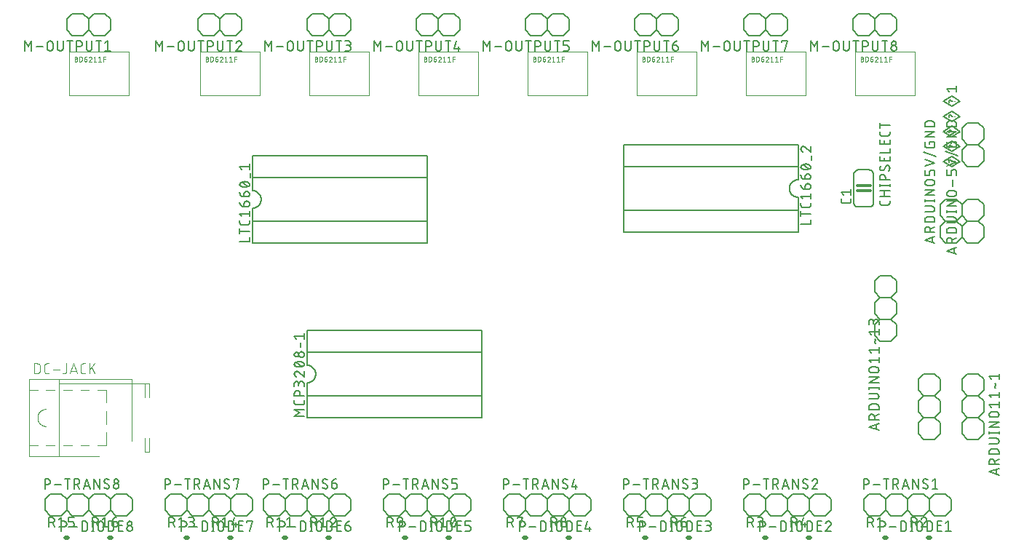
<source format=gbr>
G04 EAGLE Gerber RS-274X export*
G75*
%MOMM*%
%FSLAX34Y34*%
%LPD*%
%INSilkscreen Top*%
%IPPOS*%
%AMOC8*
5,1,8,0,0,1.08239X$1,22.5*%
G01*
%ADD10C,0.152400*%
%ADD11C,0.127000*%
%ADD12C,0.304800*%
%ADD13C,0.508000*%
%ADD14C,0.076200*%
%ADD15C,0.050800*%
%ADD16C,0.100000*%
%ADD17C,0.101600*%


D10*
X1117600Y412750D02*
X1117600Y425450D01*
X1123950Y431800D01*
X1136650Y431800D01*
X1143000Y425450D01*
X1136650Y406400D02*
X1123950Y406400D01*
X1117600Y412750D01*
X1136650Y406400D02*
X1143000Y412750D01*
X1143000Y425450D01*
X1123950Y431800D02*
X1117600Y438150D01*
X1117600Y450850D01*
X1123950Y457200D01*
X1136650Y457200D01*
X1143000Y450850D01*
X1143000Y438150D01*
X1136650Y431800D01*
D11*
X1111377Y393573D02*
X1099947Y397383D01*
X1111377Y401193D01*
X1108520Y400241D02*
X1108520Y394526D01*
X1111377Y406102D02*
X1099947Y406102D01*
X1099947Y409277D01*
X1099949Y409388D01*
X1099955Y409498D01*
X1099964Y409609D01*
X1099978Y409719D01*
X1099995Y409828D01*
X1100016Y409937D01*
X1100041Y410045D01*
X1100070Y410152D01*
X1100102Y410258D01*
X1100138Y410363D01*
X1100178Y410466D01*
X1100221Y410568D01*
X1100268Y410669D01*
X1100319Y410768D01*
X1100372Y410865D01*
X1100429Y410959D01*
X1100490Y411052D01*
X1100553Y411143D01*
X1100620Y411232D01*
X1100690Y411318D01*
X1100763Y411401D01*
X1100838Y411483D01*
X1100916Y411561D01*
X1100998Y411636D01*
X1101081Y411709D01*
X1101167Y411779D01*
X1101256Y411846D01*
X1101347Y411909D01*
X1101440Y411970D01*
X1101535Y412027D01*
X1101631Y412080D01*
X1101730Y412131D01*
X1101831Y412178D01*
X1101933Y412221D01*
X1102036Y412261D01*
X1102141Y412297D01*
X1102247Y412329D01*
X1102354Y412358D01*
X1102462Y412383D01*
X1102571Y412404D01*
X1102680Y412421D01*
X1102790Y412435D01*
X1102901Y412444D01*
X1103011Y412450D01*
X1103122Y412452D01*
X1103233Y412450D01*
X1103343Y412444D01*
X1103454Y412435D01*
X1103564Y412421D01*
X1103673Y412404D01*
X1103782Y412383D01*
X1103890Y412358D01*
X1103997Y412329D01*
X1104103Y412297D01*
X1104208Y412261D01*
X1104311Y412221D01*
X1104413Y412178D01*
X1104514Y412131D01*
X1104613Y412080D01*
X1104710Y412027D01*
X1104804Y411970D01*
X1104897Y411909D01*
X1104988Y411846D01*
X1105077Y411779D01*
X1105163Y411709D01*
X1105246Y411636D01*
X1105328Y411561D01*
X1105406Y411483D01*
X1105481Y411401D01*
X1105554Y411318D01*
X1105624Y411232D01*
X1105691Y411143D01*
X1105754Y411052D01*
X1105815Y410959D01*
X1105872Y410865D01*
X1105925Y410768D01*
X1105976Y410669D01*
X1106023Y410568D01*
X1106066Y410466D01*
X1106106Y410363D01*
X1106142Y410258D01*
X1106174Y410152D01*
X1106203Y410045D01*
X1106228Y409937D01*
X1106249Y409828D01*
X1106266Y409719D01*
X1106280Y409609D01*
X1106289Y409498D01*
X1106295Y409388D01*
X1106297Y409277D01*
X1106297Y406102D01*
X1106297Y409912D02*
X1111377Y412452D01*
X1111377Y417830D02*
X1099947Y417830D01*
X1099947Y421005D01*
X1099949Y421116D01*
X1099955Y421226D01*
X1099964Y421337D01*
X1099978Y421447D01*
X1099995Y421556D01*
X1100016Y421665D01*
X1100041Y421773D01*
X1100070Y421880D01*
X1100102Y421986D01*
X1100138Y422091D01*
X1100178Y422194D01*
X1100221Y422296D01*
X1100268Y422397D01*
X1100319Y422496D01*
X1100372Y422593D01*
X1100429Y422687D01*
X1100490Y422780D01*
X1100553Y422871D01*
X1100620Y422960D01*
X1100690Y423046D01*
X1100763Y423129D01*
X1100838Y423211D01*
X1100916Y423289D01*
X1100998Y423364D01*
X1101081Y423437D01*
X1101167Y423507D01*
X1101256Y423574D01*
X1101347Y423637D01*
X1101440Y423698D01*
X1101535Y423755D01*
X1101631Y423808D01*
X1101730Y423859D01*
X1101831Y423906D01*
X1101933Y423949D01*
X1102036Y423989D01*
X1102141Y424025D01*
X1102247Y424057D01*
X1102354Y424086D01*
X1102462Y424111D01*
X1102571Y424132D01*
X1102680Y424149D01*
X1102790Y424163D01*
X1102901Y424172D01*
X1103011Y424178D01*
X1103122Y424180D01*
X1108202Y424180D01*
X1108313Y424178D01*
X1108423Y424172D01*
X1108534Y424163D01*
X1108644Y424149D01*
X1108753Y424132D01*
X1108862Y424111D01*
X1108970Y424086D01*
X1109077Y424057D01*
X1109183Y424025D01*
X1109288Y423989D01*
X1109391Y423949D01*
X1109493Y423906D01*
X1109594Y423859D01*
X1109693Y423808D01*
X1109790Y423755D01*
X1109884Y423698D01*
X1109977Y423637D01*
X1110068Y423574D01*
X1110157Y423507D01*
X1110243Y423437D01*
X1110326Y423364D01*
X1110408Y423289D01*
X1110486Y423211D01*
X1110561Y423129D01*
X1110634Y423046D01*
X1110704Y422960D01*
X1110771Y422871D01*
X1110834Y422780D01*
X1110895Y422687D01*
X1110952Y422593D01*
X1111005Y422496D01*
X1111056Y422397D01*
X1111103Y422296D01*
X1111146Y422194D01*
X1111186Y422091D01*
X1111222Y421986D01*
X1111254Y421880D01*
X1111283Y421773D01*
X1111308Y421665D01*
X1111329Y421556D01*
X1111346Y421447D01*
X1111360Y421337D01*
X1111369Y421226D01*
X1111375Y421116D01*
X1111377Y421005D01*
X1111377Y417830D01*
X1108202Y430022D02*
X1099947Y430022D01*
X1108202Y430022D02*
X1108313Y430024D01*
X1108423Y430030D01*
X1108534Y430039D01*
X1108644Y430053D01*
X1108753Y430070D01*
X1108862Y430091D01*
X1108970Y430116D01*
X1109077Y430145D01*
X1109183Y430177D01*
X1109288Y430213D01*
X1109391Y430253D01*
X1109493Y430296D01*
X1109594Y430343D01*
X1109693Y430394D01*
X1109790Y430447D01*
X1109884Y430504D01*
X1109977Y430565D01*
X1110068Y430628D01*
X1110157Y430695D01*
X1110243Y430765D01*
X1110326Y430838D01*
X1110408Y430913D01*
X1110486Y430991D01*
X1110561Y431073D01*
X1110634Y431156D01*
X1110704Y431242D01*
X1110771Y431331D01*
X1110834Y431422D01*
X1110895Y431515D01*
X1110952Y431609D01*
X1111005Y431706D01*
X1111056Y431805D01*
X1111103Y431906D01*
X1111146Y432008D01*
X1111186Y432111D01*
X1111222Y432216D01*
X1111254Y432322D01*
X1111283Y432429D01*
X1111308Y432537D01*
X1111329Y432646D01*
X1111346Y432755D01*
X1111360Y432865D01*
X1111369Y432976D01*
X1111375Y433086D01*
X1111377Y433197D01*
X1111375Y433308D01*
X1111369Y433418D01*
X1111360Y433529D01*
X1111346Y433639D01*
X1111329Y433748D01*
X1111308Y433857D01*
X1111283Y433965D01*
X1111254Y434072D01*
X1111222Y434178D01*
X1111186Y434283D01*
X1111146Y434386D01*
X1111103Y434488D01*
X1111056Y434589D01*
X1111005Y434688D01*
X1110952Y434784D01*
X1110895Y434879D01*
X1110834Y434972D01*
X1110771Y435063D01*
X1110704Y435152D01*
X1110634Y435238D01*
X1110561Y435321D01*
X1110486Y435403D01*
X1110408Y435481D01*
X1110326Y435556D01*
X1110243Y435629D01*
X1110157Y435699D01*
X1110068Y435766D01*
X1109977Y435829D01*
X1109884Y435890D01*
X1109790Y435947D01*
X1109693Y436000D01*
X1109594Y436051D01*
X1109493Y436098D01*
X1109391Y436141D01*
X1109288Y436181D01*
X1109183Y436217D01*
X1109077Y436249D01*
X1108970Y436278D01*
X1108862Y436303D01*
X1108753Y436324D01*
X1108644Y436341D01*
X1108534Y436355D01*
X1108423Y436364D01*
X1108313Y436370D01*
X1108202Y436372D01*
X1099947Y436372D01*
X1099947Y442722D02*
X1111377Y442722D01*
X1111377Y441452D02*
X1111377Y443992D01*
X1099947Y443992D02*
X1099947Y441452D01*
X1099947Y449072D02*
X1111377Y449072D01*
X1111377Y455422D02*
X1099947Y449072D01*
X1099947Y455422D02*
X1111377Y455422D01*
X1108202Y460883D02*
X1103122Y460883D01*
X1103011Y460885D01*
X1102901Y460891D01*
X1102790Y460900D01*
X1102680Y460914D01*
X1102571Y460931D01*
X1102462Y460952D01*
X1102354Y460977D01*
X1102247Y461006D01*
X1102141Y461038D01*
X1102036Y461074D01*
X1101933Y461114D01*
X1101831Y461157D01*
X1101730Y461204D01*
X1101631Y461255D01*
X1101535Y461308D01*
X1101440Y461365D01*
X1101347Y461426D01*
X1101256Y461489D01*
X1101167Y461556D01*
X1101081Y461626D01*
X1100998Y461699D01*
X1100916Y461774D01*
X1100838Y461852D01*
X1100763Y461934D01*
X1100690Y462017D01*
X1100620Y462103D01*
X1100553Y462192D01*
X1100490Y462283D01*
X1100429Y462376D01*
X1100372Y462471D01*
X1100319Y462567D01*
X1100268Y462666D01*
X1100221Y462767D01*
X1100178Y462869D01*
X1100138Y462972D01*
X1100102Y463077D01*
X1100070Y463183D01*
X1100041Y463290D01*
X1100016Y463398D01*
X1099995Y463507D01*
X1099978Y463616D01*
X1099964Y463726D01*
X1099955Y463837D01*
X1099949Y463947D01*
X1099947Y464058D01*
X1099949Y464169D01*
X1099955Y464279D01*
X1099964Y464390D01*
X1099978Y464500D01*
X1099995Y464609D01*
X1100016Y464718D01*
X1100041Y464826D01*
X1100070Y464933D01*
X1100102Y465039D01*
X1100138Y465144D01*
X1100178Y465247D01*
X1100221Y465349D01*
X1100268Y465450D01*
X1100319Y465549D01*
X1100372Y465646D01*
X1100429Y465740D01*
X1100490Y465833D01*
X1100553Y465924D01*
X1100620Y466013D01*
X1100690Y466099D01*
X1100763Y466182D01*
X1100838Y466264D01*
X1100916Y466342D01*
X1100998Y466417D01*
X1101081Y466490D01*
X1101167Y466560D01*
X1101256Y466627D01*
X1101347Y466690D01*
X1101440Y466751D01*
X1101535Y466808D01*
X1101631Y466861D01*
X1101730Y466912D01*
X1101831Y466959D01*
X1101933Y467002D01*
X1102036Y467042D01*
X1102141Y467078D01*
X1102247Y467110D01*
X1102354Y467139D01*
X1102462Y467164D01*
X1102571Y467185D01*
X1102680Y467202D01*
X1102790Y467216D01*
X1102901Y467225D01*
X1103011Y467231D01*
X1103122Y467233D01*
X1108202Y467233D01*
X1108313Y467231D01*
X1108423Y467225D01*
X1108534Y467216D01*
X1108644Y467202D01*
X1108753Y467185D01*
X1108862Y467164D01*
X1108970Y467139D01*
X1109077Y467110D01*
X1109183Y467078D01*
X1109288Y467042D01*
X1109391Y467002D01*
X1109493Y466959D01*
X1109594Y466912D01*
X1109693Y466861D01*
X1109790Y466808D01*
X1109884Y466751D01*
X1109977Y466690D01*
X1110068Y466627D01*
X1110157Y466560D01*
X1110243Y466490D01*
X1110326Y466417D01*
X1110408Y466342D01*
X1110486Y466264D01*
X1110561Y466182D01*
X1110634Y466099D01*
X1110704Y466013D01*
X1110771Y465924D01*
X1110834Y465833D01*
X1110895Y465740D01*
X1110952Y465645D01*
X1111005Y465549D01*
X1111056Y465450D01*
X1111103Y465349D01*
X1111146Y465247D01*
X1111186Y465144D01*
X1111222Y465039D01*
X1111254Y464933D01*
X1111283Y464826D01*
X1111308Y464718D01*
X1111329Y464609D01*
X1111346Y464500D01*
X1111360Y464390D01*
X1111369Y464279D01*
X1111375Y464169D01*
X1111377Y464058D01*
X1111375Y463947D01*
X1111369Y463837D01*
X1111360Y463726D01*
X1111346Y463616D01*
X1111329Y463507D01*
X1111308Y463398D01*
X1111283Y463290D01*
X1111254Y463183D01*
X1111222Y463077D01*
X1111186Y462972D01*
X1111146Y462869D01*
X1111103Y462767D01*
X1111056Y462666D01*
X1111005Y462567D01*
X1110952Y462470D01*
X1110895Y462376D01*
X1110834Y462283D01*
X1110771Y462192D01*
X1110704Y462103D01*
X1110634Y462017D01*
X1110561Y461934D01*
X1110486Y461852D01*
X1110408Y461774D01*
X1110326Y461699D01*
X1110243Y461626D01*
X1110157Y461556D01*
X1110068Y461489D01*
X1109977Y461426D01*
X1109884Y461365D01*
X1109790Y461308D01*
X1109693Y461255D01*
X1109594Y461204D01*
X1109493Y461157D01*
X1109391Y461114D01*
X1109288Y461074D01*
X1109183Y461038D01*
X1109077Y461006D01*
X1108970Y460977D01*
X1108862Y460952D01*
X1108753Y460931D01*
X1108644Y460914D01*
X1108534Y460900D01*
X1108423Y460891D01*
X1108313Y460885D01*
X1108202Y460883D01*
X1106932Y472440D02*
X1106932Y480060D01*
X1111377Y485267D02*
X1111377Y489077D01*
X1111375Y489177D01*
X1111369Y489276D01*
X1111359Y489376D01*
X1111346Y489474D01*
X1111328Y489573D01*
X1111307Y489670D01*
X1111282Y489766D01*
X1111253Y489862D01*
X1111220Y489956D01*
X1111184Y490049D01*
X1111144Y490140D01*
X1111100Y490230D01*
X1111053Y490318D01*
X1111003Y490404D01*
X1110949Y490488D01*
X1110892Y490570D01*
X1110832Y490649D01*
X1110768Y490727D01*
X1110702Y490801D01*
X1110633Y490873D01*
X1110561Y490942D01*
X1110487Y491008D01*
X1110409Y491072D01*
X1110330Y491132D01*
X1110248Y491189D01*
X1110164Y491243D01*
X1110078Y491293D01*
X1109990Y491340D01*
X1109900Y491384D01*
X1109809Y491424D01*
X1109716Y491460D01*
X1109622Y491493D01*
X1109526Y491522D01*
X1109430Y491547D01*
X1109333Y491568D01*
X1109234Y491586D01*
X1109136Y491599D01*
X1109036Y491609D01*
X1108937Y491615D01*
X1108837Y491617D01*
X1107567Y491617D01*
X1107467Y491615D01*
X1107368Y491609D01*
X1107268Y491599D01*
X1107170Y491586D01*
X1107071Y491568D01*
X1106974Y491547D01*
X1106878Y491522D01*
X1106782Y491493D01*
X1106688Y491460D01*
X1106595Y491424D01*
X1106504Y491384D01*
X1106414Y491340D01*
X1106326Y491293D01*
X1106240Y491243D01*
X1106156Y491189D01*
X1106074Y491132D01*
X1105995Y491072D01*
X1105917Y491008D01*
X1105843Y490942D01*
X1105771Y490873D01*
X1105702Y490801D01*
X1105636Y490727D01*
X1105572Y490649D01*
X1105512Y490570D01*
X1105455Y490488D01*
X1105401Y490404D01*
X1105351Y490318D01*
X1105304Y490230D01*
X1105260Y490140D01*
X1105220Y490049D01*
X1105184Y489956D01*
X1105151Y489862D01*
X1105122Y489766D01*
X1105097Y489670D01*
X1105076Y489573D01*
X1105058Y489474D01*
X1105045Y489376D01*
X1105035Y489276D01*
X1105029Y489177D01*
X1105027Y489077D01*
X1105027Y485267D01*
X1099947Y485267D01*
X1099947Y491617D01*
X1099947Y496062D02*
X1111377Y499872D01*
X1099947Y503682D01*
X1098677Y512699D02*
X1112647Y507619D01*
X1105027Y522097D02*
X1105027Y524002D01*
X1111377Y524002D01*
X1111377Y520192D01*
X1111375Y520092D01*
X1111369Y519993D01*
X1111359Y519893D01*
X1111346Y519795D01*
X1111328Y519696D01*
X1111307Y519599D01*
X1111282Y519503D01*
X1111253Y519407D01*
X1111220Y519313D01*
X1111184Y519220D01*
X1111144Y519129D01*
X1111100Y519039D01*
X1111053Y518951D01*
X1111003Y518865D01*
X1110949Y518781D01*
X1110892Y518699D01*
X1110832Y518620D01*
X1110768Y518542D01*
X1110702Y518468D01*
X1110633Y518396D01*
X1110561Y518327D01*
X1110487Y518261D01*
X1110409Y518197D01*
X1110330Y518137D01*
X1110248Y518080D01*
X1110164Y518026D01*
X1110078Y517976D01*
X1109990Y517929D01*
X1109900Y517885D01*
X1109809Y517845D01*
X1109716Y517809D01*
X1109622Y517776D01*
X1109526Y517747D01*
X1109430Y517722D01*
X1109333Y517701D01*
X1109234Y517683D01*
X1109136Y517670D01*
X1109036Y517660D01*
X1108937Y517654D01*
X1108837Y517652D01*
X1102487Y517652D01*
X1102387Y517654D01*
X1102288Y517660D01*
X1102188Y517670D01*
X1102090Y517683D01*
X1101991Y517701D01*
X1101894Y517722D01*
X1101798Y517747D01*
X1101702Y517776D01*
X1101608Y517809D01*
X1101515Y517845D01*
X1101424Y517885D01*
X1101334Y517929D01*
X1101246Y517976D01*
X1101160Y518026D01*
X1101076Y518080D01*
X1100994Y518137D01*
X1100915Y518197D01*
X1100837Y518261D01*
X1100763Y518327D01*
X1100691Y518396D01*
X1100622Y518468D01*
X1100556Y518542D01*
X1100492Y518620D01*
X1100432Y518699D01*
X1100375Y518781D01*
X1100321Y518865D01*
X1100271Y518951D01*
X1100224Y519039D01*
X1100180Y519129D01*
X1100140Y519220D01*
X1100104Y519313D01*
X1100071Y519407D01*
X1100042Y519503D01*
X1100017Y519599D01*
X1099996Y519696D01*
X1099978Y519795D01*
X1099965Y519893D01*
X1099955Y519993D01*
X1099949Y520092D01*
X1099947Y520192D01*
X1099947Y524002D01*
X1099947Y529844D02*
X1111377Y529844D01*
X1111377Y536194D02*
X1099947Y529844D01*
X1099947Y536194D02*
X1111377Y536194D01*
X1111377Y542036D02*
X1099947Y542036D01*
X1099947Y545211D01*
X1099949Y545322D01*
X1099955Y545432D01*
X1099964Y545543D01*
X1099978Y545653D01*
X1099995Y545762D01*
X1100016Y545871D01*
X1100041Y545979D01*
X1100070Y546086D01*
X1100102Y546192D01*
X1100138Y546297D01*
X1100178Y546400D01*
X1100221Y546502D01*
X1100268Y546603D01*
X1100319Y546702D01*
X1100372Y546799D01*
X1100429Y546893D01*
X1100490Y546986D01*
X1100553Y547077D01*
X1100620Y547166D01*
X1100690Y547252D01*
X1100763Y547335D01*
X1100838Y547417D01*
X1100916Y547495D01*
X1100998Y547570D01*
X1101081Y547643D01*
X1101167Y547713D01*
X1101256Y547780D01*
X1101347Y547843D01*
X1101440Y547904D01*
X1101535Y547961D01*
X1101631Y548014D01*
X1101730Y548065D01*
X1101831Y548112D01*
X1101933Y548155D01*
X1102036Y548195D01*
X1102141Y548231D01*
X1102247Y548263D01*
X1102354Y548292D01*
X1102462Y548317D01*
X1102571Y548338D01*
X1102680Y548355D01*
X1102790Y548369D01*
X1102901Y548378D01*
X1103011Y548384D01*
X1103122Y548386D01*
X1108202Y548386D01*
X1108313Y548384D01*
X1108423Y548378D01*
X1108534Y548369D01*
X1108644Y548355D01*
X1108753Y548338D01*
X1108862Y548317D01*
X1108970Y548292D01*
X1109077Y548263D01*
X1109183Y548231D01*
X1109288Y548195D01*
X1109391Y548155D01*
X1109493Y548112D01*
X1109594Y548065D01*
X1109693Y548014D01*
X1109790Y547961D01*
X1109884Y547904D01*
X1109977Y547843D01*
X1110068Y547780D01*
X1110157Y547713D01*
X1110243Y547643D01*
X1110326Y547570D01*
X1110408Y547495D01*
X1110486Y547417D01*
X1110561Y547335D01*
X1110634Y547252D01*
X1110704Y547166D01*
X1110771Y547077D01*
X1110834Y546986D01*
X1110895Y546893D01*
X1110952Y546799D01*
X1111005Y546702D01*
X1111056Y546603D01*
X1111103Y546502D01*
X1111146Y546400D01*
X1111186Y546297D01*
X1111222Y546192D01*
X1111254Y546086D01*
X1111283Y545979D01*
X1111308Y545871D01*
X1111329Y545762D01*
X1111346Y545653D01*
X1111360Y545543D01*
X1111369Y545432D01*
X1111375Y545322D01*
X1111377Y545211D01*
X1111377Y542036D01*
D10*
X1143000Y247650D02*
X1143000Y234950D01*
X1136650Y228600D01*
X1123950Y228600D01*
X1117600Y234950D01*
X1136650Y228600D02*
X1143000Y222250D01*
X1143000Y209550D01*
X1136650Y203200D01*
X1123950Y203200D01*
X1117600Y209550D01*
X1117600Y222250D01*
X1123950Y228600D01*
X1123950Y254000D02*
X1136650Y254000D01*
X1143000Y247650D01*
X1123950Y254000D02*
X1117600Y247650D01*
X1117600Y234950D01*
X1136650Y203200D02*
X1143000Y196850D01*
X1143000Y184150D01*
X1136650Y177800D01*
X1123950Y177800D01*
X1117600Y184150D01*
X1117600Y196850D01*
X1123950Y203200D01*
D11*
X1149223Y140081D02*
X1160653Y136271D01*
X1160653Y143891D02*
X1149223Y140081D01*
X1157796Y142939D02*
X1157796Y137224D01*
X1160653Y148800D02*
X1149223Y148800D01*
X1149223Y151975D01*
X1149225Y152086D01*
X1149231Y152196D01*
X1149240Y152307D01*
X1149254Y152417D01*
X1149271Y152526D01*
X1149292Y152635D01*
X1149317Y152743D01*
X1149346Y152850D01*
X1149378Y152956D01*
X1149414Y153061D01*
X1149454Y153164D01*
X1149497Y153266D01*
X1149544Y153367D01*
X1149595Y153466D01*
X1149648Y153563D01*
X1149705Y153657D01*
X1149766Y153750D01*
X1149829Y153841D01*
X1149896Y153930D01*
X1149966Y154016D01*
X1150039Y154099D01*
X1150114Y154181D01*
X1150192Y154259D01*
X1150274Y154334D01*
X1150357Y154407D01*
X1150443Y154477D01*
X1150532Y154544D01*
X1150623Y154607D01*
X1150716Y154668D01*
X1150811Y154725D01*
X1150907Y154778D01*
X1151006Y154829D01*
X1151107Y154876D01*
X1151209Y154919D01*
X1151312Y154959D01*
X1151417Y154995D01*
X1151523Y155027D01*
X1151630Y155056D01*
X1151738Y155081D01*
X1151847Y155102D01*
X1151956Y155119D01*
X1152066Y155133D01*
X1152177Y155142D01*
X1152287Y155148D01*
X1152398Y155150D01*
X1152509Y155148D01*
X1152619Y155142D01*
X1152730Y155133D01*
X1152840Y155119D01*
X1152949Y155102D01*
X1153058Y155081D01*
X1153166Y155056D01*
X1153273Y155027D01*
X1153379Y154995D01*
X1153484Y154959D01*
X1153587Y154919D01*
X1153689Y154876D01*
X1153790Y154829D01*
X1153889Y154778D01*
X1153986Y154725D01*
X1154080Y154668D01*
X1154173Y154607D01*
X1154264Y154544D01*
X1154353Y154477D01*
X1154439Y154407D01*
X1154522Y154334D01*
X1154604Y154259D01*
X1154682Y154181D01*
X1154757Y154099D01*
X1154830Y154016D01*
X1154900Y153930D01*
X1154967Y153841D01*
X1155030Y153750D01*
X1155091Y153657D01*
X1155148Y153563D01*
X1155201Y153466D01*
X1155252Y153367D01*
X1155299Y153266D01*
X1155342Y153164D01*
X1155382Y153061D01*
X1155418Y152956D01*
X1155450Y152850D01*
X1155479Y152743D01*
X1155504Y152635D01*
X1155525Y152526D01*
X1155542Y152417D01*
X1155556Y152307D01*
X1155565Y152196D01*
X1155571Y152086D01*
X1155573Y151975D01*
X1155573Y148800D01*
X1155573Y152610D02*
X1160653Y155150D01*
X1160653Y160528D02*
X1149223Y160528D01*
X1149223Y163703D01*
X1149225Y163814D01*
X1149231Y163924D01*
X1149240Y164035D01*
X1149254Y164145D01*
X1149271Y164254D01*
X1149292Y164363D01*
X1149317Y164471D01*
X1149346Y164578D01*
X1149378Y164684D01*
X1149414Y164789D01*
X1149454Y164892D01*
X1149497Y164994D01*
X1149544Y165095D01*
X1149595Y165194D01*
X1149648Y165291D01*
X1149705Y165385D01*
X1149766Y165478D01*
X1149829Y165569D01*
X1149896Y165658D01*
X1149966Y165744D01*
X1150039Y165827D01*
X1150114Y165909D01*
X1150192Y165987D01*
X1150274Y166062D01*
X1150357Y166135D01*
X1150443Y166205D01*
X1150532Y166272D01*
X1150623Y166335D01*
X1150716Y166396D01*
X1150811Y166453D01*
X1150907Y166506D01*
X1151006Y166557D01*
X1151107Y166604D01*
X1151209Y166647D01*
X1151312Y166687D01*
X1151417Y166723D01*
X1151523Y166755D01*
X1151630Y166784D01*
X1151738Y166809D01*
X1151847Y166830D01*
X1151956Y166847D01*
X1152066Y166861D01*
X1152177Y166870D01*
X1152287Y166876D01*
X1152398Y166878D01*
X1157478Y166878D01*
X1157589Y166876D01*
X1157699Y166870D01*
X1157810Y166861D01*
X1157920Y166847D01*
X1158029Y166830D01*
X1158138Y166809D01*
X1158246Y166784D01*
X1158353Y166755D01*
X1158459Y166723D01*
X1158564Y166687D01*
X1158667Y166647D01*
X1158769Y166604D01*
X1158870Y166557D01*
X1158969Y166506D01*
X1159066Y166453D01*
X1159160Y166396D01*
X1159253Y166335D01*
X1159344Y166272D01*
X1159433Y166205D01*
X1159519Y166135D01*
X1159602Y166062D01*
X1159684Y165987D01*
X1159762Y165909D01*
X1159837Y165827D01*
X1159910Y165744D01*
X1159980Y165658D01*
X1160047Y165569D01*
X1160110Y165478D01*
X1160171Y165385D01*
X1160228Y165291D01*
X1160281Y165194D01*
X1160332Y165095D01*
X1160379Y164994D01*
X1160422Y164892D01*
X1160462Y164789D01*
X1160498Y164684D01*
X1160530Y164578D01*
X1160559Y164471D01*
X1160584Y164363D01*
X1160605Y164254D01*
X1160622Y164145D01*
X1160636Y164035D01*
X1160645Y163924D01*
X1160651Y163814D01*
X1160653Y163703D01*
X1160653Y160528D01*
X1157478Y172720D02*
X1149223Y172720D01*
X1157478Y172720D02*
X1157589Y172722D01*
X1157699Y172728D01*
X1157810Y172737D01*
X1157920Y172751D01*
X1158029Y172768D01*
X1158138Y172789D01*
X1158246Y172814D01*
X1158353Y172843D01*
X1158459Y172875D01*
X1158564Y172911D01*
X1158667Y172951D01*
X1158769Y172994D01*
X1158870Y173041D01*
X1158969Y173092D01*
X1159066Y173145D01*
X1159160Y173202D01*
X1159253Y173263D01*
X1159344Y173326D01*
X1159433Y173393D01*
X1159519Y173463D01*
X1159602Y173536D01*
X1159684Y173611D01*
X1159762Y173689D01*
X1159837Y173771D01*
X1159910Y173854D01*
X1159980Y173940D01*
X1160047Y174029D01*
X1160110Y174120D01*
X1160171Y174213D01*
X1160228Y174307D01*
X1160281Y174404D01*
X1160332Y174503D01*
X1160379Y174604D01*
X1160422Y174706D01*
X1160462Y174809D01*
X1160498Y174914D01*
X1160530Y175020D01*
X1160559Y175127D01*
X1160584Y175235D01*
X1160605Y175344D01*
X1160622Y175453D01*
X1160636Y175563D01*
X1160645Y175674D01*
X1160651Y175784D01*
X1160653Y175895D01*
X1160651Y176006D01*
X1160645Y176116D01*
X1160636Y176227D01*
X1160622Y176337D01*
X1160605Y176446D01*
X1160584Y176555D01*
X1160559Y176663D01*
X1160530Y176770D01*
X1160498Y176876D01*
X1160462Y176981D01*
X1160422Y177084D01*
X1160379Y177186D01*
X1160332Y177287D01*
X1160281Y177386D01*
X1160228Y177482D01*
X1160171Y177577D01*
X1160110Y177670D01*
X1160047Y177761D01*
X1159980Y177850D01*
X1159910Y177936D01*
X1159837Y178019D01*
X1159762Y178101D01*
X1159684Y178179D01*
X1159602Y178254D01*
X1159519Y178327D01*
X1159433Y178397D01*
X1159344Y178464D01*
X1159253Y178527D01*
X1159160Y178588D01*
X1159066Y178645D01*
X1158969Y178698D01*
X1158870Y178749D01*
X1158769Y178796D01*
X1158667Y178839D01*
X1158564Y178879D01*
X1158459Y178915D01*
X1158353Y178947D01*
X1158246Y178976D01*
X1158138Y179001D01*
X1158029Y179022D01*
X1157920Y179039D01*
X1157810Y179053D01*
X1157699Y179062D01*
X1157589Y179068D01*
X1157478Y179070D01*
X1149223Y179070D01*
X1149223Y185420D02*
X1160653Y185420D01*
X1160653Y184150D02*
X1160653Y186690D01*
X1149223Y186690D02*
X1149223Y184150D01*
X1149223Y191770D02*
X1160653Y191770D01*
X1160653Y198120D02*
X1149223Y191770D01*
X1149223Y198120D02*
X1160653Y198120D01*
X1157478Y203581D02*
X1152398Y203581D01*
X1152287Y203583D01*
X1152177Y203589D01*
X1152066Y203598D01*
X1151956Y203612D01*
X1151847Y203629D01*
X1151738Y203650D01*
X1151630Y203675D01*
X1151523Y203704D01*
X1151417Y203736D01*
X1151312Y203772D01*
X1151209Y203812D01*
X1151107Y203855D01*
X1151006Y203902D01*
X1150907Y203953D01*
X1150811Y204006D01*
X1150716Y204063D01*
X1150623Y204124D01*
X1150532Y204187D01*
X1150443Y204254D01*
X1150357Y204324D01*
X1150274Y204397D01*
X1150192Y204472D01*
X1150114Y204550D01*
X1150039Y204632D01*
X1149966Y204715D01*
X1149896Y204801D01*
X1149829Y204890D01*
X1149766Y204981D01*
X1149705Y205074D01*
X1149648Y205169D01*
X1149595Y205265D01*
X1149544Y205364D01*
X1149497Y205465D01*
X1149454Y205567D01*
X1149414Y205670D01*
X1149378Y205775D01*
X1149346Y205881D01*
X1149317Y205988D01*
X1149292Y206096D01*
X1149271Y206205D01*
X1149254Y206314D01*
X1149240Y206424D01*
X1149231Y206535D01*
X1149225Y206645D01*
X1149223Y206756D01*
X1149225Y206867D01*
X1149231Y206977D01*
X1149240Y207088D01*
X1149254Y207198D01*
X1149271Y207307D01*
X1149292Y207416D01*
X1149317Y207524D01*
X1149346Y207631D01*
X1149378Y207737D01*
X1149414Y207842D01*
X1149454Y207945D01*
X1149497Y208047D01*
X1149544Y208148D01*
X1149595Y208247D01*
X1149648Y208344D01*
X1149705Y208438D01*
X1149766Y208531D01*
X1149829Y208622D01*
X1149896Y208711D01*
X1149966Y208797D01*
X1150039Y208880D01*
X1150114Y208962D01*
X1150192Y209040D01*
X1150274Y209115D01*
X1150357Y209188D01*
X1150443Y209258D01*
X1150532Y209325D01*
X1150623Y209388D01*
X1150716Y209449D01*
X1150811Y209506D01*
X1150907Y209559D01*
X1151006Y209610D01*
X1151107Y209657D01*
X1151209Y209700D01*
X1151312Y209740D01*
X1151417Y209776D01*
X1151523Y209808D01*
X1151630Y209837D01*
X1151738Y209862D01*
X1151847Y209883D01*
X1151956Y209900D01*
X1152066Y209914D01*
X1152177Y209923D01*
X1152287Y209929D01*
X1152398Y209931D01*
X1157478Y209931D01*
X1157589Y209929D01*
X1157699Y209923D01*
X1157810Y209914D01*
X1157920Y209900D01*
X1158029Y209883D01*
X1158138Y209862D01*
X1158246Y209837D01*
X1158353Y209808D01*
X1158459Y209776D01*
X1158564Y209740D01*
X1158667Y209700D01*
X1158769Y209657D01*
X1158870Y209610D01*
X1158969Y209559D01*
X1159066Y209506D01*
X1159160Y209449D01*
X1159253Y209388D01*
X1159344Y209325D01*
X1159433Y209258D01*
X1159519Y209188D01*
X1159602Y209115D01*
X1159684Y209040D01*
X1159762Y208962D01*
X1159837Y208880D01*
X1159910Y208797D01*
X1159980Y208711D01*
X1160047Y208622D01*
X1160110Y208531D01*
X1160171Y208438D01*
X1160228Y208343D01*
X1160281Y208247D01*
X1160332Y208148D01*
X1160379Y208047D01*
X1160422Y207945D01*
X1160462Y207842D01*
X1160498Y207737D01*
X1160530Y207631D01*
X1160559Y207524D01*
X1160584Y207416D01*
X1160605Y207307D01*
X1160622Y207198D01*
X1160636Y207088D01*
X1160645Y206977D01*
X1160651Y206867D01*
X1160653Y206756D01*
X1160651Y206645D01*
X1160645Y206535D01*
X1160636Y206424D01*
X1160622Y206314D01*
X1160605Y206205D01*
X1160584Y206096D01*
X1160559Y205988D01*
X1160530Y205881D01*
X1160498Y205775D01*
X1160462Y205670D01*
X1160422Y205567D01*
X1160379Y205465D01*
X1160332Y205364D01*
X1160281Y205265D01*
X1160228Y205168D01*
X1160171Y205074D01*
X1160110Y204981D01*
X1160047Y204890D01*
X1159980Y204801D01*
X1159910Y204715D01*
X1159837Y204632D01*
X1159762Y204550D01*
X1159684Y204472D01*
X1159602Y204397D01*
X1159519Y204324D01*
X1159433Y204254D01*
X1159344Y204187D01*
X1159253Y204124D01*
X1159160Y204063D01*
X1159066Y204006D01*
X1158969Y203953D01*
X1158870Y203902D01*
X1158769Y203855D01*
X1158667Y203812D01*
X1158564Y203772D01*
X1158459Y203736D01*
X1158353Y203704D01*
X1158246Y203675D01*
X1158138Y203650D01*
X1158029Y203629D01*
X1157920Y203612D01*
X1157810Y203598D01*
X1157699Y203589D01*
X1157589Y203583D01*
X1157478Y203581D01*
X1151763Y215011D02*
X1149223Y218186D01*
X1160653Y218186D01*
X1160653Y215011D02*
X1160653Y221361D01*
X1151763Y226441D02*
X1149223Y229616D01*
X1160653Y229616D01*
X1160653Y226441D02*
X1160653Y232791D01*
X1156843Y237744D02*
X1156774Y237746D01*
X1156706Y237751D01*
X1156638Y237761D01*
X1156570Y237774D01*
X1156503Y237790D01*
X1156437Y237810D01*
X1156373Y237834D01*
X1156310Y237861D01*
X1156248Y237892D01*
X1156188Y237926D01*
X1156130Y237963D01*
X1156074Y238003D01*
X1156021Y238046D01*
X1155970Y238092D01*
X1155921Y238141D01*
X1155875Y238192D01*
X1155832Y238245D01*
X1155792Y238301D01*
X1155755Y238359D01*
X1155721Y238419D01*
X1155690Y238481D01*
X1155663Y238544D01*
X1155639Y238608D01*
X1155619Y238674D01*
X1155603Y238741D01*
X1155590Y238809D01*
X1155580Y238877D01*
X1155575Y238945D01*
X1155573Y239014D01*
X1155575Y239091D01*
X1155581Y239169D01*
X1155590Y239246D01*
X1155603Y239322D01*
X1155620Y239398D01*
X1155641Y239472D01*
X1155665Y239546D01*
X1155693Y239618D01*
X1155724Y239689D01*
X1155758Y239759D01*
X1155796Y239826D01*
X1155838Y239892D01*
X1155882Y239955D01*
X1155929Y240017D01*
X1155980Y240075D01*
X1156033Y240132D01*
X1156089Y240185D01*
X1156147Y240236D01*
X1156208Y240284D01*
X1156209Y240284D02*
X1156270Y240332D01*
X1156328Y240383D01*
X1156384Y240436D01*
X1156437Y240493D01*
X1156488Y240551D01*
X1156535Y240613D01*
X1156579Y240676D01*
X1156621Y240742D01*
X1156659Y240809D01*
X1156693Y240879D01*
X1156724Y240950D01*
X1156752Y241022D01*
X1156776Y241096D01*
X1156797Y241170D01*
X1156814Y241246D01*
X1156827Y241322D01*
X1156836Y241399D01*
X1156842Y241477D01*
X1156844Y241554D01*
X1156843Y241554D02*
X1156841Y241623D01*
X1156836Y241691D01*
X1156826Y241759D01*
X1156813Y241827D01*
X1156797Y241894D01*
X1156777Y241960D01*
X1156753Y242024D01*
X1156726Y242087D01*
X1156695Y242149D01*
X1156661Y242209D01*
X1156624Y242267D01*
X1156584Y242323D01*
X1156541Y242376D01*
X1156495Y242427D01*
X1156446Y242476D01*
X1156395Y242522D01*
X1156342Y242565D01*
X1156286Y242605D01*
X1156228Y242642D01*
X1156168Y242676D01*
X1156106Y242707D01*
X1156043Y242734D01*
X1155979Y242758D01*
X1155913Y242778D01*
X1155846Y242794D01*
X1155778Y242807D01*
X1155710Y242817D01*
X1155642Y242822D01*
X1155573Y242824D01*
X1151763Y247777D02*
X1149223Y250952D01*
X1160653Y250952D01*
X1160653Y247777D02*
X1160653Y254127D01*
D10*
X1092200Y247650D02*
X1092200Y234950D01*
X1085850Y228600D01*
X1073150Y228600D01*
X1066800Y234950D01*
X1085850Y228600D02*
X1092200Y222250D01*
X1092200Y209550D01*
X1085850Y203200D01*
X1073150Y203200D01*
X1066800Y209550D01*
X1066800Y222250D01*
X1073150Y228600D01*
X1073150Y254000D02*
X1085850Y254000D01*
X1092200Y247650D01*
X1073150Y254000D02*
X1066800Y247650D01*
X1066800Y234950D01*
X1085850Y203200D02*
X1092200Y196850D01*
X1092200Y184150D01*
X1085850Y177800D01*
X1073150Y177800D01*
X1066800Y184150D01*
X1066800Y196850D01*
X1073150Y203200D01*
D11*
X1020953Y188341D02*
X1009523Y192151D01*
X1020953Y195961D01*
X1018096Y195009D02*
X1018096Y189294D01*
X1020953Y200870D02*
X1009523Y200870D01*
X1009523Y204045D01*
X1009525Y204156D01*
X1009531Y204266D01*
X1009540Y204377D01*
X1009554Y204487D01*
X1009571Y204596D01*
X1009592Y204705D01*
X1009617Y204813D01*
X1009646Y204920D01*
X1009678Y205026D01*
X1009714Y205131D01*
X1009754Y205234D01*
X1009797Y205336D01*
X1009844Y205437D01*
X1009895Y205536D01*
X1009948Y205633D01*
X1010005Y205727D01*
X1010066Y205820D01*
X1010129Y205911D01*
X1010196Y206000D01*
X1010266Y206086D01*
X1010339Y206169D01*
X1010414Y206251D01*
X1010492Y206329D01*
X1010574Y206404D01*
X1010657Y206477D01*
X1010743Y206547D01*
X1010832Y206614D01*
X1010923Y206677D01*
X1011016Y206738D01*
X1011111Y206795D01*
X1011207Y206848D01*
X1011306Y206899D01*
X1011407Y206946D01*
X1011509Y206989D01*
X1011612Y207029D01*
X1011717Y207065D01*
X1011823Y207097D01*
X1011930Y207126D01*
X1012038Y207151D01*
X1012147Y207172D01*
X1012256Y207189D01*
X1012366Y207203D01*
X1012477Y207212D01*
X1012587Y207218D01*
X1012698Y207220D01*
X1012809Y207218D01*
X1012919Y207212D01*
X1013030Y207203D01*
X1013140Y207189D01*
X1013249Y207172D01*
X1013358Y207151D01*
X1013466Y207126D01*
X1013573Y207097D01*
X1013679Y207065D01*
X1013784Y207029D01*
X1013887Y206989D01*
X1013989Y206946D01*
X1014090Y206899D01*
X1014189Y206848D01*
X1014286Y206795D01*
X1014380Y206738D01*
X1014473Y206677D01*
X1014564Y206614D01*
X1014653Y206547D01*
X1014739Y206477D01*
X1014822Y206404D01*
X1014904Y206329D01*
X1014982Y206251D01*
X1015057Y206169D01*
X1015130Y206086D01*
X1015200Y206000D01*
X1015267Y205911D01*
X1015330Y205820D01*
X1015391Y205727D01*
X1015448Y205633D01*
X1015501Y205536D01*
X1015552Y205437D01*
X1015599Y205336D01*
X1015642Y205234D01*
X1015682Y205131D01*
X1015718Y205026D01*
X1015750Y204920D01*
X1015779Y204813D01*
X1015804Y204705D01*
X1015825Y204596D01*
X1015842Y204487D01*
X1015856Y204377D01*
X1015865Y204266D01*
X1015871Y204156D01*
X1015873Y204045D01*
X1015873Y200870D01*
X1015873Y204680D02*
X1020953Y207220D01*
X1020953Y212598D02*
X1009523Y212598D01*
X1009523Y215773D01*
X1009525Y215884D01*
X1009531Y215994D01*
X1009540Y216105D01*
X1009554Y216215D01*
X1009571Y216324D01*
X1009592Y216433D01*
X1009617Y216541D01*
X1009646Y216648D01*
X1009678Y216754D01*
X1009714Y216859D01*
X1009754Y216962D01*
X1009797Y217064D01*
X1009844Y217165D01*
X1009895Y217264D01*
X1009948Y217361D01*
X1010005Y217455D01*
X1010066Y217548D01*
X1010129Y217639D01*
X1010196Y217728D01*
X1010266Y217814D01*
X1010339Y217897D01*
X1010414Y217979D01*
X1010492Y218057D01*
X1010574Y218132D01*
X1010657Y218205D01*
X1010743Y218275D01*
X1010832Y218342D01*
X1010923Y218405D01*
X1011016Y218466D01*
X1011111Y218523D01*
X1011207Y218576D01*
X1011306Y218627D01*
X1011407Y218674D01*
X1011509Y218717D01*
X1011612Y218757D01*
X1011717Y218793D01*
X1011823Y218825D01*
X1011930Y218854D01*
X1012038Y218879D01*
X1012147Y218900D01*
X1012256Y218917D01*
X1012366Y218931D01*
X1012477Y218940D01*
X1012587Y218946D01*
X1012698Y218948D01*
X1017778Y218948D01*
X1017889Y218946D01*
X1017999Y218940D01*
X1018110Y218931D01*
X1018220Y218917D01*
X1018329Y218900D01*
X1018438Y218879D01*
X1018546Y218854D01*
X1018653Y218825D01*
X1018759Y218793D01*
X1018864Y218757D01*
X1018967Y218717D01*
X1019069Y218674D01*
X1019170Y218627D01*
X1019269Y218576D01*
X1019366Y218523D01*
X1019460Y218466D01*
X1019553Y218405D01*
X1019644Y218342D01*
X1019733Y218275D01*
X1019819Y218205D01*
X1019902Y218132D01*
X1019984Y218057D01*
X1020062Y217979D01*
X1020137Y217897D01*
X1020210Y217814D01*
X1020280Y217728D01*
X1020347Y217639D01*
X1020410Y217548D01*
X1020471Y217455D01*
X1020528Y217361D01*
X1020581Y217264D01*
X1020632Y217165D01*
X1020679Y217064D01*
X1020722Y216962D01*
X1020762Y216859D01*
X1020798Y216754D01*
X1020830Y216648D01*
X1020859Y216541D01*
X1020884Y216433D01*
X1020905Y216324D01*
X1020922Y216215D01*
X1020936Y216105D01*
X1020945Y215994D01*
X1020951Y215884D01*
X1020953Y215773D01*
X1020953Y212598D01*
X1017778Y224790D02*
X1009523Y224790D01*
X1017778Y224790D02*
X1017889Y224792D01*
X1017999Y224798D01*
X1018110Y224807D01*
X1018220Y224821D01*
X1018329Y224838D01*
X1018438Y224859D01*
X1018546Y224884D01*
X1018653Y224913D01*
X1018759Y224945D01*
X1018864Y224981D01*
X1018967Y225021D01*
X1019069Y225064D01*
X1019170Y225111D01*
X1019269Y225162D01*
X1019366Y225215D01*
X1019460Y225272D01*
X1019553Y225333D01*
X1019644Y225396D01*
X1019733Y225463D01*
X1019819Y225533D01*
X1019902Y225606D01*
X1019984Y225681D01*
X1020062Y225759D01*
X1020137Y225841D01*
X1020210Y225924D01*
X1020280Y226010D01*
X1020347Y226099D01*
X1020410Y226190D01*
X1020471Y226283D01*
X1020528Y226377D01*
X1020581Y226474D01*
X1020632Y226573D01*
X1020679Y226674D01*
X1020722Y226776D01*
X1020762Y226879D01*
X1020798Y226984D01*
X1020830Y227090D01*
X1020859Y227197D01*
X1020884Y227305D01*
X1020905Y227414D01*
X1020922Y227523D01*
X1020936Y227633D01*
X1020945Y227744D01*
X1020951Y227854D01*
X1020953Y227965D01*
X1020951Y228076D01*
X1020945Y228186D01*
X1020936Y228297D01*
X1020922Y228407D01*
X1020905Y228516D01*
X1020884Y228625D01*
X1020859Y228733D01*
X1020830Y228840D01*
X1020798Y228946D01*
X1020762Y229051D01*
X1020722Y229154D01*
X1020679Y229256D01*
X1020632Y229357D01*
X1020581Y229456D01*
X1020528Y229552D01*
X1020471Y229647D01*
X1020410Y229740D01*
X1020347Y229831D01*
X1020280Y229920D01*
X1020210Y230006D01*
X1020137Y230089D01*
X1020062Y230171D01*
X1019984Y230249D01*
X1019902Y230324D01*
X1019819Y230397D01*
X1019733Y230467D01*
X1019644Y230534D01*
X1019553Y230597D01*
X1019460Y230658D01*
X1019366Y230715D01*
X1019269Y230768D01*
X1019170Y230819D01*
X1019069Y230866D01*
X1018967Y230909D01*
X1018864Y230949D01*
X1018759Y230985D01*
X1018653Y231017D01*
X1018546Y231046D01*
X1018438Y231071D01*
X1018329Y231092D01*
X1018220Y231109D01*
X1018110Y231123D01*
X1017999Y231132D01*
X1017889Y231138D01*
X1017778Y231140D01*
X1009523Y231140D01*
X1009523Y237490D02*
X1020953Y237490D01*
X1020953Y236220D02*
X1020953Y238760D01*
X1009523Y238760D02*
X1009523Y236220D01*
X1009523Y243840D02*
X1020953Y243840D01*
X1020953Y250190D02*
X1009523Y243840D01*
X1009523Y250190D02*
X1020953Y250190D01*
X1017778Y255651D02*
X1012698Y255651D01*
X1012587Y255653D01*
X1012477Y255659D01*
X1012366Y255668D01*
X1012256Y255682D01*
X1012147Y255699D01*
X1012038Y255720D01*
X1011930Y255745D01*
X1011823Y255774D01*
X1011717Y255806D01*
X1011612Y255842D01*
X1011509Y255882D01*
X1011407Y255925D01*
X1011306Y255972D01*
X1011207Y256023D01*
X1011111Y256076D01*
X1011016Y256133D01*
X1010923Y256194D01*
X1010832Y256257D01*
X1010743Y256324D01*
X1010657Y256394D01*
X1010574Y256467D01*
X1010492Y256542D01*
X1010414Y256620D01*
X1010339Y256702D01*
X1010266Y256785D01*
X1010196Y256871D01*
X1010129Y256960D01*
X1010066Y257051D01*
X1010005Y257144D01*
X1009948Y257239D01*
X1009895Y257335D01*
X1009844Y257434D01*
X1009797Y257535D01*
X1009754Y257637D01*
X1009714Y257740D01*
X1009678Y257845D01*
X1009646Y257951D01*
X1009617Y258058D01*
X1009592Y258166D01*
X1009571Y258275D01*
X1009554Y258384D01*
X1009540Y258494D01*
X1009531Y258605D01*
X1009525Y258715D01*
X1009523Y258826D01*
X1009525Y258937D01*
X1009531Y259047D01*
X1009540Y259158D01*
X1009554Y259268D01*
X1009571Y259377D01*
X1009592Y259486D01*
X1009617Y259594D01*
X1009646Y259701D01*
X1009678Y259807D01*
X1009714Y259912D01*
X1009754Y260015D01*
X1009797Y260117D01*
X1009844Y260218D01*
X1009895Y260317D01*
X1009948Y260414D01*
X1010005Y260508D01*
X1010066Y260601D01*
X1010129Y260692D01*
X1010196Y260781D01*
X1010266Y260867D01*
X1010339Y260950D01*
X1010414Y261032D01*
X1010492Y261110D01*
X1010574Y261185D01*
X1010657Y261258D01*
X1010743Y261328D01*
X1010832Y261395D01*
X1010923Y261458D01*
X1011016Y261519D01*
X1011111Y261576D01*
X1011207Y261629D01*
X1011306Y261680D01*
X1011407Y261727D01*
X1011509Y261770D01*
X1011612Y261810D01*
X1011717Y261846D01*
X1011823Y261878D01*
X1011930Y261907D01*
X1012038Y261932D01*
X1012147Y261953D01*
X1012256Y261970D01*
X1012366Y261984D01*
X1012477Y261993D01*
X1012587Y261999D01*
X1012698Y262001D01*
X1017778Y262001D01*
X1017889Y261999D01*
X1017999Y261993D01*
X1018110Y261984D01*
X1018220Y261970D01*
X1018329Y261953D01*
X1018438Y261932D01*
X1018546Y261907D01*
X1018653Y261878D01*
X1018759Y261846D01*
X1018864Y261810D01*
X1018967Y261770D01*
X1019069Y261727D01*
X1019170Y261680D01*
X1019269Y261629D01*
X1019366Y261576D01*
X1019460Y261519D01*
X1019553Y261458D01*
X1019644Y261395D01*
X1019733Y261328D01*
X1019819Y261258D01*
X1019902Y261185D01*
X1019984Y261110D01*
X1020062Y261032D01*
X1020137Y260950D01*
X1020210Y260867D01*
X1020280Y260781D01*
X1020347Y260692D01*
X1020410Y260601D01*
X1020471Y260508D01*
X1020528Y260413D01*
X1020581Y260317D01*
X1020632Y260218D01*
X1020679Y260117D01*
X1020722Y260015D01*
X1020762Y259912D01*
X1020798Y259807D01*
X1020830Y259701D01*
X1020859Y259594D01*
X1020884Y259486D01*
X1020905Y259377D01*
X1020922Y259268D01*
X1020936Y259158D01*
X1020945Y259047D01*
X1020951Y258937D01*
X1020953Y258826D01*
X1020951Y258715D01*
X1020945Y258605D01*
X1020936Y258494D01*
X1020922Y258384D01*
X1020905Y258275D01*
X1020884Y258166D01*
X1020859Y258058D01*
X1020830Y257951D01*
X1020798Y257845D01*
X1020762Y257740D01*
X1020722Y257637D01*
X1020679Y257535D01*
X1020632Y257434D01*
X1020581Y257335D01*
X1020528Y257238D01*
X1020471Y257144D01*
X1020410Y257051D01*
X1020347Y256960D01*
X1020280Y256871D01*
X1020210Y256785D01*
X1020137Y256702D01*
X1020062Y256620D01*
X1019984Y256542D01*
X1019902Y256467D01*
X1019819Y256394D01*
X1019733Y256324D01*
X1019644Y256257D01*
X1019553Y256194D01*
X1019460Y256133D01*
X1019366Y256076D01*
X1019269Y256023D01*
X1019170Y255972D01*
X1019069Y255925D01*
X1018967Y255882D01*
X1018864Y255842D01*
X1018759Y255806D01*
X1018653Y255774D01*
X1018546Y255745D01*
X1018438Y255720D01*
X1018329Y255699D01*
X1018220Y255682D01*
X1018110Y255668D01*
X1017999Y255659D01*
X1017889Y255653D01*
X1017778Y255651D01*
X1012063Y267081D02*
X1009523Y270256D01*
X1020953Y270256D01*
X1020953Y267081D02*
X1020953Y273431D01*
X1012063Y278511D02*
X1009523Y281686D01*
X1020953Y281686D01*
X1020953Y278511D02*
X1020953Y284861D01*
X1017143Y289814D02*
X1017074Y289816D01*
X1017006Y289821D01*
X1016938Y289831D01*
X1016870Y289844D01*
X1016803Y289860D01*
X1016737Y289880D01*
X1016673Y289904D01*
X1016610Y289931D01*
X1016548Y289962D01*
X1016488Y289996D01*
X1016430Y290033D01*
X1016374Y290073D01*
X1016321Y290116D01*
X1016270Y290162D01*
X1016221Y290211D01*
X1016175Y290262D01*
X1016132Y290315D01*
X1016092Y290371D01*
X1016055Y290429D01*
X1016021Y290489D01*
X1015990Y290551D01*
X1015963Y290614D01*
X1015939Y290678D01*
X1015919Y290744D01*
X1015903Y290811D01*
X1015890Y290879D01*
X1015880Y290947D01*
X1015875Y291015D01*
X1015873Y291084D01*
X1015875Y291161D01*
X1015881Y291239D01*
X1015890Y291316D01*
X1015903Y291392D01*
X1015920Y291468D01*
X1015941Y291542D01*
X1015965Y291616D01*
X1015993Y291688D01*
X1016024Y291759D01*
X1016058Y291829D01*
X1016096Y291896D01*
X1016138Y291962D01*
X1016182Y292025D01*
X1016229Y292087D01*
X1016280Y292145D01*
X1016333Y292202D01*
X1016389Y292255D01*
X1016447Y292306D01*
X1016508Y292354D01*
X1016509Y292354D02*
X1016570Y292402D01*
X1016628Y292453D01*
X1016684Y292506D01*
X1016737Y292563D01*
X1016788Y292621D01*
X1016835Y292683D01*
X1016879Y292746D01*
X1016921Y292812D01*
X1016959Y292879D01*
X1016993Y292949D01*
X1017024Y293020D01*
X1017052Y293092D01*
X1017076Y293166D01*
X1017097Y293240D01*
X1017114Y293316D01*
X1017127Y293392D01*
X1017136Y293469D01*
X1017142Y293547D01*
X1017144Y293624D01*
X1017143Y293624D02*
X1017141Y293693D01*
X1017136Y293761D01*
X1017126Y293829D01*
X1017113Y293897D01*
X1017097Y293964D01*
X1017077Y294030D01*
X1017053Y294094D01*
X1017026Y294157D01*
X1016995Y294219D01*
X1016961Y294279D01*
X1016924Y294337D01*
X1016884Y294393D01*
X1016841Y294446D01*
X1016795Y294497D01*
X1016746Y294546D01*
X1016695Y294592D01*
X1016642Y294635D01*
X1016586Y294675D01*
X1016528Y294712D01*
X1016468Y294746D01*
X1016406Y294777D01*
X1016343Y294804D01*
X1016279Y294828D01*
X1016213Y294848D01*
X1016146Y294864D01*
X1016078Y294877D01*
X1016010Y294887D01*
X1015942Y294892D01*
X1015873Y294894D01*
X1012063Y299847D02*
X1009523Y303022D01*
X1020953Y303022D01*
X1020953Y299847D02*
X1020953Y306197D01*
X1020953Y311277D02*
X1020953Y314452D01*
X1020951Y314563D01*
X1020945Y314673D01*
X1020936Y314784D01*
X1020922Y314894D01*
X1020905Y315003D01*
X1020884Y315112D01*
X1020859Y315220D01*
X1020830Y315327D01*
X1020798Y315433D01*
X1020762Y315538D01*
X1020722Y315641D01*
X1020679Y315743D01*
X1020632Y315844D01*
X1020581Y315943D01*
X1020528Y316040D01*
X1020471Y316134D01*
X1020410Y316227D01*
X1020347Y316318D01*
X1020280Y316407D01*
X1020210Y316493D01*
X1020137Y316576D01*
X1020062Y316658D01*
X1019984Y316736D01*
X1019902Y316811D01*
X1019819Y316884D01*
X1019733Y316954D01*
X1019644Y317021D01*
X1019553Y317084D01*
X1019460Y317145D01*
X1019366Y317202D01*
X1019269Y317255D01*
X1019170Y317306D01*
X1019069Y317353D01*
X1018967Y317396D01*
X1018864Y317436D01*
X1018759Y317472D01*
X1018653Y317504D01*
X1018546Y317533D01*
X1018438Y317558D01*
X1018329Y317579D01*
X1018220Y317596D01*
X1018110Y317610D01*
X1017999Y317619D01*
X1017889Y317625D01*
X1017778Y317627D01*
X1017667Y317625D01*
X1017557Y317619D01*
X1017446Y317610D01*
X1017336Y317596D01*
X1017227Y317579D01*
X1017118Y317558D01*
X1017010Y317533D01*
X1016903Y317504D01*
X1016797Y317472D01*
X1016692Y317436D01*
X1016589Y317396D01*
X1016487Y317353D01*
X1016386Y317306D01*
X1016287Y317255D01*
X1016191Y317202D01*
X1016096Y317145D01*
X1016003Y317084D01*
X1015912Y317021D01*
X1015823Y316954D01*
X1015737Y316884D01*
X1015654Y316811D01*
X1015572Y316736D01*
X1015494Y316658D01*
X1015419Y316576D01*
X1015346Y316493D01*
X1015276Y316407D01*
X1015209Y316318D01*
X1015146Y316227D01*
X1015085Y316134D01*
X1015028Y316040D01*
X1014975Y315943D01*
X1014924Y315844D01*
X1014877Y315743D01*
X1014834Y315641D01*
X1014794Y315538D01*
X1014758Y315433D01*
X1014726Y315327D01*
X1014697Y315220D01*
X1014672Y315112D01*
X1014651Y315003D01*
X1014634Y314894D01*
X1014620Y314784D01*
X1014611Y314673D01*
X1014605Y314563D01*
X1014603Y314452D01*
X1009523Y315087D02*
X1009523Y311277D01*
X1009523Y315087D02*
X1009525Y315187D01*
X1009531Y315286D01*
X1009541Y315386D01*
X1009554Y315484D01*
X1009572Y315583D01*
X1009593Y315680D01*
X1009618Y315776D01*
X1009647Y315872D01*
X1009680Y315966D01*
X1009716Y316059D01*
X1009756Y316150D01*
X1009800Y316240D01*
X1009847Y316328D01*
X1009897Y316414D01*
X1009951Y316498D01*
X1010008Y316580D01*
X1010068Y316659D01*
X1010132Y316737D01*
X1010198Y316811D01*
X1010267Y316883D01*
X1010339Y316952D01*
X1010413Y317018D01*
X1010491Y317082D01*
X1010570Y317142D01*
X1010652Y317199D01*
X1010736Y317253D01*
X1010822Y317303D01*
X1010910Y317350D01*
X1011000Y317394D01*
X1011091Y317434D01*
X1011184Y317470D01*
X1011278Y317503D01*
X1011374Y317532D01*
X1011470Y317557D01*
X1011567Y317578D01*
X1011666Y317596D01*
X1011764Y317609D01*
X1011864Y317619D01*
X1011963Y317625D01*
X1012063Y317627D01*
X1012163Y317625D01*
X1012262Y317619D01*
X1012362Y317609D01*
X1012460Y317596D01*
X1012559Y317578D01*
X1012656Y317557D01*
X1012752Y317532D01*
X1012848Y317503D01*
X1012942Y317470D01*
X1013035Y317434D01*
X1013126Y317394D01*
X1013216Y317350D01*
X1013304Y317303D01*
X1013390Y317253D01*
X1013474Y317199D01*
X1013556Y317142D01*
X1013635Y317082D01*
X1013713Y317018D01*
X1013787Y316952D01*
X1013859Y316883D01*
X1013928Y316811D01*
X1013994Y316737D01*
X1014058Y316659D01*
X1014118Y316580D01*
X1014175Y316498D01*
X1014229Y316414D01*
X1014279Y316328D01*
X1014326Y316240D01*
X1014370Y316150D01*
X1014410Y316059D01*
X1014446Y315966D01*
X1014479Y315872D01*
X1014508Y315776D01*
X1014533Y315680D01*
X1014554Y315583D01*
X1014572Y315484D01*
X1014585Y315386D01*
X1014595Y315286D01*
X1014601Y315187D01*
X1014603Y315087D01*
X1014603Y312547D01*
D10*
X1009650Y448310D02*
X996950Y448310D01*
X996810Y448312D01*
X996670Y448318D01*
X996530Y448327D01*
X996391Y448341D01*
X996252Y448358D01*
X996114Y448379D01*
X995976Y448404D01*
X995839Y448433D01*
X995703Y448465D01*
X995568Y448502D01*
X995434Y448542D01*
X995301Y448585D01*
X995169Y448633D01*
X995038Y448683D01*
X994909Y448738D01*
X994782Y448796D01*
X994656Y448857D01*
X994532Y448922D01*
X994410Y448991D01*
X994290Y449062D01*
X994172Y449137D01*
X994055Y449215D01*
X993941Y449297D01*
X993830Y449381D01*
X993721Y449469D01*
X993614Y449559D01*
X993509Y449653D01*
X993408Y449749D01*
X993309Y449848D01*
X993213Y449949D01*
X993119Y450054D01*
X993029Y450161D01*
X992941Y450270D01*
X992857Y450381D01*
X992775Y450495D01*
X992697Y450612D01*
X992622Y450730D01*
X992551Y450850D01*
X992482Y450972D01*
X992417Y451096D01*
X992356Y451222D01*
X992298Y451349D01*
X992243Y451478D01*
X992193Y451609D01*
X992145Y451741D01*
X992102Y451874D01*
X992062Y452008D01*
X992025Y452143D01*
X991993Y452279D01*
X991964Y452416D01*
X991939Y452554D01*
X991918Y452692D01*
X991901Y452831D01*
X991887Y452970D01*
X991878Y453110D01*
X991872Y453250D01*
X991870Y453390D01*
X1009650Y448310D02*
X1009790Y448312D01*
X1009930Y448318D01*
X1010070Y448327D01*
X1010209Y448341D01*
X1010348Y448358D01*
X1010486Y448379D01*
X1010624Y448404D01*
X1010761Y448433D01*
X1010897Y448465D01*
X1011032Y448502D01*
X1011166Y448542D01*
X1011299Y448585D01*
X1011431Y448633D01*
X1011562Y448683D01*
X1011691Y448738D01*
X1011818Y448796D01*
X1011944Y448857D01*
X1012068Y448922D01*
X1012190Y448991D01*
X1012310Y449062D01*
X1012428Y449137D01*
X1012545Y449215D01*
X1012659Y449297D01*
X1012770Y449381D01*
X1012879Y449469D01*
X1012986Y449559D01*
X1013091Y449653D01*
X1013192Y449749D01*
X1013291Y449848D01*
X1013387Y449949D01*
X1013481Y450054D01*
X1013571Y450161D01*
X1013659Y450270D01*
X1013743Y450381D01*
X1013825Y450495D01*
X1013903Y450612D01*
X1013978Y450730D01*
X1014049Y450850D01*
X1014118Y450972D01*
X1014183Y451096D01*
X1014244Y451222D01*
X1014302Y451349D01*
X1014357Y451478D01*
X1014407Y451609D01*
X1014455Y451741D01*
X1014498Y451874D01*
X1014538Y452008D01*
X1014575Y452143D01*
X1014607Y452279D01*
X1014636Y452416D01*
X1014661Y452554D01*
X1014682Y452692D01*
X1014699Y452831D01*
X1014713Y452970D01*
X1014722Y453110D01*
X1014728Y453250D01*
X1014730Y453390D01*
X991870Y453390D02*
X991870Y486410D01*
X996950Y491490D02*
X1009650Y491490D01*
X1014730Y486410D02*
X1014730Y453390D01*
X991870Y486410D02*
X991872Y486550D01*
X991878Y486690D01*
X991887Y486830D01*
X991901Y486969D01*
X991918Y487108D01*
X991939Y487246D01*
X991964Y487384D01*
X991993Y487521D01*
X992025Y487657D01*
X992062Y487792D01*
X992102Y487926D01*
X992145Y488059D01*
X992193Y488191D01*
X992243Y488322D01*
X992298Y488451D01*
X992356Y488578D01*
X992417Y488704D01*
X992482Y488828D01*
X992551Y488950D01*
X992622Y489070D01*
X992697Y489188D01*
X992775Y489305D01*
X992857Y489419D01*
X992941Y489530D01*
X993029Y489639D01*
X993119Y489746D01*
X993213Y489851D01*
X993309Y489952D01*
X993408Y490051D01*
X993509Y490147D01*
X993614Y490241D01*
X993721Y490331D01*
X993830Y490419D01*
X993941Y490503D01*
X994055Y490585D01*
X994172Y490663D01*
X994290Y490738D01*
X994410Y490809D01*
X994532Y490878D01*
X994656Y490943D01*
X994782Y491004D01*
X994909Y491062D01*
X995038Y491117D01*
X995169Y491167D01*
X995301Y491215D01*
X995434Y491258D01*
X995568Y491298D01*
X995703Y491335D01*
X995839Y491367D01*
X995976Y491396D01*
X996114Y491421D01*
X996252Y491442D01*
X996391Y491459D01*
X996530Y491473D01*
X996670Y491482D01*
X996810Y491488D01*
X996950Y491490D01*
X1009650Y491490D02*
X1009790Y491488D01*
X1009930Y491482D01*
X1010070Y491473D01*
X1010209Y491459D01*
X1010348Y491442D01*
X1010486Y491421D01*
X1010624Y491396D01*
X1010761Y491367D01*
X1010897Y491335D01*
X1011032Y491298D01*
X1011166Y491258D01*
X1011299Y491215D01*
X1011431Y491167D01*
X1011562Y491117D01*
X1011691Y491062D01*
X1011818Y491004D01*
X1011944Y490943D01*
X1012068Y490878D01*
X1012190Y490809D01*
X1012310Y490738D01*
X1012428Y490663D01*
X1012545Y490585D01*
X1012659Y490503D01*
X1012770Y490419D01*
X1012879Y490331D01*
X1012986Y490241D01*
X1013091Y490147D01*
X1013192Y490051D01*
X1013291Y489952D01*
X1013387Y489851D01*
X1013481Y489746D01*
X1013571Y489639D01*
X1013659Y489530D01*
X1013743Y489419D01*
X1013825Y489305D01*
X1013903Y489188D01*
X1013978Y489070D01*
X1014049Y488950D01*
X1014118Y488828D01*
X1014183Y488704D01*
X1014244Y488578D01*
X1014302Y488451D01*
X1014357Y488322D01*
X1014407Y488191D01*
X1014455Y488059D01*
X1014498Y487926D01*
X1014538Y487792D01*
X1014575Y487657D01*
X1014607Y487521D01*
X1014636Y487384D01*
X1014661Y487246D01*
X1014682Y487108D01*
X1014699Y486969D01*
X1014713Y486830D01*
X1014722Y486690D01*
X1014728Y486550D01*
X1014730Y486410D01*
D12*
X1010920Y466852D02*
X995680Y466852D01*
X995680Y473202D02*
X1010920Y473202D01*
D11*
X988695Y457835D02*
X988695Y455295D01*
X988693Y455195D01*
X988687Y455096D01*
X988677Y454996D01*
X988664Y454898D01*
X988646Y454799D01*
X988625Y454702D01*
X988600Y454606D01*
X988571Y454510D01*
X988538Y454416D01*
X988502Y454323D01*
X988462Y454232D01*
X988418Y454142D01*
X988371Y454054D01*
X988321Y453968D01*
X988267Y453884D01*
X988210Y453802D01*
X988150Y453723D01*
X988086Y453645D01*
X988020Y453571D01*
X987951Y453499D01*
X987879Y453430D01*
X987805Y453364D01*
X987727Y453300D01*
X987648Y453240D01*
X987566Y453183D01*
X987482Y453129D01*
X987396Y453079D01*
X987308Y453032D01*
X987218Y452988D01*
X987127Y452948D01*
X987034Y452912D01*
X986940Y452879D01*
X986844Y452850D01*
X986748Y452825D01*
X986651Y452804D01*
X986552Y452786D01*
X986454Y452773D01*
X986354Y452763D01*
X986255Y452757D01*
X986155Y452755D01*
X979805Y452755D01*
X979705Y452757D01*
X979606Y452763D01*
X979506Y452773D01*
X979408Y452786D01*
X979309Y452804D01*
X979212Y452825D01*
X979116Y452850D01*
X979020Y452879D01*
X978926Y452912D01*
X978833Y452948D01*
X978742Y452988D01*
X978652Y453032D01*
X978564Y453079D01*
X978478Y453129D01*
X978394Y453183D01*
X978312Y453240D01*
X978233Y453300D01*
X978155Y453364D01*
X978081Y453430D01*
X978009Y453499D01*
X977940Y453571D01*
X977874Y453645D01*
X977810Y453723D01*
X977750Y453802D01*
X977693Y453884D01*
X977639Y453968D01*
X977589Y454054D01*
X977542Y454142D01*
X977498Y454232D01*
X977458Y454323D01*
X977422Y454416D01*
X977389Y454510D01*
X977360Y454606D01*
X977335Y454702D01*
X977314Y454799D01*
X977296Y454898D01*
X977283Y454996D01*
X977273Y455096D01*
X977267Y455195D01*
X977265Y455295D01*
X977265Y457835D01*
X979805Y462317D02*
X977265Y465492D01*
X988695Y465492D01*
X988695Y462317D02*
X988695Y468667D01*
D10*
X1041400Y361950D02*
X1041400Y349250D01*
X1035050Y342900D01*
X1022350Y342900D01*
X1016000Y349250D01*
X1035050Y342900D02*
X1041400Y336550D01*
X1041400Y323850D01*
X1035050Y317500D01*
X1022350Y317500D01*
X1016000Y323850D01*
X1016000Y336550D01*
X1022350Y342900D01*
X1022350Y368300D02*
X1035050Y368300D01*
X1041400Y361950D01*
X1022350Y368300D02*
X1016000Y361950D01*
X1016000Y349250D01*
X1035050Y317500D02*
X1041400Y311150D01*
X1041400Y298450D01*
X1035050Y292100D01*
X1022350Y292100D01*
X1016000Y298450D01*
X1016000Y311150D01*
X1022350Y317500D01*
D11*
X1033653Y453226D02*
X1033653Y455766D01*
X1033653Y453226D02*
X1033651Y453126D01*
X1033645Y453027D01*
X1033635Y452927D01*
X1033622Y452829D01*
X1033604Y452730D01*
X1033583Y452633D01*
X1033558Y452537D01*
X1033529Y452441D01*
X1033496Y452347D01*
X1033460Y452254D01*
X1033420Y452163D01*
X1033376Y452073D01*
X1033329Y451985D01*
X1033279Y451899D01*
X1033225Y451815D01*
X1033168Y451733D01*
X1033108Y451654D01*
X1033044Y451576D01*
X1032978Y451502D01*
X1032909Y451430D01*
X1032837Y451361D01*
X1032763Y451295D01*
X1032685Y451231D01*
X1032606Y451171D01*
X1032524Y451114D01*
X1032440Y451060D01*
X1032354Y451010D01*
X1032266Y450963D01*
X1032176Y450919D01*
X1032085Y450879D01*
X1031992Y450843D01*
X1031898Y450810D01*
X1031802Y450781D01*
X1031706Y450756D01*
X1031609Y450735D01*
X1031510Y450717D01*
X1031412Y450704D01*
X1031312Y450694D01*
X1031213Y450688D01*
X1031113Y450686D01*
X1024763Y450686D01*
X1024663Y450688D01*
X1024564Y450694D01*
X1024464Y450704D01*
X1024366Y450717D01*
X1024267Y450735D01*
X1024170Y450756D01*
X1024074Y450781D01*
X1023978Y450810D01*
X1023884Y450843D01*
X1023791Y450879D01*
X1023700Y450919D01*
X1023610Y450963D01*
X1023522Y451010D01*
X1023436Y451060D01*
X1023352Y451114D01*
X1023270Y451171D01*
X1023191Y451231D01*
X1023113Y451295D01*
X1023039Y451361D01*
X1022967Y451430D01*
X1022898Y451502D01*
X1022832Y451576D01*
X1022768Y451654D01*
X1022708Y451733D01*
X1022651Y451815D01*
X1022597Y451899D01*
X1022547Y451985D01*
X1022500Y452073D01*
X1022456Y452163D01*
X1022416Y452254D01*
X1022380Y452347D01*
X1022347Y452441D01*
X1022318Y452537D01*
X1022293Y452633D01*
X1022272Y452730D01*
X1022254Y452829D01*
X1022241Y452927D01*
X1022231Y453027D01*
X1022225Y453126D01*
X1022223Y453226D01*
X1022223Y455766D01*
X1022223Y460629D02*
X1033653Y460629D01*
X1027303Y460629D02*
X1027303Y466979D01*
X1022223Y466979D02*
X1033653Y466979D01*
X1033653Y473329D02*
X1022223Y473329D01*
X1033653Y472059D02*
X1033653Y474599D01*
X1022223Y474599D02*
X1022223Y472059D01*
X1022223Y479870D02*
X1033653Y479870D01*
X1022223Y479870D02*
X1022223Y483045D01*
X1022225Y483156D01*
X1022231Y483266D01*
X1022240Y483377D01*
X1022254Y483487D01*
X1022271Y483596D01*
X1022292Y483705D01*
X1022317Y483813D01*
X1022346Y483920D01*
X1022378Y484026D01*
X1022414Y484131D01*
X1022454Y484234D01*
X1022497Y484336D01*
X1022544Y484437D01*
X1022595Y484536D01*
X1022648Y484633D01*
X1022705Y484727D01*
X1022766Y484820D01*
X1022829Y484911D01*
X1022896Y485000D01*
X1022966Y485086D01*
X1023039Y485169D01*
X1023114Y485251D01*
X1023192Y485329D01*
X1023274Y485404D01*
X1023357Y485477D01*
X1023443Y485547D01*
X1023532Y485614D01*
X1023623Y485677D01*
X1023716Y485738D01*
X1023811Y485795D01*
X1023907Y485848D01*
X1024006Y485899D01*
X1024107Y485946D01*
X1024209Y485989D01*
X1024312Y486029D01*
X1024417Y486065D01*
X1024523Y486097D01*
X1024630Y486126D01*
X1024738Y486151D01*
X1024847Y486172D01*
X1024956Y486189D01*
X1025066Y486203D01*
X1025177Y486212D01*
X1025287Y486218D01*
X1025398Y486220D01*
X1025509Y486218D01*
X1025619Y486212D01*
X1025730Y486203D01*
X1025840Y486189D01*
X1025949Y486172D01*
X1026058Y486151D01*
X1026166Y486126D01*
X1026273Y486097D01*
X1026379Y486065D01*
X1026484Y486029D01*
X1026587Y485989D01*
X1026689Y485946D01*
X1026790Y485899D01*
X1026889Y485848D01*
X1026986Y485795D01*
X1027080Y485738D01*
X1027173Y485677D01*
X1027264Y485614D01*
X1027353Y485547D01*
X1027439Y485477D01*
X1027522Y485404D01*
X1027604Y485329D01*
X1027682Y485251D01*
X1027757Y485169D01*
X1027830Y485086D01*
X1027900Y485000D01*
X1027967Y484911D01*
X1028030Y484820D01*
X1028091Y484727D01*
X1028148Y484633D01*
X1028201Y484536D01*
X1028252Y484437D01*
X1028299Y484336D01*
X1028342Y484234D01*
X1028382Y484131D01*
X1028418Y484026D01*
X1028450Y483920D01*
X1028479Y483813D01*
X1028504Y483705D01*
X1028525Y483596D01*
X1028542Y483487D01*
X1028556Y483377D01*
X1028565Y483266D01*
X1028571Y483156D01*
X1028573Y483045D01*
X1028573Y479870D01*
X1033653Y494157D02*
X1033651Y494257D01*
X1033645Y494356D01*
X1033635Y494456D01*
X1033622Y494554D01*
X1033604Y494653D01*
X1033583Y494750D01*
X1033558Y494846D01*
X1033529Y494942D01*
X1033496Y495036D01*
X1033460Y495129D01*
X1033420Y495220D01*
X1033376Y495310D01*
X1033329Y495398D01*
X1033279Y495484D01*
X1033225Y495568D01*
X1033168Y495650D01*
X1033108Y495729D01*
X1033044Y495807D01*
X1032978Y495881D01*
X1032909Y495953D01*
X1032837Y496022D01*
X1032763Y496088D01*
X1032685Y496152D01*
X1032606Y496212D01*
X1032524Y496269D01*
X1032440Y496323D01*
X1032354Y496373D01*
X1032266Y496420D01*
X1032176Y496464D01*
X1032085Y496504D01*
X1031992Y496540D01*
X1031898Y496573D01*
X1031802Y496602D01*
X1031706Y496627D01*
X1031609Y496648D01*
X1031510Y496666D01*
X1031412Y496679D01*
X1031312Y496689D01*
X1031213Y496695D01*
X1031113Y496697D01*
X1033653Y494157D02*
X1033651Y494016D01*
X1033646Y493875D01*
X1033636Y493734D01*
X1033623Y493593D01*
X1033607Y493453D01*
X1033586Y493313D01*
X1033562Y493174D01*
X1033534Y493035D01*
X1033503Y492898D01*
X1033468Y492761D01*
X1033430Y492625D01*
X1033388Y492490D01*
X1033342Y492357D01*
X1033293Y492224D01*
X1033240Y492093D01*
X1033184Y491964D01*
X1033125Y491835D01*
X1033062Y491709D01*
X1032996Y491584D01*
X1032927Y491461D01*
X1032854Y491340D01*
X1032778Y491221D01*
X1032699Y491103D01*
X1032618Y490988D01*
X1032533Y490876D01*
X1032445Y490765D01*
X1032354Y490657D01*
X1032261Y490551D01*
X1032164Y490448D01*
X1032065Y490347D01*
X1024763Y490665D02*
X1024663Y490667D01*
X1024564Y490673D01*
X1024464Y490683D01*
X1024366Y490696D01*
X1024267Y490714D01*
X1024170Y490735D01*
X1024074Y490760D01*
X1023978Y490789D01*
X1023884Y490822D01*
X1023791Y490858D01*
X1023700Y490898D01*
X1023610Y490942D01*
X1023522Y490989D01*
X1023436Y491039D01*
X1023352Y491093D01*
X1023270Y491150D01*
X1023191Y491210D01*
X1023113Y491274D01*
X1023039Y491340D01*
X1022967Y491409D01*
X1022898Y491481D01*
X1022832Y491555D01*
X1022768Y491633D01*
X1022708Y491712D01*
X1022651Y491794D01*
X1022597Y491878D01*
X1022547Y491964D01*
X1022500Y492052D01*
X1022456Y492142D01*
X1022416Y492233D01*
X1022380Y492326D01*
X1022347Y492420D01*
X1022318Y492516D01*
X1022293Y492612D01*
X1022272Y492709D01*
X1022254Y492808D01*
X1022241Y492906D01*
X1022231Y493006D01*
X1022225Y493105D01*
X1022223Y493205D01*
X1022225Y493338D01*
X1022230Y493471D01*
X1022240Y493604D01*
X1022253Y493737D01*
X1022270Y493869D01*
X1022290Y494001D01*
X1022314Y494132D01*
X1022342Y494262D01*
X1022373Y494392D01*
X1022408Y494520D01*
X1022447Y494648D01*
X1022489Y494774D01*
X1022535Y494899D01*
X1022584Y495023D01*
X1022636Y495146D01*
X1022692Y495267D01*
X1022752Y495386D01*
X1022814Y495504D01*
X1022880Y495619D01*
X1022949Y495733D01*
X1023022Y495845D01*
X1023097Y495955D01*
X1023176Y496063D01*
X1026986Y491934D02*
X1026934Y491850D01*
X1026879Y491767D01*
X1026820Y491687D01*
X1026759Y491609D01*
X1026695Y491534D01*
X1026627Y491461D01*
X1026557Y491390D01*
X1026485Y491323D01*
X1026410Y491258D01*
X1026332Y491196D01*
X1026252Y491137D01*
X1026170Y491081D01*
X1026086Y491029D01*
X1026000Y490980D01*
X1025912Y490934D01*
X1025822Y490891D01*
X1025731Y490852D01*
X1025638Y490817D01*
X1025544Y490785D01*
X1025449Y490757D01*
X1025353Y490732D01*
X1025256Y490712D01*
X1025158Y490694D01*
X1025060Y490681D01*
X1024961Y490672D01*
X1024862Y490666D01*
X1024763Y490664D01*
X1028890Y495427D02*
X1028942Y495511D01*
X1028997Y495594D01*
X1029056Y495674D01*
X1029117Y495752D01*
X1029181Y495827D01*
X1029249Y495900D01*
X1029319Y495971D01*
X1029391Y496038D01*
X1029466Y496103D01*
X1029544Y496165D01*
X1029624Y496224D01*
X1029706Y496280D01*
X1029790Y496332D01*
X1029876Y496381D01*
X1029964Y496427D01*
X1030054Y496470D01*
X1030145Y496509D01*
X1030238Y496544D01*
X1030332Y496576D01*
X1030427Y496604D01*
X1030523Y496629D01*
X1030620Y496649D01*
X1030718Y496667D01*
X1030816Y496680D01*
X1030915Y496689D01*
X1031014Y496695D01*
X1031113Y496697D01*
X1028891Y495427D02*
X1026986Y491935D01*
X1033653Y501803D02*
X1033653Y506883D01*
X1033653Y501803D02*
X1022223Y501803D01*
X1022223Y506883D01*
X1027303Y505613D02*
X1027303Y501803D01*
X1022223Y511708D02*
X1033653Y511708D01*
X1033653Y516788D01*
X1033653Y521614D02*
X1033653Y526694D01*
X1033653Y521614D02*
X1022223Y521614D01*
X1022223Y526694D01*
X1027303Y525424D02*
X1027303Y521614D01*
X1033653Y533617D02*
X1033653Y536157D01*
X1033653Y533617D02*
X1033651Y533517D01*
X1033645Y533418D01*
X1033635Y533318D01*
X1033622Y533220D01*
X1033604Y533121D01*
X1033583Y533024D01*
X1033558Y532928D01*
X1033529Y532832D01*
X1033496Y532738D01*
X1033460Y532645D01*
X1033420Y532554D01*
X1033376Y532464D01*
X1033329Y532376D01*
X1033279Y532290D01*
X1033225Y532206D01*
X1033168Y532124D01*
X1033108Y532045D01*
X1033044Y531967D01*
X1032978Y531893D01*
X1032909Y531821D01*
X1032837Y531752D01*
X1032763Y531686D01*
X1032685Y531622D01*
X1032606Y531562D01*
X1032524Y531505D01*
X1032440Y531451D01*
X1032354Y531401D01*
X1032266Y531354D01*
X1032176Y531310D01*
X1032085Y531270D01*
X1031992Y531234D01*
X1031898Y531201D01*
X1031802Y531172D01*
X1031706Y531147D01*
X1031609Y531126D01*
X1031510Y531108D01*
X1031412Y531095D01*
X1031312Y531085D01*
X1031213Y531079D01*
X1031113Y531077D01*
X1024763Y531077D01*
X1024663Y531079D01*
X1024564Y531085D01*
X1024464Y531095D01*
X1024366Y531108D01*
X1024267Y531126D01*
X1024170Y531147D01*
X1024074Y531172D01*
X1023978Y531201D01*
X1023884Y531234D01*
X1023791Y531270D01*
X1023700Y531310D01*
X1023610Y531354D01*
X1023522Y531401D01*
X1023436Y531451D01*
X1023352Y531505D01*
X1023270Y531562D01*
X1023191Y531622D01*
X1023113Y531686D01*
X1023039Y531752D01*
X1022967Y531821D01*
X1022898Y531893D01*
X1022832Y531967D01*
X1022768Y532045D01*
X1022708Y532124D01*
X1022651Y532206D01*
X1022597Y532290D01*
X1022547Y532376D01*
X1022500Y532464D01*
X1022456Y532554D01*
X1022416Y532645D01*
X1022380Y532738D01*
X1022347Y532832D01*
X1022318Y532928D01*
X1022293Y533024D01*
X1022272Y533121D01*
X1022254Y533220D01*
X1022241Y533318D01*
X1022231Y533418D01*
X1022225Y533517D01*
X1022223Y533617D01*
X1022223Y536157D01*
X1022223Y543052D02*
X1033653Y543052D01*
X1022223Y539877D02*
X1022223Y546227D01*
D10*
X1092200Y425450D02*
X1092200Y412750D01*
X1092200Y425450D02*
X1098550Y431800D01*
X1111250Y431800D01*
X1117600Y425450D01*
X1111250Y406400D02*
X1098550Y406400D01*
X1092200Y412750D01*
X1111250Y406400D02*
X1117600Y412750D01*
X1117600Y425450D01*
X1098550Y431800D02*
X1092200Y438150D01*
X1092200Y450850D01*
X1098550Y457200D01*
X1111250Y457200D01*
X1117600Y450850D01*
X1117600Y438150D01*
X1111250Y431800D01*
D11*
X1085977Y406273D02*
X1074547Y410083D01*
X1085977Y413893D01*
X1083120Y412941D02*
X1083120Y407226D01*
X1085977Y418802D02*
X1074547Y418802D01*
X1074547Y421977D01*
X1074549Y422088D01*
X1074555Y422198D01*
X1074564Y422309D01*
X1074578Y422419D01*
X1074595Y422528D01*
X1074616Y422637D01*
X1074641Y422745D01*
X1074670Y422852D01*
X1074702Y422958D01*
X1074738Y423063D01*
X1074778Y423166D01*
X1074821Y423268D01*
X1074868Y423369D01*
X1074919Y423468D01*
X1074972Y423565D01*
X1075029Y423659D01*
X1075090Y423752D01*
X1075153Y423843D01*
X1075220Y423932D01*
X1075290Y424018D01*
X1075363Y424101D01*
X1075438Y424183D01*
X1075516Y424261D01*
X1075598Y424336D01*
X1075681Y424409D01*
X1075767Y424479D01*
X1075856Y424546D01*
X1075947Y424609D01*
X1076040Y424670D01*
X1076135Y424727D01*
X1076231Y424780D01*
X1076330Y424831D01*
X1076431Y424878D01*
X1076533Y424921D01*
X1076636Y424961D01*
X1076741Y424997D01*
X1076847Y425029D01*
X1076954Y425058D01*
X1077062Y425083D01*
X1077171Y425104D01*
X1077280Y425121D01*
X1077390Y425135D01*
X1077501Y425144D01*
X1077611Y425150D01*
X1077722Y425152D01*
X1077833Y425150D01*
X1077943Y425144D01*
X1078054Y425135D01*
X1078164Y425121D01*
X1078273Y425104D01*
X1078382Y425083D01*
X1078490Y425058D01*
X1078597Y425029D01*
X1078703Y424997D01*
X1078808Y424961D01*
X1078911Y424921D01*
X1079013Y424878D01*
X1079114Y424831D01*
X1079213Y424780D01*
X1079310Y424727D01*
X1079404Y424670D01*
X1079497Y424609D01*
X1079588Y424546D01*
X1079677Y424479D01*
X1079763Y424409D01*
X1079846Y424336D01*
X1079928Y424261D01*
X1080006Y424183D01*
X1080081Y424101D01*
X1080154Y424018D01*
X1080224Y423932D01*
X1080291Y423843D01*
X1080354Y423752D01*
X1080415Y423659D01*
X1080472Y423565D01*
X1080525Y423468D01*
X1080576Y423369D01*
X1080623Y423268D01*
X1080666Y423166D01*
X1080706Y423063D01*
X1080742Y422958D01*
X1080774Y422852D01*
X1080803Y422745D01*
X1080828Y422637D01*
X1080849Y422528D01*
X1080866Y422419D01*
X1080880Y422309D01*
X1080889Y422198D01*
X1080895Y422088D01*
X1080897Y421977D01*
X1080897Y418802D01*
X1080897Y422612D02*
X1085977Y425152D01*
X1085977Y430530D02*
X1074547Y430530D01*
X1074547Y433705D01*
X1074549Y433816D01*
X1074555Y433926D01*
X1074564Y434037D01*
X1074578Y434147D01*
X1074595Y434256D01*
X1074616Y434365D01*
X1074641Y434473D01*
X1074670Y434580D01*
X1074702Y434686D01*
X1074738Y434791D01*
X1074778Y434894D01*
X1074821Y434996D01*
X1074868Y435097D01*
X1074919Y435196D01*
X1074972Y435293D01*
X1075029Y435387D01*
X1075090Y435480D01*
X1075153Y435571D01*
X1075220Y435660D01*
X1075290Y435746D01*
X1075363Y435829D01*
X1075438Y435911D01*
X1075516Y435989D01*
X1075598Y436064D01*
X1075681Y436137D01*
X1075767Y436207D01*
X1075856Y436274D01*
X1075947Y436337D01*
X1076040Y436398D01*
X1076135Y436455D01*
X1076231Y436508D01*
X1076330Y436559D01*
X1076431Y436606D01*
X1076533Y436649D01*
X1076636Y436689D01*
X1076741Y436725D01*
X1076847Y436757D01*
X1076954Y436786D01*
X1077062Y436811D01*
X1077171Y436832D01*
X1077280Y436849D01*
X1077390Y436863D01*
X1077501Y436872D01*
X1077611Y436878D01*
X1077722Y436880D01*
X1082802Y436880D01*
X1082913Y436878D01*
X1083023Y436872D01*
X1083134Y436863D01*
X1083244Y436849D01*
X1083353Y436832D01*
X1083462Y436811D01*
X1083570Y436786D01*
X1083677Y436757D01*
X1083783Y436725D01*
X1083888Y436689D01*
X1083991Y436649D01*
X1084093Y436606D01*
X1084194Y436559D01*
X1084293Y436508D01*
X1084390Y436455D01*
X1084484Y436398D01*
X1084577Y436337D01*
X1084668Y436274D01*
X1084757Y436207D01*
X1084843Y436137D01*
X1084926Y436064D01*
X1085008Y435989D01*
X1085086Y435911D01*
X1085161Y435829D01*
X1085234Y435746D01*
X1085304Y435660D01*
X1085371Y435571D01*
X1085434Y435480D01*
X1085495Y435387D01*
X1085552Y435293D01*
X1085605Y435196D01*
X1085656Y435097D01*
X1085703Y434996D01*
X1085746Y434894D01*
X1085786Y434791D01*
X1085822Y434686D01*
X1085854Y434580D01*
X1085883Y434473D01*
X1085908Y434365D01*
X1085929Y434256D01*
X1085946Y434147D01*
X1085960Y434037D01*
X1085969Y433926D01*
X1085975Y433816D01*
X1085977Y433705D01*
X1085977Y430530D01*
X1082802Y442722D02*
X1074547Y442722D01*
X1082802Y442722D02*
X1082913Y442724D01*
X1083023Y442730D01*
X1083134Y442739D01*
X1083244Y442753D01*
X1083353Y442770D01*
X1083462Y442791D01*
X1083570Y442816D01*
X1083677Y442845D01*
X1083783Y442877D01*
X1083888Y442913D01*
X1083991Y442953D01*
X1084093Y442996D01*
X1084194Y443043D01*
X1084293Y443094D01*
X1084390Y443147D01*
X1084484Y443204D01*
X1084577Y443265D01*
X1084668Y443328D01*
X1084757Y443395D01*
X1084843Y443465D01*
X1084926Y443538D01*
X1085008Y443613D01*
X1085086Y443691D01*
X1085161Y443773D01*
X1085234Y443856D01*
X1085304Y443942D01*
X1085371Y444031D01*
X1085434Y444122D01*
X1085495Y444215D01*
X1085552Y444309D01*
X1085605Y444406D01*
X1085656Y444505D01*
X1085703Y444606D01*
X1085746Y444708D01*
X1085786Y444811D01*
X1085822Y444916D01*
X1085854Y445022D01*
X1085883Y445129D01*
X1085908Y445237D01*
X1085929Y445346D01*
X1085946Y445455D01*
X1085960Y445565D01*
X1085969Y445676D01*
X1085975Y445786D01*
X1085977Y445897D01*
X1085975Y446008D01*
X1085969Y446118D01*
X1085960Y446229D01*
X1085946Y446339D01*
X1085929Y446448D01*
X1085908Y446557D01*
X1085883Y446665D01*
X1085854Y446772D01*
X1085822Y446878D01*
X1085786Y446983D01*
X1085746Y447086D01*
X1085703Y447188D01*
X1085656Y447289D01*
X1085605Y447388D01*
X1085552Y447484D01*
X1085495Y447579D01*
X1085434Y447672D01*
X1085371Y447763D01*
X1085304Y447852D01*
X1085234Y447938D01*
X1085161Y448021D01*
X1085086Y448103D01*
X1085008Y448181D01*
X1084926Y448256D01*
X1084843Y448329D01*
X1084757Y448399D01*
X1084668Y448466D01*
X1084577Y448529D01*
X1084484Y448590D01*
X1084390Y448647D01*
X1084293Y448700D01*
X1084194Y448751D01*
X1084093Y448798D01*
X1083991Y448841D01*
X1083888Y448881D01*
X1083783Y448917D01*
X1083677Y448949D01*
X1083570Y448978D01*
X1083462Y449003D01*
X1083353Y449024D01*
X1083244Y449041D01*
X1083134Y449055D01*
X1083023Y449064D01*
X1082913Y449070D01*
X1082802Y449072D01*
X1074547Y449072D01*
X1074547Y455422D02*
X1085977Y455422D01*
X1085977Y454152D02*
X1085977Y456692D01*
X1074547Y456692D02*
X1074547Y454152D01*
X1074547Y461772D02*
X1085977Y461772D01*
X1085977Y468122D02*
X1074547Y461772D01*
X1074547Y468122D02*
X1085977Y468122D01*
X1082802Y473583D02*
X1077722Y473583D01*
X1077611Y473585D01*
X1077501Y473591D01*
X1077390Y473600D01*
X1077280Y473614D01*
X1077171Y473631D01*
X1077062Y473652D01*
X1076954Y473677D01*
X1076847Y473706D01*
X1076741Y473738D01*
X1076636Y473774D01*
X1076533Y473814D01*
X1076431Y473857D01*
X1076330Y473904D01*
X1076231Y473955D01*
X1076135Y474008D01*
X1076040Y474065D01*
X1075947Y474126D01*
X1075856Y474189D01*
X1075767Y474256D01*
X1075681Y474326D01*
X1075598Y474399D01*
X1075516Y474474D01*
X1075438Y474552D01*
X1075363Y474634D01*
X1075290Y474717D01*
X1075220Y474803D01*
X1075153Y474892D01*
X1075090Y474983D01*
X1075029Y475076D01*
X1074972Y475171D01*
X1074919Y475267D01*
X1074868Y475366D01*
X1074821Y475467D01*
X1074778Y475569D01*
X1074738Y475672D01*
X1074702Y475777D01*
X1074670Y475883D01*
X1074641Y475990D01*
X1074616Y476098D01*
X1074595Y476207D01*
X1074578Y476316D01*
X1074564Y476426D01*
X1074555Y476537D01*
X1074549Y476647D01*
X1074547Y476758D01*
X1074549Y476869D01*
X1074555Y476979D01*
X1074564Y477090D01*
X1074578Y477200D01*
X1074595Y477309D01*
X1074616Y477418D01*
X1074641Y477526D01*
X1074670Y477633D01*
X1074702Y477739D01*
X1074738Y477844D01*
X1074778Y477947D01*
X1074821Y478049D01*
X1074868Y478150D01*
X1074919Y478249D01*
X1074972Y478346D01*
X1075029Y478440D01*
X1075090Y478533D01*
X1075153Y478624D01*
X1075220Y478713D01*
X1075290Y478799D01*
X1075363Y478882D01*
X1075438Y478964D01*
X1075516Y479042D01*
X1075598Y479117D01*
X1075681Y479190D01*
X1075767Y479260D01*
X1075856Y479327D01*
X1075947Y479390D01*
X1076040Y479451D01*
X1076135Y479508D01*
X1076231Y479561D01*
X1076330Y479612D01*
X1076431Y479659D01*
X1076533Y479702D01*
X1076636Y479742D01*
X1076741Y479778D01*
X1076847Y479810D01*
X1076954Y479839D01*
X1077062Y479864D01*
X1077171Y479885D01*
X1077280Y479902D01*
X1077390Y479916D01*
X1077501Y479925D01*
X1077611Y479931D01*
X1077722Y479933D01*
X1082802Y479933D01*
X1082913Y479931D01*
X1083023Y479925D01*
X1083134Y479916D01*
X1083244Y479902D01*
X1083353Y479885D01*
X1083462Y479864D01*
X1083570Y479839D01*
X1083677Y479810D01*
X1083783Y479778D01*
X1083888Y479742D01*
X1083991Y479702D01*
X1084093Y479659D01*
X1084194Y479612D01*
X1084293Y479561D01*
X1084390Y479508D01*
X1084484Y479451D01*
X1084577Y479390D01*
X1084668Y479327D01*
X1084757Y479260D01*
X1084843Y479190D01*
X1084926Y479117D01*
X1085008Y479042D01*
X1085086Y478964D01*
X1085161Y478882D01*
X1085234Y478799D01*
X1085304Y478713D01*
X1085371Y478624D01*
X1085434Y478533D01*
X1085495Y478440D01*
X1085552Y478345D01*
X1085605Y478249D01*
X1085656Y478150D01*
X1085703Y478049D01*
X1085746Y477947D01*
X1085786Y477844D01*
X1085822Y477739D01*
X1085854Y477633D01*
X1085883Y477526D01*
X1085908Y477418D01*
X1085929Y477309D01*
X1085946Y477200D01*
X1085960Y477090D01*
X1085969Y476979D01*
X1085975Y476869D01*
X1085977Y476758D01*
X1085975Y476647D01*
X1085969Y476537D01*
X1085960Y476426D01*
X1085946Y476316D01*
X1085929Y476207D01*
X1085908Y476098D01*
X1085883Y475990D01*
X1085854Y475883D01*
X1085822Y475777D01*
X1085786Y475672D01*
X1085746Y475569D01*
X1085703Y475467D01*
X1085656Y475366D01*
X1085605Y475267D01*
X1085552Y475170D01*
X1085495Y475076D01*
X1085434Y474983D01*
X1085371Y474892D01*
X1085304Y474803D01*
X1085234Y474717D01*
X1085161Y474634D01*
X1085086Y474552D01*
X1085008Y474474D01*
X1084926Y474399D01*
X1084843Y474326D01*
X1084757Y474256D01*
X1084668Y474189D01*
X1084577Y474126D01*
X1084484Y474065D01*
X1084390Y474008D01*
X1084293Y473955D01*
X1084194Y473904D01*
X1084093Y473857D01*
X1083991Y473814D01*
X1083888Y473774D01*
X1083783Y473738D01*
X1083677Y473706D01*
X1083570Y473677D01*
X1083462Y473652D01*
X1083353Y473631D01*
X1083244Y473614D01*
X1083134Y473600D01*
X1083023Y473591D01*
X1082913Y473585D01*
X1082802Y473583D01*
X1085977Y485013D02*
X1085977Y488823D01*
X1085975Y488923D01*
X1085969Y489022D01*
X1085959Y489122D01*
X1085946Y489220D01*
X1085928Y489319D01*
X1085907Y489416D01*
X1085882Y489512D01*
X1085853Y489608D01*
X1085820Y489702D01*
X1085784Y489795D01*
X1085744Y489886D01*
X1085700Y489976D01*
X1085653Y490064D01*
X1085603Y490150D01*
X1085549Y490234D01*
X1085492Y490316D01*
X1085432Y490395D01*
X1085368Y490473D01*
X1085302Y490547D01*
X1085233Y490619D01*
X1085161Y490688D01*
X1085087Y490754D01*
X1085009Y490818D01*
X1084930Y490878D01*
X1084848Y490935D01*
X1084764Y490989D01*
X1084678Y491039D01*
X1084590Y491086D01*
X1084500Y491130D01*
X1084409Y491170D01*
X1084316Y491206D01*
X1084222Y491239D01*
X1084126Y491268D01*
X1084030Y491293D01*
X1083933Y491314D01*
X1083834Y491332D01*
X1083736Y491345D01*
X1083636Y491355D01*
X1083537Y491361D01*
X1083437Y491363D01*
X1082167Y491363D01*
X1082067Y491361D01*
X1081968Y491355D01*
X1081868Y491345D01*
X1081770Y491332D01*
X1081671Y491314D01*
X1081574Y491293D01*
X1081478Y491268D01*
X1081382Y491239D01*
X1081288Y491206D01*
X1081195Y491170D01*
X1081104Y491130D01*
X1081014Y491086D01*
X1080926Y491039D01*
X1080840Y490989D01*
X1080756Y490935D01*
X1080674Y490878D01*
X1080595Y490818D01*
X1080517Y490754D01*
X1080443Y490688D01*
X1080371Y490619D01*
X1080302Y490547D01*
X1080236Y490473D01*
X1080172Y490395D01*
X1080112Y490316D01*
X1080055Y490234D01*
X1080001Y490150D01*
X1079951Y490064D01*
X1079904Y489976D01*
X1079860Y489886D01*
X1079820Y489795D01*
X1079784Y489702D01*
X1079751Y489608D01*
X1079722Y489512D01*
X1079697Y489416D01*
X1079676Y489319D01*
X1079658Y489220D01*
X1079645Y489122D01*
X1079635Y489022D01*
X1079629Y488923D01*
X1079627Y488823D01*
X1079627Y485013D01*
X1074547Y485013D01*
X1074547Y491363D01*
X1074547Y495808D02*
X1085977Y499618D01*
X1074547Y503428D01*
X1073277Y512445D02*
X1087247Y507365D01*
X1079627Y521843D02*
X1079627Y523748D01*
X1085977Y523748D01*
X1085977Y519938D01*
X1085975Y519838D01*
X1085969Y519739D01*
X1085959Y519639D01*
X1085946Y519541D01*
X1085928Y519442D01*
X1085907Y519345D01*
X1085882Y519249D01*
X1085853Y519153D01*
X1085820Y519059D01*
X1085784Y518966D01*
X1085744Y518875D01*
X1085700Y518785D01*
X1085653Y518697D01*
X1085603Y518611D01*
X1085549Y518527D01*
X1085492Y518445D01*
X1085432Y518366D01*
X1085368Y518288D01*
X1085302Y518214D01*
X1085233Y518142D01*
X1085161Y518073D01*
X1085087Y518007D01*
X1085009Y517943D01*
X1084930Y517883D01*
X1084848Y517826D01*
X1084764Y517772D01*
X1084678Y517722D01*
X1084590Y517675D01*
X1084500Y517631D01*
X1084409Y517591D01*
X1084316Y517555D01*
X1084222Y517522D01*
X1084126Y517493D01*
X1084030Y517468D01*
X1083933Y517447D01*
X1083834Y517429D01*
X1083736Y517416D01*
X1083636Y517406D01*
X1083537Y517400D01*
X1083437Y517398D01*
X1077087Y517398D01*
X1076987Y517400D01*
X1076888Y517406D01*
X1076788Y517416D01*
X1076690Y517429D01*
X1076591Y517447D01*
X1076494Y517468D01*
X1076398Y517493D01*
X1076302Y517522D01*
X1076208Y517555D01*
X1076115Y517591D01*
X1076024Y517631D01*
X1075934Y517675D01*
X1075846Y517722D01*
X1075760Y517772D01*
X1075676Y517826D01*
X1075594Y517883D01*
X1075515Y517943D01*
X1075437Y518007D01*
X1075363Y518073D01*
X1075291Y518142D01*
X1075222Y518214D01*
X1075156Y518288D01*
X1075092Y518366D01*
X1075032Y518445D01*
X1074975Y518527D01*
X1074921Y518611D01*
X1074871Y518697D01*
X1074824Y518785D01*
X1074780Y518875D01*
X1074740Y518966D01*
X1074704Y519059D01*
X1074671Y519153D01*
X1074642Y519249D01*
X1074617Y519345D01*
X1074596Y519442D01*
X1074578Y519541D01*
X1074565Y519639D01*
X1074555Y519739D01*
X1074549Y519838D01*
X1074547Y519938D01*
X1074547Y523748D01*
X1074547Y529590D02*
X1085977Y529590D01*
X1085977Y535940D02*
X1074547Y529590D01*
X1074547Y535940D02*
X1085977Y535940D01*
X1085977Y541782D02*
X1074547Y541782D01*
X1074547Y544957D01*
X1074549Y545068D01*
X1074555Y545178D01*
X1074564Y545289D01*
X1074578Y545399D01*
X1074595Y545508D01*
X1074616Y545617D01*
X1074641Y545725D01*
X1074670Y545832D01*
X1074702Y545938D01*
X1074738Y546043D01*
X1074778Y546146D01*
X1074821Y546248D01*
X1074868Y546349D01*
X1074919Y546448D01*
X1074972Y546545D01*
X1075029Y546639D01*
X1075090Y546732D01*
X1075153Y546823D01*
X1075220Y546912D01*
X1075290Y546998D01*
X1075363Y547081D01*
X1075438Y547163D01*
X1075516Y547241D01*
X1075598Y547316D01*
X1075681Y547389D01*
X1075767Y547459D01*
X1075856Y547526D01*
X1075947Y547589D01*
X1076040Y547650D01*
X1076135Y547707D01*
X1076231Y547760D01*
X1076330Y547811D01*
X1076431Y547858D01*
X1076533Y547901D01*
X1076636Y547941D01*
X1076741Y547977D01*
X1076847Y548009D01*
X1076954Y548038D01*
X1077062Y548063D01*
X1077171Y548084D01*
X1077280Y548101D01*
X1077390Y548115D01*
X1077501Y548124D01*
X1077611Y548130D01*
X1077722Y548132D01*
X1082802Y548132D01*
X1082913Y548130D01*
X1083023Y548124D01*
X1083134Y548115D01*
X1083244Y548101D01*
X1083353Y548084D01*
X1083462Y548063D01*
X1083570Y548038D01*
X1083677Y548009D01*
X1083783Y547977D01*
X1083888Y547941D01*
X1083991Y547901D01*
X1084093Y547858D01*
X1084194Y547811D01*
X1084293Y547760D01*
X1084390Y547707D01*
X1084484Y547650D01*
X1084577Y547589D01*
X1084668Y547526D01*
X1084757Y547459D01*
X1084843Y547389D01*
X1084926Y547316D01*
X1085008Y547241D01*
X1085086Y547163D01*
X1085161Y547081D01*
X1085234Y546998D01*
X1085304Y546912D01*
X1085371Y546823D01*
X1085434Y546732D01*
X1085495Y546639D01*
X1085552Y546545D01*
X1085605Y546448D01*
X1085656Y546349D01*
X1085703Y546248D01*
X1085746Y546146D01*
X1085786Y546043D01*
X1085822Y545938D01*
X1085854Y545832D01*
X1085883Y545725D01*
X1085908Y545617D01*
X1085929Y545508D01*
X1085946Y545399D01*
X1085960Y545289D01*
X1085969Y545178D01*
X1085975Y545068D01*
X1085977Y544957D01*
X1085977Y541782D01*
D10*
X927100Y419100D02*
X723900Y419100D01*
X723900Y520700D02*
X927100Y520700D01*
X723900Y444500D02*
X723900Y419100D01*
X927100Y419100D02*
X927100Y444500D01*
X927100Y495300D02*
X927100Y520700D01*
X927100Y480060D02*
X926853Y480057D01*
X926605Y480048D01*
X926358Y480033D01*
X926112Y480012D01*
X925866Y479985D01*
X925621Y479952D01*
X925376Y479913D01*
X925133Y479868D01*
X924891Y479817D01*
X924650Y479760D01*
X924411Y479698D01*
X924173Y479629D01*
X923937Y479555D01*
X923703Y479475D01*
X923471Y479390D01*
X923241Y479298D01*
X923013Y479202D01*
X922788Y479099D01*
X922565Y478992D01*
X922345Y478878D01*
X922128Y478760D01*
X921913Y478636D01*
X921702Y478507D01*
X921494Y478373D01*
X921289Y478234D01*
X921088Y478090D01*
X920890Y477942D01*
X920696Y477788D01*
X920506Y477630D01*
X920320Y477467D01*
X920138Y477300D01*
X919960Y477128D01*
X919786Y476952D01*
X919616Y476772D01*
X919451Y476587D01*
X919291Y476399D01*
X919135Y476207D01*
X918983Y476011D01*
X918837Y475812D01*
X918695Y475609D01*
X918559Y475402D01*
X918427Y475193D01*
X918301Y474980D01*
X918180Y474764D01*
X918064Y474546D01*
X917954Y474324D01*
X917849Y474100D01*
X917749Y473874D01*
X917655Y473645D01*
X917567Y473414D01*
X917484Y473180D01*
X917407Y472945D01*
X917336Y472708D01*
X917270Y472470D01*
X917211Y472230D01*
X917157Y471988D01*
X917109Y471745D01*
X917067Y471502D01*
X917031Y471257D01*
X917001Y471011D01*
X916977Y470765D01*
X916959Y470518D01*
X916947Y470271D01*
X916941Y470024D01*
X916941Y469776D01*
X916947Y469529D01*
X916959Y469282D01*
X916977Y469035D01*
X917001Y468789D01*
X917031Y468543D01*
X917067Y468298D01*
X917109Y468055D01*
X917157Y467812D01*
X917211Y467570D01*
X917270Y467330D01*
X917336Y467092D01*
X917407Y466855D01*
X917484Y466620D01*
X917567Y466386D01*
X917655Y466155D01*
X917749Y465926D01*
X917849Y465700D01*
X917954Y465476D01*
X918064Y465254D01*
X918180Y465036D01*
X918301Y464820D01*
X918427Y464607D01*
X918559Y464398D01*
X918695Y464191D01*
X918837Y463988D01*
X918983Y463789D01*
X919135Y463593D01*
X919291Y463401D01*
X919451Y463213D01*
X919616Y463028D01*
X919786Y462848D01*
X919960Y462672D01*
X920138Y462500D01*
X920320Y462333D01*
X920506Y462170D01*
X920696Y462012D01*
X920890Y461858D01*
X921088Y461710D01*
X921289Y461566D01*
X921494Y461427D01*
X921702Y461293D01*
X921913Y461164D01*
X922128Y461040D01*
X922345Y460922D01*
X922565Y460808D01*
X922788Y460701D01*
X923013Y460598D01*
X923241Y460502D01*
X923471Y460410D01*
X923703Y460325D01*
X923937Y460245D01*
X924173Y460171D01*
X924411Y460102D01*
X924650Y460040D01*
X924891Y459983D01*
X925133Y459932D01*
X925376Y459887D01*
X925621Y459848D01*
X925866Y459815D01*
X926112Y459788D01*
X926358Y459767D01*
X926605Y459752D01*
X926853Y459743D01*
X927100Y459740D01*
X927100Y444500D02*
X723900Y444500D01*
X927100Y444500D02*
X927100Y459740D01*
X723900Y444500D02*
X723900Y495300D01*
X927100Y495300D01*
X927100Y480060D01*
X723900Y495300D02*
X723900Y520700D01*
D11*
X930275Y428650D02*
X941705Y428650D01*
X941705Y433730D01*
X941705Y440563D02*
X930275Y440563D01*
X930275Y437388D02*
X930275Y443738D01*
X941705Y450559D02*
X941705Y453099D01*
X941705Y450559D02*
X941703Y450459D01*
X941697Y450360D01*
X941687Y450260D01*
X941674Y450162D01*
X941656Y450063D01*
X941635Y449966D01*
X941610Y449870D01*
X941581Y449774D01*
X941548Y449680D01*
X941512Y449587D01*
X941472Y449496D01*
X941428Y449406D01*
X941381Y449318D01*
X941331Y449232D01*
X941277Y449148D01*
X941220Y449066D01*
X941160Y448987D01*
X941096Y448909D01*
X941030Y448835D01*
X940961Y448763D01*
X940889Y448694D01*
X940815Y448628D01*
X940737Y448564D01*
X940658Y448504D01*
X940576Y448447D01*
X940492Y448393D01*
X940406Y448343D01*
X940318Y448296D01*
X940228Y448252D01*
X940137Y448212D01*
X940044Y448176D01*
X939950Y448143D01*
X939854Y448114D01*
X939758Y448089D01*
X939661Y448068D01*
X939562Y448050D01*
X939464Y448037D01*
X939364Y448027D01*
X939265Y448021D01*
X939165Y448019D01*
X932815Y448019D01*
X932715Y448021D01*
X932616Y448027D01*
X932516Y448037D01*
X932418Y448050D01*
X932319Y448068D01*
X932222Y448089D01*
X932126Y448114D01*
X932030Y448143D01*
X931936Y448176D01*
X931843Y448212D01*
X931752Y448252D01*
X931662Y448296D01*
X931574Y448343D01*
X931488Y448393D01*
X931404Y448447D01*
X931322Y448504D01*
X931243Y448564D01*
X931165Y448628D01*
X931091Y448694D01*
X931019Y448763D01*
X930950Y448835D01*
X930884Y448909D01*
X930820Y448987D01*
X930760Y449066D01*
X930703Y449148D01*
X930649Y449232D01*
X930599Y449318D01*
X930552Y449406D01*
X930508Y449496D01*
X930468Y449587D01*
X930432Y449680D01*
X930399Y449774D01*
X930370Y449870D01*
X930345Y449966D01*
X930324Y450063D01*
X930306Y450162D01*
X930293Y450260D01*
X930283Y450360D01*
X930277Y450459D01*
X930275Y450559D01*
X930275Y453099D01*
X932815Y457581D02*
X930275Y460756D01*
X941705Y460756D01*
X941705Y457581D02*
X941705Y463931D01*
X935355Y469011D02*
X935355Y472821D01*
X935357Y472921D01*
X935363Y473020D01*
X935373Y473120D01*
X935386Y473218D01*
X935404Y473317D01*
X935425Y473414D01*
X935450Y473510D01*
X935479Y473606D01*
X935512Y473700D01*
X935548Y473793D01*
X935588Y473884D01*
X935632Y473974D01*
X935679Y474062D01*
X935729Y474148D01*
X935783Y474232D01*
X935840Y474314D01*
X935900Y474393D01*
X935964Y474471D01*
X936030Y474545D01*
X936099Y474617D01*
X936171Y474686D01*
X936245Y474752D01*
X936323Y474816D01*
X936402Y474876D01*
X936484Y474933D01*
X936568Y474987D01*
X936654Y475037D01*
X936742Y475084D01*
X936832Y475128D01*
X936923Y475168D01*
X937016Y475204D01*
X937110Y475237D01*
X937206Y475266D01*
X937302Y475291D01*
X937399Y475312D01*
X937498Y475330D01*
X937596Y475343D01*
X937696Y475353D01*
X937795Y475359D01*
X937895Y475361D01*
X938530Y475361D01*
X938641Y475359D01*
X938751Y475353D01*
X938862Y475344D01*
X938972Y475330D01*
X939081Y475313D01*
X939190Y475292D01*
X939298Y475267D01*
X939405Y475238D01*
X939511Y475206D01*
X939616Y475170D01*
X939719Y475130D01*
X939821Y475087D01*
X939922Y475040D01*
X940021Y474989D01*
X940118Y474936D01*
X940212Y474879D01*
X940305Y474818D01*
X940396Y474755D01*
X940485Y474688D01*
X940571Y474618D01*
X940654Y474545D01*
X940736Y474470D01*
X940814Y474392D01*
X940889Y474310D01*
X940962Y474227D01*
X941032Y474141D01*
X941099Y474052D01*
X941162Y473961D01*
X941223Y473868D01*
X941280Y473773D01*
X941333Y473677D01*
X941384Y473578D01*
X941431Y473477D01*
X941474Y473375D01*
X941514Y473272D01*
X941550Y473167D01*
X941582Y473061D01*
X941611Y472954D01*
X941636Y472846D01*
X941657Y472737D01*
X941674Y472628D01*
X941688Y472518D01*
X941697Y472407D01*
X941703Y472297D01*
X941705Y472186D01*
X941703Y472075D01*
X941697Y471965D01*
X941688Y471854D01*
X941674Y471744D01*
X941657Y471635D01*
X941636Y471526D01*
X941611Y471418D01*
X941582Y471311D01*
X941550Y471205D01*
X941514Y471100D01*
X941474Y470997D01*
X941431Y470895D01*
X941384Y470794D01*
X941333Y470695D01*
X941280Y470598D01*
X941223Y470504D01*
X941162Y470411D01*
X941099Y470320D01*
X941032Y470231D01*
X940962Y470145D01*
X940889Y470062D01*
X940814Y469980D01*
X940736Y469902D01*
X940654Y469827D01*
X940571Y469754D01*
X940485Y469684D01*
X940396Y469617D01*
X940305Y469554D01*
X940212Y469493D01*
X940118Y469436D01*
X940021Y469383D01*
X939922Y469332D01*
X939821Y469285D01*
X939719Y469242D01*
X939616Y469202D01*
X939511Y469166D01*
X939405Y469134D01*
X939298Y469105D01*
X939190Y469080D01*
X939081Y469059D01*
X938972Y469042D01*
X938862Y469028D01*
X938751Y469019D01*
X938641Y469013D01*
X938530Y469011D01*
X935355Y469011D01*
X935215Y469013D01*
X935075Y469019D01*
X934935Y469028D01*
X934796Y469042D01*
X934657Y469059D01*
X934519Y469080D01*
X934381Y469105D01*
X934244Y469134D01*
X934108Y469166D01*
X933973Y469203D01*
X933839Y469243D01*
X933706Y469286D01*
X933574Y469334D01*
X933443Y469384D01*
X933314Y469439D01*
X933187Y469497D01*
X933061Y469558D01*
X932937Y469623D01*
X932815Y469692D01*
X932695Y469763D01*
X932577Y469838D01*
X932460Y469916D01*
X932346Y469998D01*
X932235Y470082D01*
X932126Y470170D01*
X932019Y470260D01*
X931914Y470354D01*
X931813Y470450D01*
X931714Y470549D01*
X931618Y470650D01*
X931524Y470755D01*
X931434Y470862D01*
X931346Y470971D01*
X931262Y471082D01*
X931180Y471196D01*
X931102Y471313D01*
X931027Y471431D01*
X930956Y471551D01*
X930887Y471673D01*
X930822Y471797D01*
X930761Y471923D01*
X930703Y472050D01*
X930648Y472179D01*
X930598Y472310D01*
X930550Y472442D01*
X930507Y472575D01*
X930467Y472709D01*
X930430Y472844D01*
X930398Y472980D01*
X930369Y473117D01*
X930344Y473255D01*
X930323Y473393D01*
X930306Y473532D01*
X930292Y473671D01*
X930283Y473811D01*
X930277Y473951D01*
X930275Y474091D01*
X935355Y480441D02*
X935355Y484251D01*
X935357Y484351D01*
X935363Y484450D01*
X935373Y484550D01*
X935386Y484648D01*
X935404Y484747D01*
X935425Y484844D01*
X935450Y484940D01*
X935479Y485036D01*
X935512Y485130D01*
X935548Y485223D01*
X935588Y485314D01*
X935632Y485404D01*
X935679Y485492D01*
X935729Y485578D01*
X935783Y485662D01*
X935840Y485744D01*
X935900Y485823D01*
X935964Y485901D01*
X936030Y485975D01*
X936099Y486047D01*
X936171Y486116D01*
X936245Y486182D01*
X936323Y486246D01*
X936402Y486306D01*
X936484Y486363D01*
X936568Y486417D01*
X936654Y486467D01*
X936742Y486514D01*
X936832Y486558D01*
X936923Y486598D01*
X937016Y486634D01*
X937110Y486667D01*
X937206Y486696D01*
X937302Y486721D01*
X937399Y486742D01*
X937498Y486760D01*
X937596Y486773D01*
X937696Y486783D01*
X937795Y486789D01*
X937895Y486791D01*
X938530Y486791D01*
X938641Y486789D01*
X938751Y486783D01*
X938862Y486774D01*
X938972Y486760D01*
X939081Y486743D01*
X939190Y486722D01*
X939298Y486697D01*
X939405Y486668D01*
X939511Y486636D01*
X939616Y486600D01*
X939719Y486560D01*
X939821Y486517D01*
X939922Y486470D01*
X940021Y486419D01*
X940118Y486366D01*
X940212Y486309D01*
X940305Y486248D01*
X940396Y486185D01*
X940485Y486118D01*
X940571Y486048D01*
X940654Y485975D01*
X940736Y485900D01*
X940814Y485822D01*
X940889Y485740D01*
X940962Y485657D01*
X941032Y485571D01*
X941099Y485482D01*
X941162Y485391D01*
X941223Y485298D01*
X941280Y485203D01*
X941333Y485107D01*
X941384Y485008D01*
X941431Y484907D01*
X941474Y484805D01*
X941514Y484702D01*
X941550Y484597D01*
X941582Y484491D01*
X941611Y484384D01*
X941636Y484276D01*
X941657Y484167D01*
X941674Y484058D01*
X941688Y483948D01*
X941697Y483837D01*
X941703Y483727D01*
X941705Y483616D01*
X941703Y483505D01*
X941697Y483395D01*
X941688Y483284D01*
X941674Y483174D01*
X941657Y483065D01*
X941636Y482956D01*
X941611Y482848D01*
X941582Y482741D01*
X941550Y482635D01*
X941514Y482530D01*
X941474Y482427D01*
X941431Y482325D01*
X941384Y482224D01*
X941333Y482125D01*
X941280Y482028D01*
X941223Y481934D01*
X941162Y481841D01*
X941099Y481750D01*
X941032Y481661D01*
X940962Y481575D01*
X940889Y481492D01*
X940814Y481410D01*
X940736Y481332D01*
X940654Y481257D01*
X940571Y481184D01*
X940485Y481114D01*
X940396Y481047D01*
X940305Y480984D01*
X940212Y480923D01*
X940118Y480866D01*
X940021Y480813D01*
X939922Y480762D01*
X939821Y480715D01*
X939719Y480672D01*
X939616Y480632D01*
X939511Y480596D01*
X939405Y480564D01*
X939298Y480535D01*
X939190Y480510D01*
X939081Y480489D01*
X938972Y480472D01*
X938862Y480458D01*
X938751Y480449D01*
X938641Y480443D01*
X938530Y480441D01*
X935355Y480441D01*
X935215Y480443D01*
X935075Y480449D01*
X934935Y480458D01*
X934796Y480472D01*
X934657Y480489D01*
X934519Y480510D01*
X934381Y480535D01*
X934244Y480564D01*
X934108Y480596D01*
X933973Y480633D01*
X933839Y480673D01*
X933706Y480716D01*
X933574Y480764D01*
X933443Y480814D01*
X933314Y480869D01*
X933187Y480927D01*
X933061Y480988D01*
X932937Y481053D01*
X932815Y481122D01*
X932695Y481193D01*
X932577Y481268D01*
X932460Y481346D01*
X932346Y481428D01*
X932235Y481512D01*
X932126Y481600D01*
X932019Y481690D01*
X931914Y481784D01*
X931813Y481880D01*
X931714Y481979D01*
X931618Y482080D01*
X931524Y482185D01*
X931434Y482292D01*
X931346Y482401D01*
X931262Y482512D01*
X931180Y482626D01*
X931102Y482743D01*
X931027Y482861D01*
X930956Y482981D01*
X930887Y483103D01*
X930822Y483227D01*
X930761Y483353D01*
X930703Y483480D01*
X930648Y483609D01*
X930598Y483740D01*
X930550Y483872D01*
X930507Y484005D01*
X930467Y484139D01*
X930430Y484274D01*
X930398Y484410D01*
X930369Y484547D01*
X930344Y484685D01*
X930323Y484823D01*
X930306Y484962D01*
X930292Y485101D01*
X930283Y485241D01*
X930277Y485381D01*
X930275Y485521D01*
X931863Y492823D02*
X932066Y492727D01*
X932271Y492636D01*
X932479Y492550D01*
X932689Y492469D01*
X932900Y492392D01*
X933113Y492321D01*
X933328Y492255D01*
X933545Y492194D01*
X933763Y492138D01*
X933982Y492088D01*
X934202Y492042D01*
X934423Y492002D01*
X934645Y491967D01*
X934868Y491938D01*
X935092Y491914D01*
X935316Y491895D01*
X935540Y491882D01*
X935765Y491874D01*
X935990Y491871D01*
X931863Y492823D02*
X931775Y492855D01*
X931688Y492891D01*
X931602Y492930D01*
X931518Y492973D01*
X931436Y493019D01*
X931356Y493068D01*
X931278Y493120D01*
X931202Y493176D01*
X931128Y493234D01*
X931057Y493296D01*
X930988Y493360D01*
X930922Y493427D01*
X930859Y493496D01*
X930798Y493568D01*
X930740Y493642D01*
X930686Y493719D01*
X930634Y493797D01*
X930586Y493878D01*
X930541Y493960D01*
X930499Y494045D01*
X930461Y494131D01*
X930426Y494218D01*
X930394Y494306D01*
X930367Y494396D01*
X930342Y494487D01*
X930322Y494579D01*
X930305Y494671D01*
X930292Y494765D01*
X930283Y494858D01*
X930277Y494952D01*
X930275Y495046D01*
X930277Y495140D01*
X930283Y495234D01*
X930292Y495327D01*
X930305Y495421D01*
X930322Y495513D01*
X930342Y495605D01*
X930367Y495696D01*
X930394Y495786D01*
X930426Y495874D01*
X930461Y495961D01*
X930499Y496047D01*
X930541Y496132D01*
X930586Y496214D01*
X930634Y496295D01*
X930686Y496373D01*
X930740Y496450D01*
X930798Y496524D01*
X930859Y496596D01*
X930922Y496665D01*
X930988Y496732D01*
X931057Y496796D01*
X931128Y496858D01*
X931202Y496916D01*
X931278Y496972D01*
X931356Y497024D01*
X931436Y497073D01*
X931518Y497119D01*
X931602Y497162D01*
X931688Y497201D01*
X931775Y497237D01*
X931863Y497269D01*
X932066Y497365D01*
X932271Y497456D01*
X932479Y497542D01*
X932689Y497623D01*
X932900Y497700D01*
X933113Y497771D01*
X933328Y497837D01*
X933545Y497898D01*
X933763Y497954D01*
X933982Y498004D01*
X934202Y498050D01*
X934423Y498090D01*
X934645Y498125D01*
X934868Y498154D01*
X935092Y498178D01*
X935316Y498197D01*
X935540Y498210D01*
X935765Y498218D01*
X935990Y498221D01*
X935990Y491871D02*
X936215Y491874D01*
X936440Y491882D01*
X936664Y491895D01*
X936888Y491914D01*
X937112Y491938D01*
X937335Y491967D01*
X937557Y492002D01*
X937778Y492042D01*
X937998Y492088D01*
X938217Y492138D01*
X938435Y492194D01*
X938652Y492255D01*
X938867Y492321D01*
X939080Y492392D01*
X939291Y492469D01*
X939501Y492550D01*
X939709Y492636D01*
X939914Y492727D01*
X940117Y492823D01*
X940118Y492823D02*
X940206Y492855D01*
X940293Y492891D01*
X940379Y492930D01*
X940463Y492973D01*
X940545Y493019D01*
X940625Y493068D01*
X940703Y493120D01*
X940779Y493176D01*
X940853Y493234D01*
X940924Y493296D01*
X940993Y493360D01*
X941059Y493427D01*
X941122Y493496D01*
X941183Y493568D01*
X941241Y493642D01*
X941295Y493719D01*
X941347Y493797D01*
X941395Y493878D01*
X941440Y493960D01*
X941482Y494045D01*
X941520Y494131D01*
X941555Y494218D01*
X941587Y494306D01*
X941614Y494396D01*
X941639Y494487D01*
X941659Y494579D01*
X941676Y494671D01*
X941689Y494765D01*
X941698Y494858D01*
X941704Y494952D01*
X941706Y495046D01*
X940117Y497269D02*
X939914Y497365D01*
X939709Y497456D01*
X939501Y497542D01*
X939291Y497623D01*
X939080Y497700D01*
X938867Y497771D01*
X938652Y497837D01*
X938435Y497898D01*
X938217Y497954D01*
X937998Y498004D01*
X937778Y498050D01*
X937557Y498090D01*
X937335Y498125D01*
X937112Y498154D01*
X936888Y498178D01*
X936664Y498197D01*
X936440Y498210D01*
X936215Y498218D01*
X935990Y498221D01*
X940118Y497269D02*
X940206Y497237D01*
X940293Y497201D01*
X940379Y497162D01*
X940463Y497119D01*
X940545Y497073D01*
X940625Y497024D01*
X940703Y496972D01*
X940779Y496916D01*
X940853Y496858D01*
X940924Y496796D01*
X940993Y496732D01*
X941059Y496665D01*
X941122Y496596D01*
X941183Y496524D01*
X941241Y496450D01*
X941295Y496373D01*
X941347Y496295D01*
X941395Y496214D01*
X941440Y496132D01*
X941482Y496047D01*
X941520Y495961D01*
X941555Y495874D01*
X941587Y495786D01*
X941614Y495696D01*
X941639Y495605D01*
X941659Y495513D01*
X941676Y495421D01*
X941689Y495327D01*
X941698Y495234D01*
X941704Y495140D01*
X941706Y495046D01*
X939165Y492506D02*
X932815Y497586D01*
X942975Y502793D02*
X942975Y507873D01*
X933133Y518796D02*
X933029Y518794D01*
X932924Y518788D01*
X932820Y518779D01*
X932717Y518766D01*
X932614Y518748D01*
X932512Y518728D01*
X932410Y518703D01*
X932310Y518675D01*
X932210Y518643D01*
X932112Y518607D01*
X932015Y518568D01*
X931920Y518526D01*
X931826Y518480D01*
X931734Y518430D01*
X931644Y518378D01*
X931556Y518322D01*
X931470Y518262D01*
X931386Y518200D01*
X931305Y518135D01*
X931226Y518067D01*
X931149Y517995D01*
X931076Y517922D01*
X931004Y517845D01*
X930936Y517766D01*
X930871Y517685D01*
X930809Y517601D01*
X930749Y517515D01*
X930693Y517427D01*
X930641Y517337D01*
X930591Y517245D01*
X930545Y517151D01*
X930503Y517056D01*
X930464Y516959D01*
X930428Y516861D01*
X930396Y516761D01*
X930368Y516661D01*
X930343Y516559D01*
X930323Y516457D01*
X930305Y516354D01*
X930292Y516251D01*
X930283Y516147D01*
X930277Y516042D01*
X930275Y515938D01*
X930277Y515820D01*
X930283Y515701D01*
X930292Y515583D01*
X930305Y515466D01*
X930323Y515349D01*
X930343Y515232D01*
X930368Y515116D01*
X930396Y515001D01*
X930429Y514888D01*
X930464Y514775D01*
X930504Y514663D01*
X930546Y514553D01*
X930593Y514444D01*
X930643Y514336D01*
X930696Y514231D01*
X930753Y514127D01*
X930813Y514025D01*
X930876Y513925D01*
X930943Y513827D01*
X931012Y513731D01*
X931085Y513638D01*
X931161Y513547D01*
X931239Y513458D01*
X931321Y513372D01*
X931405Y513289D01*
X931491Y513208D01*
X931581Y513131D01*
X931672Y513056D01*
X931766Y512984D01*
X931863Y512915D01*
X931961Y512850D01*
X932062Y512787D01*
X932165Y512728D01*
X932269Y512672D01*
X932375Y512620D01*
X932483Y512571D01*
X932592Y512526D01*
X932703Y512484D01*
X932815Y512446D01*
X935355Y517843D02*
X935280Y517919D01*
X935201Y517994D01*
X935120Y518065D01*
X935036Y518134D01*
X934950Y518199D01*
X934862Y518261D01*
X934772Y518321D01*
X934680Y518377D01*
X934585Y518430D01*
X934489Y518479D01*
X934391Y518525D01*
X934292Y518568D01*
X934191Y518607D01*
X934089Y518642D01*
X933986Y518674D01*
X933882Y518702D01*
X933777Y518727D01*
X933670Y518748D01*
X933564Y518765D01*
X933457Y518778D01*
X933349Y518787D01*
X933241Y518793D01*
X933133Y518795D01*
X935355Y517843D02*
X941705Y512445D01*
X941705Y518795D01*
D10*
X495300Y508000D02*
X292100Y508000D01*
X292100Y406400D02*
X495300Y406400D01*
X495300Y482600D02*
X495300Y508000D01*
X292100Y508000D02*
X292100Y482600D01*
X292100Y431800D02*
X292100Y406400D01*
X292100Y447040D02*
X292347Y447043D01*
X292595Y447052D01*
X292842Y447067D01*
X293088Y447088D01*
X293334Y447115D01*
X293579Y447148D01*
X293824Y447187D01*
X294067Y447232D01*
X294309Y447283D01*
X294550Y447340D01*
X294789Y447402D01*
X295027Y447471D01*
X295263Y447545D01*
X295497Y447625D01*
X295729Y447710D01*
X295959Y447802D01*
X296187Y447898D01*
X296412Y448001D01*
X296635Y448108D01*
X296855Y448222D01*
X297072Y448340D01*
X297287Y448464D01*
X297498Y448593D01*
X297706Y448727D01*
X297911Y448866D01*
X298112Y449010D01*
X298310Y449158D01*
X298504Y449312D01*
X298694Y449470D01*
X298880Y449633D01*
X299062Y449800D01*
X299240Y449972D01*
X299414Y450148D01*
X299584Y450328D01*
X299749Y450513D01*
X299909Y450701D01*
X300065Y450893D01*
X300217Y451089D01*
X300363Y451288D01*
X300505Y451491D01*
X300641Y451698D01*
X300773Y451907D01*
X300899Y452120D01*
X301020Y452336D01*
X301136Y452554D01*
X301246Y452776D01*
X301351Y453000D01*
X301451Y453226D01*
X301545Y453455D01*
X301633Y453686D01*
X301716Y453920D01*
X301793Y454155D01*
X301864Y454392D01*
X301930Y454630D01*
X301989Y454870D01*
X302043Y455112D01*
X302091Y455355D01*
X302133Y455598D01*
X302169Y455843D01*
X302199Y456089D01*
X302223Y456335D01*
X302241Y456582D01*
X302253Y456829D01*
X302259Y457076D01*
X302259Y457324D01*
X302253Y457571D01*
X302241Y457818D01*
X302223Y458065D01*
X302199Y458311D01*
X302169Y458557D01*
X302133Y458802D01*
X302091Y459045D01*
X302043Y459288D01*
X301989Y459530D01*
X301930Y459770D01*
X301864Y460008D01*
X301793Y460245D01*
X301716Y460480D01*
X301633Y460714D01*
X301545Y460945D01*
X301451Y461174D01*
X301351Y461400D01*
X301246Y461624D01*
X301136Y461846D01*
X301020Y462064D01*
X300899Y462280D01*
X300773Y462493D01*
X300641Y462702D01*
X300505Y462909D01*
X300363Y463112D01*
X300217Y463311D01*
X300065Y463507D01*
X299909Y463699D01*
X299749Y463887D01*
X299584Y464072D01*
X299414Y464252D01*
X299240Y464428D01*
X299062Y464600D01*
X298880Y464767D01*
X298694Y464930D01*
X298504Y465088D01*
X298310Y465242D01*
X298112Y465390D01*
X297911Y465534D01*
X297706Y465673D01*
X297498Y465807D01*
X297287Y465936D01*
X297072Y466060D01*
X296855Y466178D01*
X296635Y466292D01*
X296412Y466399D01*
X296187Y466502D01*
X295959Y466598D01*
X295729Y466690D01*
X295497Y466775D01*
X295263Y466855D01*
X295027Y466929D01*
X294789Y466998D01*
X294550Y467060D01*
X294309Y467117D01*
X294067Y467168D01*
X293824Y467213D01*
X293579Y467252D01*
X293334Y467285D01*
X293088Y467312D01*
X292842Y467333D01*
X292595Y467348D01*
X292347Y467357D01*
X292100Y467360D01*
X292100Y482600D02*
X495300Y482600D01*
X292100Y482600D02*
X292100Y467360D01*
X495300Y482600D02*
X495300Y431800D01*
X292100Y431800D01*
X292100Y447040D01*
X495300Y431800D02*
X495300Y406400D01*
D11*
X288925Y408305D02*
X277495Y408305D01*
X288925Y408305D02*
X288925Y413385D01*
X288925Y420218D02*
X277495Y420218D01*
X277495Y417043D02*
X277495Y423393D01*
X288925Y430213D02*
X288925Y432753D01*
X288925Y430213D02*
X288923Y430113D01*
X288917Y430014D01*
X288907Y429914D01*
X288894Y429816D01*
X288876Y429717D01*
X288855Y429620D01*
X288830Y429524D01*
X288801Y429428D01*
X288768Y429334D01*
X288732Y429241D01*
X288692Y429150D01*
X288648Y429060D01*
X288601Y428972D01*
X288551Y428886D01*
X288497Y428802D01*
X288440Y428720D01*
X288380Y428641D01*
X288316Y428563D01*
X288250Y428489D01*
X288181Y428417D01*
X288109Y428348D01*
X288035Y428282D01*
X287957Y428218D01*
X287878Y428158D01*
X287796Y428101D01*
X287712Y428047D01*
X287626Y427997D01*
X287538Y427950D01*
X287448Y427906D01*
X287357Y427866D01*
X287264Y427830D01*
X287170Y427797D01*
X287074Y427768D01*
X286978Y427743D01*
X286881Y427722D01*
X286782Y427704D01*
X286684Y427691D01*
X286584Y427681D01*
X286485Y427675D01*
X286385Y427673D01*
X280035Y427673D01*
X279935Y427675D01*
X279836Y427681D01*
X279736Y427691D01*
X279638Y427704D01*
X279539Y427722D01*
X279442Y427743D01*
X279346Y427768D01*
X279250Y427797D01*
X279156Y427830D01*
X279063Y427866D01*
X278972Y427906D01*
X278882Y427950D01*
X278794Y427997D01*
X278708Y428047D01*
X278624Y428101D01*
X278542Y428158D01*
X278463Y428218D01*
X278385Y428282D01*
X278311Y428348D01*
X278239Y428417D01*
X278170Y428489D01*
X278104Y428563D01*
X278040Y428641D01*
X277980Y428720D01*
X277923Y428802D01*
X277869Y428886D01*
X277819Y428972D01*
X277772Y429060D01*
X277728Y429150D01*
X277688Y429241D01*
X277652Y429334D01*
X277619Y429428D01*
X277590Y429524D01*
X277565Y429620D01*
X277544Y429717D01*
X277526Y429816D01*
X277513Y429914D01*
X277503Y430014D01*
X277497Y430113D01*
X277495Y430213D01*
X277495Y432753D01*
X280035Y437236D02*
X277495Y440411D01*
X288925Y440411D01*
X288925Y437236D02*
X288925Y443586D01*
X282575Y448666D02*
X282575Y452476D01*
X282577Y452576D01*
X282583Y452675D01*
X282593Y452775D01*
X282606Y452873D01*
X282624Y452972D01*
X282645Y453069D01*
X282670Y453165D01*
X282699Y453261D01*
X282732Y453355D01*
X282768Y453448D01*
X282808Y453539D01*
X282852Y453629D01*
X282899Y453717D01*
X282949Y453803D01*
X283003Y453887D01*
X283060Y453969D01*
X283120Y454048D01*
X283184Y454126D01*
X283250Y454200D01*
X283319Y454272D01*
X283391Y454341D01*
X283465Y454407D01*
X283543Y454471D01*
X283622Y454531D01*
X283704Y454588D01*
X283788Y454642D01*
X283874Y454692D01*
X283962Y454739D01*
X284052Y454783D01*
X284143Y454823D01*
X284236Y454859D01*
X284330Y454892D01*
X284426Y454921D01*
X284522Y454946D01*
X284619Y454967D01*
X284718Y454985D01*
X284816Y454998D01*
X284916Y455008D01*
X285015Y455014D01*
X285115Y455016D01*
X285750Y455016D01*
X285861Y455014D01*
X285971Y455008D01*
X286082Y454999D01*
X286192Y454985D01*
X286301Y454968D01*
X286410Y454947D01*
X286518Y454922D01*
X286625Y454893D01*
X286731Y454861D01*
X286836Y454825D01*
X286939Y454785D01*
X287041Y454742D01*
X287142Y454695D01*
X287241Y454644D01*
X287338Y454591D01*
X287432Y454534D01*
X287525Y454473D01*
X287616Y454410D01*
X287705Y454343D01*
X287791Y454273D01*
X287874Y454200D01*
X287956Y454125D01*
X288034Y454047D01*
X288109Y453965D01*
X288182Y453882D01*
X288252Y453796D01*
X288319Y453707D01*
X288382Y453616D01*
X288443Y453523D01*
X288500Y453428D01*
X288553Y453332D01*
X288604Y453233D01*
X288651Y453132D01*
X288694Y453030D01*
X288734Y452927D01*
X288770Y452822D01*
X288802Y452716D01*
X288831Y452609D01*
X288856Y452501D01*
X288877Y452392D01*
X288894Y452283D01*
X288908Y452173D01*
X288917Y452062D01*
X288923Y451952D01*
X288925Y451841D01*
X288923Y451730D01*
X288917Y451620D01*
X288908Y451509D01*
X288894Y451399D01*
X288877Y451290D01*
X288856Y451181D01*
X288831Y451073D01*
X288802Y450966D01*
X288770Y450860D01*
X288734Y450755D01*
X288694Y450652D01*
X288651Y450550D01*
X288604Y450449D01*
X288553Y450350D01*
X288500Y450253D01*
X288443Y450159D01*
X288382Y450066D01*
X288319Y449975D01*
X288252Y449886D01*
X288182Y449800D01*
X288109Y449717D01*
X288034Y449635D01*
X287956Y449557D01*
X287874Y449482D01*
X287791Y449409D01*
X287705Y449339D01*
X287616Y449272D01*
X287525Y449209D01*
X287432Y449148D01*
X287338Y449091D01*
X287241Y449038D01*
X287142Y448987D01*
X287041Y448940D01*
X286939Y448897D01*
X286836Y448857D01*
X286731Y448821D01*
X286625Y448789D01*
X286518Y448760D01*
X286410Y448735D01*
X286301Y448714D01*
X286192Y448697D01*
X286082Y448683D01*
X285971Y448674D01*
X285861Y448668D01*
X285750Y448666D01*
X282575Y448666D01*
X282435Y448668D01*
X282295Y448674D01*
X282155Y448683D01*
X282016Y448697D01*
X281877Y448714D01*
X281739Y448735D01*
X281601Y448760D01*
X281464Y448789D01*
X281328Y448821D01*
X281193Y448858D01*
X281059Y448898D01*
X280926Y448941D01*
X280794Y448989D01*
X280663Y449039D01*
X280534Y449094D01*
X280407Y449152D01*
X280281Y449213D01*
X280157Y449278D01*
X280035Y449347D01*
X279915Y449418D01*
X279797Y449493D01*
X279680Y449571D01*
X279566Y449653D01*
X279455Y449737D01*
X279346Y449825D01*
X279239Y449915D01*
X279134Y450009D01*
X279033Y450105D01*
X278934Y450204D01*
X278838Y450305D01*
X278744Y450410D01*
X278654Y450517D01*
X278566Y450626D01*
X278482Y450737D01*
X278400Y450851D01*
X278322Y450968D01*
X278247Y451086D01*
X278176Y451206D01*
X278107Y451328D01*
X278042Y451452D01*
X277981Y451578D01*
X277923Y451705D01*
X277868Y451834D01*
X277818Y451965D01*
X277770Y452097D01*
X277727Y452230D01*
X277687Y452364D01*
X277650Y452499D01*
X277618Y452635D01*
X277589Y452772D01*
X277564Y452910D01*
X277543Y453048D01*
X277526Y453187D01*
X277512Y453326D01*
X277503Y453466D01*
X277497Y453606D01*
X277495Y453746D01*
X282575Y460096D02*
X282575Y463906D01*
X282577Y464006D01*
X282583Y464105D01*
X282593Y464205D01*
X282606Y464303D01*
X282624Y464402D01*
X282645Y464499D01*
X282670Y464595D01*
X282699Y464691D01*
X282732Y464785D01*
X282768Y464878D01*
X282808Y464969D01*
X282852Y465059D01*
X282899Y465147D01*
X282949Y465233D01*
X283003Y465317D01*
X283060Y465399D01*
X283120Y465478D01*
X283184Y465556D01*
X283250Y465630D01*
X283319Y465702D01*
X283391Y465771D01*
X283465Y465837D01*
X283543Y465901D01*
X283622Y465961D01*
X283704Y466018D01*
X283788Y466072D01*
X283874Y466122D01*
X283962Y466169D01*
X284052Y466213D01*
X284143Y466253D01*
X284236Y466289D01*
X284330Y466322D01*
X284426Y466351D01*
X284522Y466376D01*
X284619Y466397D01*
X284718Y466415D01*
X284816Y466428D01*
X284916Y466438D01*
X285015Y466444D01*
X285115Y466446D01*
X285750Y466446D01*
X285861Y466444D01*
X285971Y466438D01*
X286082Y466429D01*
X286192Y466415D01*
X286301Y466398D01*
X286410Y466377D01*
X286518Y466352D01*
X286625Y466323D01*
X286731Y466291D01*
X286836Y466255D01*
X286939Y466215D01*
X287041Y466172D01*
X287142Y466125D01*
X287241Y466074D01*
X287338Y466021D01*
X287432Y465964D01*
X287525Y465903D01*
X287616Y465840D01*
X287705Y465773D01*
X287791Y465703D01*
X287874Y465630D01*
X287956Y465555D01*
X288034Y465477D01*
X288109Y465395D01*
X288182Y465312D01*
X288252Y465226D01*
X288319Y465137D01*
X288382Y465046D01*
X288443Y464953D01*
X288500Y464858D01*
X288553Y464762D01*
X288604Y464663D01*
X288651Y464562D01*
X288694Y464460D01*
X288734Y464357D01*
X288770Y464252D01*
X288802Y464146D01*
X288831Y464039D01*
X288856Y463931D01*
X288877Y463822D01*
X288894Y463713D01*
X288908Y463603D01*
X288917Y463492D01*
X288923Y463382D01*
X288925Y463271D01*
X288923Y463160D01*
X288917Y463050D01*
X288908Y462939D01*
X288894Y462829D01*
X288877Y462720D01*
X288856Y462611D01*
X288831Y462503D01*
X288802Y462396D01*
X288770Y462290D01*
X288734Y462185D01*
X288694Y462082D01*
X288651Y461980D01*
X288604Y461879D01*
X288553Y461780D01*
X288500Y461683D01*
X288443Y461589D01*
X288382Y461496D01*
X288319Y461405D01*
X288252Y461316D01*
X288182Y461230D01*
X288109Y461147D01*
X288034Y461065D01*
X287956Y460987D01*
X287874Y460912D01*
X287791Y460839D01*
X287705Y460769D01*
X287616Y460702D01*
X287525Y460639D01*
X287432Y460578D01*
X287338Y460521D01*
X287241Y460468D01*
X287142Y460417D01*
X287041Y460370D01*
X286939Y460327D01*
X286836Y460287D01*
X286731Y460251D01*
X286625Y460219D01*
X286518Y460190D01*
X286410Y460165D01*
X286301Y460144D01*
X286192Y460127D01*
X286082Y460113D01*
X285971Y460104D01*
X285861Y460098D01*
X285750Y460096D01*
X282575Y460096D01*
X282435Y460098D01*
X282295Y460104D01*
X282155Y460113D01*
X282016Y460127D01*
X281877Y460144D01*
X281739Y460165D01*
X281601Y460190D01*
X281464Y460219D01*
X281328Y460251D01*
X281193Y460288D01*
X281059Y460328D01*
X280926Y460371D01*
X280794Y460419D01*
X280663Y460469D01*
X280534Y460524D01*
X280407Y460582D01*
X280281Y460643D01*
X280157Y460708D01*
X280035Y460777D01*
X279915Y460848D01*
X279797Y460923D01*
X279680Y461001D01*
X279566Y461083D01*
X279455Y461167D01*
X279346Y461255D01*
X279239Y461345D01*
X279134Y461439D01*
X279033Y461535D01*
X278934Y461634D01*
X278838Y461735D01*
X278744Y461840D01*
X278654Y461947D01*
X278566Y462056D01*
X278482Y462167D01*
X278400Y462281D01*
X278322Y462398D01*
X278247Y462516D01*
X278176Y462636D01*
X278107Y462758D01*
X278042Y462882D01*
X277981Y463008D01*
X277923Y463135D01*
X277868Y463264D01*
X277818Y463395D01*
X277770Y463527D01*
X277727Y463660D01*
X277687Y463794D01*
X277650Y463929D01*
X277618Y464065D01*
X277589Y464202D01*
X277564Y464340D01*
X277543Y464478D01*
X277526Y464617D01*
X277512Y464756D01*
X277503Y464896D01*
X277497Y465036D01*
X277495Y465176D01*
X279083Y472478D02*
X279286Y472382D01*
X279491Y472291D01*
X279699Y472205D01*
X279909Y472124D01*
X280120Y472047D01*
X280333Y471976D01*
X280548Y471910D01*
X280765Y471849D01*
X280983Y471793D01*
X281202Y471743D01*
X281422Y471697D01*
X281643Y471657D01*
X281865Y471622D01*
X282088Y471593D01*
X282312Y471569D01*
X282536Y471550D01*
X282760Y471537D01*
X282985Y471529D01*
X283210Y471526D01*
X279083Y472478D02*
X278995Y472510D01*
X278908Y472546D01*
X278822Y472585D01*
X278738Y472628D01*
X278656Y472674D01*
X278576Y472723D01*
X278498Y472775D01*
X278422Y472831D01*
X278348Y472889D01*
X278277Y472951D01*
X278208Y473015D01*
X278142Y473082D01*
X278079Y473151D01*
X278018Y473223D01*
X277960Y473297D01*
X277906Y473374D01*
X277854Y473452D01*
X277806Y473533D01*
X277761Y473615D01*
X277719Y473700D01*
X277681Y473786D01*
X277646Y473873D01*
X277614Y473961D01*
X277587Y474051D01*
X277562Y474142D01*
X277542Y474234D01*
X277525Y474326D01*
X277512Y474420D01*
X277503Y474513D01*
X277497Y474607D01*
X277495Y474701D01*
X277497Y474795D01*
X277503Y474889D01*
X277512Y474982D01*
X277525Y475076D01*
X277542Y475168D01*
X277562Y475260D01*
X277587Y475351D01*
X277614Y475441D01*
X277646Y475529D01*
X277681Y475616D01*
X277719Y475702D01*
X277761Y475787D01*
X277806Y475869D01*
X277854Y475950D01*
X277906Y476028D01*
X277960Y476105D01*
X278018Y476179D01*
X278079Y476251D01*
X278142Y476320D01*
X278208Y476387D01*
X278277Y476451D01*
X278348Y476513D01*
X278422Y476571D01*
X278498Y476627D01*
X278576Y476679D01*
X278656Y476728D01*
X278738Y476774D01*
X278822Y476817D01*
X278908Y476856D01*
X278995Y476892D01*
X279083Y476924D01*
X279083Y476923D02*
X279286Y477019D01*
X279491Y477110D01*
X279699Y477196D01*
X279909Y477277D01*
X280120Y477354D01*
X280333Y477425D01*
X280548Y477491D01*
X280765Y477552D01*
X280983Y477608D01*
X281202Y477658D01*
X281422Y477704D01*
X281643Y477744D01*
X281865Y477779D01*
X282088Y477808D01*
X282312Y477832D01*
X282536Y477851D01*
X282760Y477864D01*
X282985Y477872D01*
X283210Y477875D01*
X283210Y471526D02*
X283435Y471529D01*
X283660Y471537D01*
X283884Y471550D01*
X284108Y471569D01*
X284332Y471593D01*
X284555Y471622D01*
X284777Y471657D01*
X284998Y471697D01*
X285218Y471743D01*
X285437Y471793D01*
X285655Y471849D01*
X285872Y471910D01*
X286087Y471976D01*
X286300Y472047D01*
X286511Y472124D01*
X286721Y472205D01*
X286929Y472291D01*
X287134Y472382D01*
X287337Y472478D01*
X287338Y472478D02*
X287426Y472510D01*
X287513Y472546D01*
X287599Y472585D01*
X287683Y472628D01*
X287765Y472674D01*
X287845Y472723D01*
X287923Y472775D01*
X287999Y472831D01*
X288073Y472889D01*
X288144Y472951D01*
X288213Y473015D01*
X288279Y473082D01*
X288342Y473151D01*
X288403Y473223D01*
X288461Y473297D01*
X288515Y473374D01*
X288567Y473452D01*
X288615Y473533D01*
X288660Y473615D01*
X288702Y473700D01*
X288740Y473786D01*
X288775Y473873D01*
X288807Y473961D01*
X288834Y474051D01*
X288859Y474142D01*
X288879Y474234D01*
X288896Y474326D01*
X288909Y474420D01*
X288918Y474513D01*
X288924Y474607D01*
X288926Y474701D01*
X287337Y476923D02*
X287134Y477019D01*
X286929Y477110D01*
X286721Y477196D01*
X286511Y477277D01*
X286300Y477354D01*
X286087Y477425D01*
X285872Y477491D01*
X285655Y477552D01*
X285437Y477608D01*
X285218Y477658D01*
X284998Y477704D01*
X284777Y477744D01*
X284555Y477779D01*
X284332Y477808D01*
X284108Y477832D01*
X283884Y477851D01*
X283660Y477864D01*
X283435Y477872D01*
X283210Y477875D01*
X287338Y476924D02*
X287426Y476892D01*
X287513Y476856D01*
X287599Y476817D01*
X287683Y476774D01*
X287765Y476728D01*
X287845Y476679D01*
X287923Y476627D01*
X287999Y476571D01*
X288073Y476513D01*
X288144Y476451D01*
X288213Y476387D01*
X288279Y476320D01*
X288342Y476251D01*
X288403Y476179D01*
X288461Y476105D01*
X288515Y476028D01*
X288567Y475950D01*
X288615Y475869D01*
X288660Y475787D01*
X288702Y475702D01*
X288740Y475616D01*
X288775Y475529D01*
X288807Y475441D01*
X288834Y475351D01*
X288859Y475260D01*
X288879Y475168D01*
X288896Y475076D01*
X288909Y474982D01*
X288918Y474889D01*
X288924Y474795D01*
X288926Y474701D01*
X286385Y472161D02*
X280035Y477241D01*
X290195Y482448D02*
X290195Y487528D01*
X280035Y492100D02*
X277495Y495275D01*
X288925Y495275D01*
X288925Y492100D02*
X288925Y498450D01*
D10*
X514350Y647700D02*
X527050Y647700D01*
X514350Y647700D02*
X508000Y654050D01*
X508000Y666750D01*
X514350Y673100D01*
X533400Y666750D02*
X533400Y654050D01*
X527050Y647700D01*
X533400Y666750D02*
X527050Y673100D01*
X514350Y673100D01*
X508000Y654050D02*
X501650Y647700D01*
X488950Y647700D01*
X482600Y654050D01*
X482600Y666750D01*
X488950Y673100D01*
X501650Y673100D01*
X508000Y666750D01*
D11*
X433959Y641477D02*
X433959Y630047D01*
X437769Y635127D02*
X433959Y641477D01*
X437769Y635127D02*
X441579Y641477D01*
X441579Y630047D01*
X447294Y634492D02*
X454914Y634492D01*
X460121Y633222D02*
X460121Y638302D01*
X460123Y638413D01*
X460129Y638523D01*
X460138Y638634D01*
X460152Y638744D01*
X460169Y638853D01*
X460190Y638962D01*
X460215Y639070D01*
X460244Y639177D01*
X460276Y639283D01*
X460312Y639388D01*
X460352Y639491D01*
X460395Y639593D01*
X460442Y639694D01*
X460493Y639793D01*
X460546Y639890D01*
X460603Y639984D01*
X460664Y640077D01*
X460727Y640168D01*
X460794Y640257D01*
X460864Y640343D01*
X460937Y640426D01*
X461012Y640508D01*
X461090Y640586D01*
X461172Y640661D01*
X461255Y640734D01*
X461341Y640804D01*
X461430Y640871D01*
X461521Y640934D01*
X461614Y640995D01*
X461709Y641052D01*
X461805Y641105D01*
X461904Y641156D01*
X462005Y641203D01*
X462107Y641246D01*
X462210Y641286D01*
X462315Y641322D01*
X462421Y641354D01*
X462528Y641383D01*
X462636Y641408D01*
X462745Y641429D01*
X462854Y641446D01*
X462964Y641460D01*
X463075Y641469D01*
X463185Y641475D01*
X463296Y641477D01*
X463407Y641475D01*
X463517Y641469D01*
X463628Y641460D01*
X463738Y641446D01*
X463847Y641429D01*
X463956Y641408D01*
X464064Y641383D01*
X464171Y641354D01*
X464277Y641322D01*
X464382Y641286D01*
X464485Y641246D01*
X464587Y641203D01*
X464688Y641156D01*
X464787Y641105D01*
X464884Y641052D01*
X464978Y640995D01*
X465071Y640934D01*
X465162Y640871D01*
X465251Y640804D01*
X465337Y640734D01*
X465420Y640661D01*
X465502Y640586D01*
X465580Y640508D01*
X465655Y640426D01*
X465728Y640343D01*
X465798Y640257D01*
X465865Y640168D01*
X465928Y640077D01*
X465989Y639984D01*
X466046Y639890D01*
X466099Y639793D01*
X466150Y639694D01*
X466197Y639593D01*
X466240Y639491D01*
X466280Y639388D01*
X466316Y639283D01*
X466348Y639177D01*
X466377Y639070D01*
X466402Y638962D01*
X466423Y638853D01*
X466440Y638744D01*
X466454Y638634D01*
X466463Y638523D01*
X466469Y638413D01*
X466471Y638302D01*
X466471Y633222D01*
X466469Y633111D01*
X466463Y633001D01*
X466454Y632890D01*
X466440Y632780D01*
X466423Y632671D01*
X466402Y632562D01*
X466377Y632454D01*
X466348Y632347D01*
X466316Y632241D01*
X466280Y632136D01*
X466240Y632033D01*
X466197Y631931D01*
X466150Y631830D01*
X466099Y631731D01*
X466046Y631635D01*
X465989Y631540D01*
X465928Y631447D01*
X465865Y631356D01*
X465798Y631267D01*
X465728Y631181D01*
X465655Y631098D01*
X465580Y631016D01*
X465502Y630938D01*
X465420Y630863D01*
X465337Y630790D01*
X465251Y630720D01*
X465162Y630653D01*
X465071Y630590D01*
X464978Y630529D01*
X464883Y630472D01*
X464787Y630419D01*
X464688Y630368D01*
X464587Y630321D01*
X464485Y630278D01*
X464382Y630238D01*
X464277Y630202D01*
X464171Y630170D01*
X464064Y630141D01*
X463956Y630116D01*
X463847Y630095D01*
X463738Y630078D01*
X463628Y630064D01*
X463517Y630055D01*
X463407Y630049D01*
X463296Y630047D01*
X463185Y630049D01*
X463075Y630055D01*
X462964Y630064D01*
X462854Y630078D01*
X462745Y630095D01*
X462636Y630116D01*
X462528Y630141D01*
X462421Y630170D01*
X462315Y630202D01*
X462210Y630238D01*
X462107Y630278D01*
X462005Y630321D01*
X461904Y630368D01*
X461805Y630419D01*
X461709Y630472D01*
X461614Y630529D01*
X461521Y630590D01*
X461430Y630653D01*
X461341Y630720D01*
X461255Y630790D01*
X461172Y630863D01*
X461090Y630938D01*
X461012Y631016D01*
X460937Y631098D01*
X460864Y631181D01*
X460794Y631267D01*
X460727Y631356D01*
X460664Y631447D01*
X460603Y631540D01*
X460546Y631635D01*
X460493Y631731D01*
X460442Y631830D01*
X460395Y631931D01*
X460352Y632033D01*
X460312Y632136D01*
X460276Y632241D01*
X460244Y632347D01*
X460215Y632454D01*
X460190Y632562D01*
X460169Y632671D01*
X460152Y632780D01*
X460138Y632890D01*
X460129Y633001D01*
X460123Y633111D01*
X460121Y633222D01*
X471932Y633222D02*
X471932Y641477D01*
X471932Y633222D02*
X471934Y633111D01*
X471940Y633001D01*
X471949Y632890D01*
X471963Y632780D01*
X471980Y632671D01*
X472001Y632562D01*
X472026Y632454D01*
X472055Y632347D01*
X472087Y632241D01*
X472123Y632136D01*
X472163Y632033D01*
X472206Y631931D01*
X472253Y631830D01*
X472304Y631731D01*
X472357Y631635D01*
X472414Y631540D01*
X472475Y631447D01*
X472538Y631356D01*
X472605Y631267D01*
X472675Y631181D01*
X472748Y631098D01*
X472823Y631016D01*
X472901Y630938D01*
X472983Y630863D01*
X473066Y630790D01*
X473152Y630720D01*
X473241Y630653D01*
X473332Y630590D01*
X473425Y630529D01*
X473520Y630472D01*
X473616Y630419D01*
X473715Y630368D01*
X473816Y630321D01*
X473918Y630278D01*
X474021Y630238D01*
X474126Y630202D01*
X474232Y630170D01*
X474339Y630141D01*
X474447Y630116D01*
X474556Y630095D01*
X474665Y630078D01*
X474775Y630064D01*
X474886Y630055D01*
X474996Y630049D01*
X475107Y630047D01*
X475218Y630049D01*
X475328Y630055D01*
X475439Y630064D01*
X475549Y630078D01*
X475658Y630095D01*
X475767Y630116D01*
X475875Y630141D01*
X475982Y630170D01*
X476088Y630202D01*
X476193Y630238D01*
X476296Y630278D01*
X476398Y630321D01*
X476499Y630368D01*
X476598Y630419D01*
X476694Y630472D01*
X476789Y630529D01*
X476882Y630590D01*
X476973Y630653D01*
X477062Y630720D01*
X477148Y630790D01*
X477231Y630863D01*
X477313Y630938D01*
X477391Y631016D01*
X477466Y631098D01*
X477539Y631181D01*
X477609Y631267D01*
X477676Y631356D01*
X477739Y631447D01*
X477800Y631540D01*
X477857Y631635D01*
X477910Y631731D01*
X477961Y631830D01*
X478008Y631931D01*
X478051Y632033D01*
X478091Y632136D01*
X478127Y632241D01*
X478159Y632347D01*
X478188Y632454D01*
X478213Y632562D01*
X478234Y632671D01*
X478251Y632780D01*
X478265Y632890D01*
X478274Y633001D01*
X478280Y633111D01*
X478282Y633222D01*
X478282Y641477D01*
X486156Y641477D02*
X486156Y630047D01*
X482981Y641477D02*
X489331Y641477D01*
X494221Y641477D02*
X494221Y630047D01*
X494221Y641477D02*
X497396Y641477D01*
X497507Y641475D01*
X497617Y641469D01*
X497728Y641460D01*
X497838Y641446D01*
X497947Y641429D01*
X498056Y641408D01*
X498164Y641383D01*
X498271Y641354D01*
X498377Y641322D01*
X498482Y641286D01*
X498585Y641246D01*
X498687Y641203D01*
X498788Y641156D01*
X498887Y641105D01*
X498984Y641052D01*
X499078Y640995D01*
X499171Y640934D01*
X499262Y640871D01*
X499351Y640804D01*
X499437Y640734D01*
X499520Y640661D01*
X499602Y640586D01*
X499680Y640508D01*
X499755Y640426D01*
X499828Y640343D01*
X499898Y640257D01*
X499965Y640168D01*
X500028Y640077D01*
X500089Y639984D01*
X500146Y639889D01*
X500199Y639793D01*
X500250Y639694D01*
X500297Y639593D01*
X500340Y639491D01*
X500380Y639388D01*
X500416Y639283D01*
X500448Y639177D01*
X500477Y639070D01*
X500502Y638962D01*
X500523Y638853D01*
X500540Y638744D01*
X500554Y638634D01*
X500563Y638523D01*
X500569Y638413D01*
X500571Y638302D01*
X500569Y638191D01*
X500563Y638081D01*
X500554Y637970D01*
X500540Y637860D01*
X500523Y637751D01*
X500502Y637642D01*
X500477Y637534D01*
X500448Y637427D01*
X500416Y637321D01*
X500380Y637216D01*
X500340Y637113D01*
X500297Y637011D01*
X500250Y636910D01*
X500199Y636811D01*
X500146Y636715D01*
X500089Y636620D01*
X500028Y636527D01*
X499965Y636436D01*
X499898Y636347D01*
X499828Y636261D01*
X499755Y636178D01*
X499680Y636096D01*
X499602Y636018D01*
X499520Y635943D01*
X499437Y635870D01*
X499351Y635800D01*
X499262Y635733D01*
X499171Y635670D01*
X499078Y635609D01*
X498984Y635552D01*
X498887Y635499D01*
X498788Y635448D01*
X498687Y635401D01*
X498585Y635358D01*
X498482Y635318D01*
X498377Y635282D01*
X498271Y635250D01*
X498164Y635221D01*
X498056Y635196D01*
X497947Y635175D01*
X497838Y635158D01*
X497728Y635144D01*
X497617Y635135D01*
X497507Y635129D01*
X497396Y635127D01*
X494221Y635127D01*
X505460Y633222D02*
X505460Y641477D01*
X505460Y633222D02*
X505462Y633111D01*
X505468Y633001D01*
X505477Y632890D01*
X505491Y632780D01*
X505508Y632671D01*
X505529Y632562D01*
X505554Y632454D01*
X505583Y632347D01*
X505615Y632241D01*
X505651Y632136D01*
X505691Y632033D01*
X505734Y631931D01*
X505781Y631830D01*
X505832Y631731D01*
X505885Y631635D01*
X505942Y631540D01*
X506003Y631447D01*
X506066Y631356D01*
X506133Y631267D01*
X506203Y631181D01*
X506276Y631098D01*
X506351Y631016D01*
X506429Y630938D01*
X506511Y630863D01*
X506594Y630790D01*
X506680Y630720D01*
X506769Y630653D01*
X506860Y630590D01*
X506953Y630529D01*
X507048Y630472D01*
X507144Y630419D01*
X507243Y630368D01*
X507344Y630321D01*
X507446Y630278D01*
X507549Y630238D01*
X507654Y630202D01*
X507760Y630170D01*
X507867Y630141D01*
X507975Y630116D01*
X508084Y630095D01*
X508193Y630078D01*
X508303Y630064D01*
X508414Y630055D01*
X508524Y630049D01*
X508635Y630047D01*
X508746Y630049D01*
X508856Y630055D01*
X508967Y630064D01*
X509077Y630078D01*
X509186Y630095D01*
X509295Y630116D01*
X509403Y630141D01*
X509510Y630170D01*
X509616Y630202D01*
X509721Y630238D01*
X509824Y630278D01*
X509926Y630321D01*
X510027Y630368D01*
X510126Y630419D01*
X510222Y630472D01*
X510317Y630529D01*
X510410Y630590D01*
X510501Y630653D01*
X510590Y630720D01*
X510676Y630790D01*
X510759Y630863D01*
X510841Y630938D01*
X510919Y631016D01*
X510994Y631098D01*
X511067Y631181D01*
X511137Y631267D01*
X511204Y631356D01*
X511267Y631447D01*
X511328Y631540D01*
X511385Y631635D01*
X511438Y631731D01*
X511489Y631830D01*
X511536Y631931D01*
X511579Y632033D01*
X511619Y632136D01*
X511655Y632241D01*
X511687Y632347D01*
X511716Y632454D01*
X511741Y632562D01*
X511762Y632671D01*
X511779Y632780D01*
X511793Y632890D01*
X511802Y633001D01*
X511808Y633111D01*
X511810Y633222D01*
X511810Y641477D01*
X519684Y641477D02*
X519684Y630047D01*
X516509Y641477D02*
X522859Y641477D01*
X529717Y641477D02*
X527177Y632587D01*
X533527Y632587D01*
X531622Y635127D02*
X531622Y630047D01*
D10*
X400050Y647700D02*
X387350Y647700D01*
X381000Y654050D01*
X381000Y666750D01*
X387350Y673100D01*
X406400Y666750D02*
X406400Y654050D01*
X400050Y647700D01*
X406400Y666750D02*
X400050Y673100D01*
X387350Y673100D01*
X381000Y654050D02*
X374650Y647700D01*
X361950Y647700D01*
X355600Y654050D01*
X355600Y666750D01*
X361950Y673100D01*
X374650Y673100D01*
X381000Y666750D01*
D11*
X306959Y641477D02*
X306959Y630047D01*
X310769Y635127D02*
X306959Y641477D01*
X310769Y635127D02*
X314579Y641477D01*
X314579Y630047D01*
X320294Y634492D02*
X327914Y634492D01*
X333121Y633222D02*
X333121Y638302D01*
X333123Y638413D01*
X333129Y638523D01*
X333138Y638634D01*
X333152Y638744D01*
X333169Y638853D01*
X333190Y638962D01*
X333215Y639070D01*
X333244Y639177D01*
X333276Y639283D01*
X333312Y639388D01*
X333352Y639491D01*
X333395Y639593D01*
X333442Y639694D01*
X333493Y639793D01*
X333546Y639890D01*
X333603Y639984D01*
X333664Y640077D01*
X333727Y640168D01*
X333794Y640257D01*
X333864Y640343D01*
X333937Y640426D01*
X334012Y640508D01*
X334090Y640586D01*
X334172Y640661D01*
X334255Y640734D01*
X334341Y640804D01*
X334430Y640871D01*
X334521Y640934D01*
X334614Y640995D01*
X334709Y641052D01*
X334805Y641105D01*
X334904Y641156D01*
X335005Y641203D01*
X335107Y641246D01*
X335210Y641286D01*
X335315Y641322D01*
X335421Y641354D01*
X335528Y641383D01*
X335636Y641408D01*
X335745Y641429D01*
X335854Y641446D01*
X335964Y641460D01*
X336075Y641469D01*
X336185Y641475D01*
X336296Y641477D01*
X336407Y641475D01*
X336517Y641469D01*
X336628Y641460D01*
X336738Y641446D01*
X336847Y641429D01*
X336956Y641408D01*
X337064Y641383D01*
X337171Y641354D01*
X337277Y641322D01*
X337382Y641286D01*
X337485Y641246D01*
X337587Y641203D01*
X337688Y641156D01*
X337787Y641105D01*
X337884Y641052D01*
X337978Y640995D01*
X338071Y640934D01*
X338162Y640871D01*
X338251Y640804D01*
X338337Y640734D01*
X338420Y640661D01*
X338502Y640586D01*
X338580Y640508D01*
X338655Y640426D01*
X338728Y640343D01*
X338798Y640257D01*
X338865Y640168D01*
X338928Y640077D01*
X338989Y639984D01*
X339046Y639890D01*
X339099Y639793D01*
X339150Y639694D01*
X339197Y639593D01*
X339240Y639491D01*
X339280Y639388D01*
X339316Y639283D01*
X339348Y639177D01*
X339377Y639070D01*
X339402Y638962D01*
X339423Y638853D01*
X339440Y638744D01*
X339454Y638634D01*
X339463Y638523D01*
X339469Y638413D01*
X339471Y638302D01*
X339471Y633222D01*
X339469Y633111D01*
X339463Y633001D01*
X339454Y632890D01*
X339440Y632780D01*
X339423Y632671D01*
X339402Y632562D01*
X339377Y632454D01*
X339348Y632347D01*
X339316Y632241D01*
X339280Y632136D01*
X339240Y632033D01*
X339197Y631931D01*
X339150Y631830D01*
X339099Y631731D01*
X339046Y631635D01*
X338989Y631540D01*
X338928Y631447D01*
X338865Y631356D01*
X338798Y631267D01*
X338728Y631181D01*
X338655Y631098D01*
X338580Y631016D01*
X338502Y630938D01*
X338420Y630863D01*
X338337Y630790D01*
X338251Y630720D01*
X338162Y630653D01*
X338071Y630590D01*
X337978Y630529D01*
X337883Y630472D01*
X337787Y630419D01*
X337688Y630368D01*
X337587Y630321D01*
X337485Y630278D01*
X337382Y630238D01*
X337277Y630202D01*
X337171Y630170D01*
X337064Y630141D01*
X336956Y630116D01*
X336847Y630095D01*
X336738Y630078D01*
X336628Y630064D01*
X336517Y630055D01*
X336407Y630049D01*
X336296Y630047D01*
X336185Y630049D01*
X336075Y630055D01*
X335964Y630064D01*
X335854Y630078D01*
X335745Y630095D01*
X335636Y630116D01*
X335528Y630141D01*
X335421Y630170D01*
X335315Y630202D01*
X335210Y630238D01*
X335107Y630278D01*
X335005Y630321D01*
X334904Y630368D01*
X334805Y630419D01*
X334709Y630472D01*
X334614Y630529D01*
X334521Y630590D01*
X334430Y630653D01*
X334341Y630720D01*
X334255Y630790D01*
X334172Y630863D01*
X334090Y630938D01*
X334012Y631016D01*
X333937Y631098D01*
X333864Y631181D01*
X333794Y631267D01*
X333727Y631356D01*
X333664Y631447D01*
X333603Y631540D01*
X333546Y631635D01*
X333493Y631731D01*
X333442Y631830D01*
X333395Y631931D01*
X333352Y632033D01*
X333312Y632136D01*
X333276Y632241D01*
X333244Y632347D01*
X333215Y632454D01*
X333190Y632562D01*
X333169Y632671D01*
X333152Y632780D01*
X333138Y632890D01*
X333129Y633001D01*
X333123Y633111D01*
X333121Y633222D01*
X344932Y633222D02*
X344932Y641477D01*
X344932Y633222D02*
X344934Y633111D01*
X344940Y633001D01*
X344949Y632890D01*
X344963Y632780D01*
X344980Y632671D01*
X345001Y632562D01*
X345026Y632454D01*
X345055Y632347D01*
X345087Y632241D01*
X345123Y632136D01*
X345163Y632033D01*
X345206Y631931D01*
X345253Y631830D01*
X345304Y631731D01*
X345357Y631635D01*
X345414Y631540D01*
X345475Y631447D01*
X345538Y631356D01*
X345605Y631267D01*
X345675Y631181D01*
X345748Y631098D01*
X345823Y631016D01*
X345901Y630938D01*
X345983Y630863D01*
X346066Y630790D01*
X346152Y630720D01*
X346241Y630653D01*
X346332Y630590D01*
X346425Y630529D01*
X346520Y630472D01*
X346616Y630419D01*
X346715Y630368D01*
X346816Y630321D01*
X346918Y630278D01*
X347021Y630238D01*
X347126Y630202D01*
X347232Y630170D01*
X347339Y630141D01*
X347447Y630116D01*
X347556Y630095D01*
X347665Y630078D01*
X347775Y630064D01*
X347886Y630055D01*
X347996Y630049D01*
X348107Y630047D01*
X348218Y630049D01*
X348328Y630055D01*
X348439Y630064D01*
X348549Y630078D01*
X348658Y630095D01*
X348767Y630116D01*
X348875Y630141D01*
X348982Y630170D01*
X349088Y630202D01*
X349193Y630238D01*
X349296Y630278D01*
X349398Y630321D01*
X349499Y630368D01*
X349598Y630419D01*
X349694Y630472D01*
X349789Y630529D01*
X349882Y630590D01*
X349973Y630653D01*
X350062Y630720D01*
X350148Y630790D01*
X350231Y630863D01*
X350313Y630938D01*
X350391Y631016D01*
X350466Y631098D01*
X350539Y631181D01*
X350609Y631267D01*
X350676Y631356D01*
X350739Y631447D01*
X350800Y631540D01*
X350857Y631635D01*
X350910Y631731D01*
X350961Y631830D01*
X351008Y631931D01*
X351051Y632033D01*
X351091Y632136D01*
X351127Y632241D01*
X351159Y632347D01*
X351188Y632454D01*
X351213Y632562D01*
X351234Y632671D01*
X351251Y632780D01*
X351265Y632890D01*
X351274Y633001D01*
X351280Y633111D01*
X351282Y633222D01*
X351282Y641477D01*
X359156Y641477D02*
X359156Y630047D01*
X355981Y641477D02*
X362331Y641477D01*
X367221Y641477D02*
X367221Y630047D01*
X367221Y641477D02*
X370396Y641477D01*
X370507Y641475D01*
X370617Y641469D01*
X370728Y641460D01*
X370838Y641446D01*
X370947Y641429D01*
X371056Y641408D01*
X371164Y641383D01*
X371271Y641354D01*
X371377Y641322D01*
X371482Y641286D01*
X371585Y641246D01*
X371687Y641203D01*
X371788Y641156D01*
X371887Y641105D01*
X371984Y641052D01*
X372078Y640995D01*
X372171Y640934D01*
X372262Y640871D01*
X372351Y640804D01*
X372437Y640734D01*
X372520Y640661D01*
X372602Y640586D01*
X372680Y640508D01*
X372755Y640426D01*
X372828Y640343D01*
X372898Y640257D01*
X372965Y640168D01*
X373028Y640077D01*
X373089Y639984D01*
X373146Y639889D01*
X373199Y639793D01*
X373250Y639694D01*
X373297Y639593D01*
X373340Y639491D01*
X373380Y639388D01*
X373416Y639283D01*
X373448Y639177D01*
X373477Y639070D01*
X373502Y638962D01*
X373523Y638853D01*
X373540Y638744D01*
X373554Y638634D01*
X373563Y638523D01*
X373569Y638413D01*
X373571Y638302D01*
X373569Y638191D01*
X373563Y638081D01*
X373554Y637970D01*
X373540Y637860D01*
X373523Y637751D01*
X373502Y637642D01*
X373477Y637534D01*
X373448Y637427D01*
X373416Y637321D01*
X373380Y637216D01*
X373340Y637113D01*
X373297Y637011D01*
X373250Y636910D01*
X373199Y636811D01*
X373146Y636715D01*
X373089Y636620D01*
X373028Y636527D01*
X372965Y636436D01*
X372898Y636347D01*
X372828Y636261D01*
X372755Y636178D01*
X372680Y636096D01*
X372602Y636018D01*
X372520Y635943D01*
X372437Y635870D01*
X372351Y635800D01*
X372262Y635733D01*
X372171Y635670D01*
X372078Y635609D01*
X371984Y635552D01*
X371887Y635499D01*
X371788Y635448D01*
X371687Y635401D01*
X371585Y635358D01*
X371482Y635318D01*
X371377Y635282D01*
X371271Y635250D01*
X371164Y635221D01*
X371056Y635196D01*
X370947Y635175D01*
X370838Y635158D01*
X370728Y635144D01*
X370617Y635135D01*
X370507Y635129D01*
X370396Y635127D01*
X367221Y635127D01*
X378460Y633222D02*
X378460Y641477D01*
X378460Y633222D02*
X378462Y633111D01*
X378468Y633001D01*
X378477Y632890D01*
X378491Y632780D01*
X378508Y632671D01*
X378529Y632562D01*
X378554Y632454D01*
X378583Y632347D01*
X378615Y632241D01*
X378651Y632136D01*
X378691Y632033D01*
X378734Y631931D01*
X378781Y631830D01*
X378832Y631731D01*
X378885Y631635D01*
X378942Y631540D01*
X379003Y631447D01*
X379066Y631356D01*
X379133Y631267D01*
X379203Y631181D01*
X379276Y631098D01*
X379351Y631016D01*
X379429Y630938D01*
X379511Y630863D01*
X379594Y630790D01*
X379680Y630720D01*
X379769Y630653D01*
X379860Y630590D01*
X379953Y630529D01*
X380048Y630472D01*
X380144Y630419D01*
X380243Y630368D01*
X380344Y630321D01*
X380446Y630278D01*
X380549Y630238D01*
X380654Y630202D01*
X380760Y630170D01*
X380867Y630141D01*
X380975Y630116D01*
X381084Y630095D01*
X381193Y630078D01*
X381303Y630064D01*
X381414Y630055D01*
X381524Y630049D01*
X381635Y630047D01*
X381746Y630049D01*
X381856Y630055D01*
X381967Y630064D01*
X382077Y630078D01*
X382186Y630095D01*
X382295Y630116D01*
X382403Y630141D01*
X382510Y630170D01*
X382616Y630202D01*
X382721Y630238D01*
X382824Y630278D01*
X382926Y630321D01*
X383027Y630368D01*
X383126Y630419D01*
X383222Y630472D01*
X383317Y630529D01*
X383410Y630590D01*
X383501Y630653D01*
X383590Y630720D01*
X383676Y630790D01*
X383759Y630863D01*
X383841Y630938D01*
X383919Y631016D01*
X383994Y631098D01*
X384067Y631181D01*
X384137Y631267D01*
X384204Y631356D01*
X384267Y631447D01*
X384328Y631540D01*
X384385Y631635D01*
X384438Y631731D01*
X384489Y631830D01*
X384536Y631931D01*
X384579Y632033D01*
X384619Y632136D01*
X384655Y632241D01*
X384687Y632347D01*
X384716Y632454D01*
X384741Y632562D01*
X384762Y632671D01*
X384779Y632780D01*
X384793Y632890D01*
X384802Y633001D01*
X384808Y633111D01*
X384810Y633222D01*
X384810Y641477D01*
X392684Y641477D02*
X392684Y630047D01*
X389509Y641477D02*
X395859Y641477D01*
X400177Y630047D02*
X403352Y630047D01*
X403463Y630049D01*
X403573Y630055D01*
X403684Y630064D01*
X403794Y630078D01*
X403903Y630095D01*
X404012Y630116D01*
X404120Y630141D01*
X404227Y630170D01*
X404333Y630202D01*
X404438Y630238D01*
X404541Y630278D01*
X404643Y630321D01*
X404744Y630368D01*
X404843Y630419D01*
X404940Y630472D01*
X405034Y630529D01*
X405127Y630590D01*
X405218Y630653D01*
X405307Y630720D01*
X405393Y630790D01*
X405476Y630863D01*
X405558Y630938D01*
X405636Y631016D01*
X405711Y631098D01*
X405784Y631181D01*
X405854Y631267D01*
X405921Y631356D01*
X405984Y631447D01*
X406045Y631540D01*
X406102Y631635D01*
X406155Y631731D01*
X406206Y631830D01*
X406253Y631931D01*
X406296Y632033D01*
X406336Y632136D01*
X406372Y632241D01*
X406404Y632347D01*
X406433Y632454D01*
X406458Y632562D01*
X406479Y632671D01*
X406496Y632780D01*
X406510Y632890D01*
X406519Y633001D01*
X406525Y633111D01*
X406527Y633222D01*
X406525Y633333D01*
X406519Y633443D01*
X406510Y633554D01*
X406496Y633664D01*
X406479Y633773D01*
X406458Y633882D01*
X406433Y633990D01*
X406404Y634097D01*
X406372Y634203D01*
X406336Y634308D01*
X406296Y634411D01*
X406253Y634513D01*
X406206Y634614D01*
X406155Y634713D01*
X406102Y634809D01*
X406045Y634904D01*
X405984Y634997D01*
X405921Y635088D01*
X405854Y635177D01*
X405784Y635263D01*
X405711Y635346D01*
X405636Y635428D01*
X405558Y635506D01*
X405476Y635581D01*
X405393Y635654D01*
X405307Y635724D01*
X405218Y635791D01*
X405127Y635854D01*
X405034Y635915D01*
X404940Y635972D01*
X404843Y636025D01*
X404744Y636076D01*
X404643Y636123D01*
X404541Y636166D01*
X404438Y636206D01*
X404333Y636242D01*
X404227Y636274D01*
X404120Y636303D01*
X404012Y636328D01*
X403903Y636349D01*
X403794Y636366D01*
X403684Y636380D01*
X403573Y636389D01*
X403463Y636395D01*
X403352Y636397D01*
X403987Y641477D02*
X400177Y641477D01*
X403987Y641477D02*
X404087Y641475D01*
X404186Y641469D01*
X404286Y641459D01*
X404384Y641446D01*
X404483Y641428D01*
X404580Y641407D01*
X404676Y641382D01*
X404772Y641353D01*
X404866Y641320D01*
X404959Y641284D01*
X405050Y641244D01*
X405140Y641200D01*
X405228Y641153D01*
X405314Y641103D01*
X405398Y641049D01*
X405480Y640992D01*
X405559Y640932D01*
X405637Y640868D01*
X405711Y640802D01*
X405783Y640733D01*
X405852Y640661D01*
X405918Y640587D01*
X405982Y640509D01*
X406042Y640430D01*
X406099Y640348D01*
X406153Y640264D01*
X406203Y640178D01*
X406250Y640090D01*
X406294Y640000D01*
X406334Y639909D01*
X406370Y639816D01*
X406403Y639722D01*
X406432Y639626D01*
X406457Y639530D01*
X406478Y639433D01*
X406496Y639334D01*
X406509Y639236D01*
X406519Y639136D01*
X406525Y639037D01*
X406527Y638937D01*
X406525Y638837D01*
X406519Y638738D01*
X406509Y638638D01*
X406496Y638540D01*
X406478Y638441D01*
X406457Y638344D01*
X406432Y638248D01*
X406403Y638152D01*
X406370Y638058D01*
X406334Y637965D01*
X406294Y637874D01*
X406250Y637784D01*
X406203Y637696D01*
X406153Y637610D01*
X406099Y637526D01*
X406042Y637444D01*
X405982Y637365D01*
X405918Y637287D01*
X405852Y637213D01*
X405783Y637141D01*
X405711Y637072D01*
X405637Y637006D01*
X405559Y636942D01*
X405480Y636882D01*
X405398Y636825D01*
X405314Y636771D01*
X405228Y636721D01*
X405140Y636674D01*
X405050Y636630D01*
X404959Y636590D01*
X404866Y636554D01*
X404772Y636521D01*
X404676Y636492D01*
X404580Y636467D01*
X404483Y636446D01*
X404384Y636428D01*
X404286Y636415D01*
X404186Y636405D01*
X404087Y636399D01*
X403987Y636397D01*
X401447Y636397D01*
D10*
X1022350Y647700D02*
X1035050Y647700D01*
X1022350Y647700D02*
X1016000Y654050D01*
X1016000Y666750D01*
X1022350Y673100D01*
X1041400Y666750D02*
X1041400Y654050D01*
X1035050Y647700D01*
X1041400Y666750D02*
X1035050Y673100D01*
X1022350Y673100D01*
X1016000Y654050D02*
X1009650Y647700D01*
X996950Y647700D01*
X990600Y654050D01*
X990600Y666750D01*
X996950Y673100D01*
X1009650Y673100D01*
X1016000Y666750D01*
D11*
X941959Y641477D02*
X941959Y630047D01*
X945769Y635127D02*
X941959Y641477D01*
X945769Y635127D02*
X949579Y641477D01*
X949579Y630047D01*
X955294Y634492D02*
X962914Y634492D01*
X968121Y633222D02*
X968121Y638302D01*
X968123Y638413D01*
X968129Y638523D01*
X968138Y638634D01*
X968152Y638744D01*
X968169Y638853D01*
X968190Y638962D01*
X968215Y639070D01*
X968244Y639177D01*
X968276Y639283D01*
X968312Y639388D01*
X968352Y639491D01*
X968395Y639593D01*
X968442Y639694D01*
X968493Y639793D01*
X968546Y639890D01*
X968603Y639984D01*
X968664Y640077D01*
X968727Y640168D01*
X968794Y640257D01*
X968864Y640343D01*
X968937Y640426D01*
X969012Y640508D01*
X969090Y640586D01*
X969172Y640661D01*
X969255Y640734D01*
X969341Y640804D01*
X969430Y640871D01*
X969521Y640934D01*
X969614Y640995D01*
X969709Y641052D01*
X969805Y641105D01*
X969904Y641156D01*
X970005Y641203D01*
X970107Y641246D01*
X970210Y641286D01*
X970315Y641322D01*
X970421Y641354D01*
X970528Y641383D01*
X970636Y641408D01*
X970745Y641429D01*
X970854Y641446D01*
X970964Y641460D01*
X971075Y641469D01*
X971185Y641475D01*
X971296Y641477D01*
X971407Y641475D01*
X971517Y641469D01*
X971628Y641460D01*
X971738Y641446D01*
X971847Y641429D01*
X971956Y641408D01*
X972064Y641383D01*
X972171Y641354D01*
X972277Y641322D01*
X972382Y641286D01*
X972485Y641246D01*
X972587Y641203D01*
X972688Y641156D01*
X972787Y641105D01*
X972884Y641052D01*
X972978Y640995D01*
X973071Y640934D01*
X973162Y640871D01*
X973251Y640804D01*
X973337Y640734D01*
X973420Y640661D01*
X973502Y640586D01*
X973580Y640508D01*
X973655Y640426D01*
X973728Y640343D01*
X973798Y640257D01*
X973865Y640168D01*
X973928Y640077D01*
X973989Y639984D01*
X974046Y639890D01*
X974099Y639793D01*
X974150Y639694D01*
X974197Y639593D01*
X974240Y639491D01*
X974280Y639388D01*
X974316Y639283D01*
X974348Y639177D01*
X974377Y639070D01*
X974402Y638962D01*
X974423Y638853D01*
X974440Y638744D01*
X974454Y638634D01*
X974463Y638523D01*
X974469Y638413D01*
X974471Y638302D01*
X974471Y633222D01*
X974469Y633111D01*
X974463Y633001D01*
X974454Y632890D01*
X974440Y632780D01*
X974423Y632671D01*
X974402Y632562D01*
X974377Y632454D01*
X974348Y632347D01*
X974316Y632241D01*
X974280Y632136D01*
X974240Y632033D01*
X974197Y631931D01*
X974150Y631830D01*
X974099Y631731D01*
X974046Y631635D01*
X973989Y631540D01*
X973928Y631447D01*
X973865Y631356D01*
X973798Y631267D01*
X973728Y631181D01*
X973655Y631098D01*
X973580Y631016D01*
X973502Y630938D01*
X973420Y630863D01*
X973337Y630790D01*
X973251Y630720D01*
X973162Y630653D01*
X973071Y630590D01*
X972978Y630529D01*
X972884Y630472D01*
X972787Y630419D01*
X972688Y630368D01*
X972587Y630321D01*
X972485Y630278D01*
X972382Y630238D01*
X972277Y630202D01*
X972171Y630170D01*
X972064Y630141D01*
X971956Y630116D01*
X971847Y630095D01*
X971738Y630078D01*
X971628Y630064D01*
X971517Y630055D01*
X971407Y630049D01*
X971296Y630047D01*
X971185Y630049D01*
X971075Y630055D01*
X970964Y630064D01*
X970854Y630078D01*
X970745Y630095D01*
X970636Y630116D01*
X970528Y630141D01*
X970421Y630170D01*
X970315Y630202D01*
X970210Y630238D01*
X970107Y630278D01*
X970005Y630321D01*
X969904Y630368D01*
X969805Y630419D01*
X969709Y630472D01*
X969614Y630529D01*
X969521Y630590D01*
X969430Y630653D01*
X969341Y630720D01*
X969255Y630790D01*
X969172Y630863D01*
X969090Y630938D01*
X969012Y631016D01*
X968937Y631098D01*
X968864Y631181D01*
X968794Y631267D01*
X968727Y631356D01*
X968664Y631447D01*
X968603Y631540D01*
X968546Y631635D01*
X968493Y631731D01*
X968442Y631830D01*
X968395Y631931D01*
X968352Y632033D01*
X968312Y632136D01*
X968276Y632241D01*
X968244Y632347D01*
X968215Y632454D01*
X968190Y632562D01*
X968169Y632671D01*
X968152Y632780D01*
X968138Y632890D01*
X968129Y633001D01*
X968123Y633111D01*
X968121Y633222D01*
X979932Y633222D02*
X979932Y641477D01*
X979932Y633222D02*
X979934Y633111D01*
X979940Y633001D01*
X979949Y632890D01*
X979963Y632780D01*
X979980Y632671D01*
X980001Y632562D01*
X980026Y632454D01*
X980055Y632347D01*
X980087Y632241D01*
X980123Y632136D01*
X980163Y632033D01*
X980206Y631931D01*
X980253Y631830D01*
X980304Y631731D01*
X980357Y631635D01*
X980414Y631540D01*
X980475Y631447D01*
X980538Y631356D01*
X980605Y631267D01*
X980675Y631181D01*
X980748Y631098D01*
X980823Y631016D01*
X980901Y630938D01*
X980983Y630863D01*
X981066Y630790D01*
X981152Y630720D01*
X981241Y630653D01*
X981332Y630590D01*
X981425Y630529D01*
X981520Y630472D01*
X981616Y630419D01*
X981715Y630368D01*
X981816Y630321D01*
X981918Y630278D01*
X982021Y630238D01*
X982126Y630202D01*
X982232Y630170D01*
X982339Y630141D01*
X982447Y630116D01*
X982556Y630095D01*
X982665Y630078D01*
X982775Y630064D01*
X982886Y630055D01*
X982996Y630049D01*
X983107Y630047D01*
X983218Y630049D01*
X983328Y630055D01*
X983439Y630064D01*
X983549Y630078D01*
X983658Y630095D01*
X983767Y630116D01*
X983875Y630141D01*
X983982Y630170D01*
X984088Y630202D01*
X984193Y630238D01*
X984296Y630278D01*
X984398Y630321D01*
X984499Y630368D01*
X984598Y630419D01*
X984695Y630472D01*
X984789Y630529D01*
X984882Y630590D01*
X984973Y630653D01*
X985062Y630720D01*
X985148Y630790D01*
X985231Y630863D01*
X985313Y630938D01*
X985391Y631016D01*
X985466Y631098D01*
X985539Y631181D01*
X985609Y631267D01*
X985676Y631356D01*
X985739Y631447D01*
X985800Y631540D01*
X985857Y631635D01*
X985910Y631731D01*
X985961Y631830D01*
X986008Y631931D01*
X986051Y632033D01*
X986091Y632136D01*
X986127Y632241D01*
X986159Y632347D01*
X986188Y632454D01*
X986213Y632562D01*
X986234Y632671D01*
X986251Y632780D01*
X986265Y632890D01*
X986274Y633001D01*
X986280Y633111D01*
X986282Y633222D01*
X986282Y641477D01*
X994156Y641477D02*
X994156Y630047D01*
X990981Y641477D02*
X997331Y641477D01*
X1002221Y641477D02*
X1002221Y630047D01*
X1002221Y641477D02*
X1005396Y641477D01*
X1005507Y641475D01*
X1005617Y641469D01*
X1005728Y641460D01*
X1005838Y641446D01*
X1005947Y641429D01*
X1006056Y641408D01*
X1006164Y641383D01*
X1006271Y641354D01*
X1006377Y641322D01*
X1006482Y641286D01*
X1006585Y641246D01*
X1006687Y641203D01*
X1006788Y641156D01*
X1006887Y641105D01*
X1006984Y641052D01*
X1007078Y640995D01*
X1007171Y640934D01*
X1007262Y640871D01*
X1007351Y640804D01*
X1007437Y640734D01*
X1007520Y640661D01*
X1007602Y640586D01*
X1007680Y640508D01*
X1007755Y640426D01*
X1007828Y640343D01*
X1007898Y640257D01*
X1007965Y640168D01*
X1008028Y640077D01*
X1008089Y639984D01*
X1008146Y639889D01*
X1008199Y639793D01*
X1008250Y639694D01*
X1008297Y639593D01*
X1008340Y639491D01*
X1008380Y639388D01*
X1008416Y639283D01*
X1008448Y639177D01*
X1008477Y639070D01*
X1008502Y638962D01*
X1008523Y638853D01*
X1008540Y638744D01*
X1008554Y638634D01*
X1008563Y638523D01*
X1008569Y638413D01*
X1008571Y638302D01*
X1008569Y638191D01*
X1008563Y638081D01*
X1008554Y637970D01*
X1008540Y637860D01*
X1008523Y637751D01*
X1008502Y637642D01*
X1008477Y637534D01*
X1008448Y637427D01*
X1008416Y637321D01*
X1008380Y637216D01*
X1008340Y637113D01*
X1008297Y637011D01*
X1008250Y636910D01*
X1008199Y636811D01*
X1008146Y636715D01*
X1008089Y636620D01*
X1008028Y636527D01*
X1007965Y636436D01*
X1007898Y636347D01*
X1007828Y636261D01*
X1007755Y636178D01*
X1007680Y636096D01*
X1007602Y636018D01*
X1007520Y635943D01*
X1007437Y635870D01*
X1007351Y635800D01*
X1007262Y635733D01*
X1007171Y635670D01*
X1007078Y635609D01*
X1006984Y635552D01*
X1006887Y635499D01*
X1006788Y635448D01*
X1006687Y635401D01*
X1006585Y635358D01*
X1006482Y635318D01*
X1006377Y635282D01*
X1006271Y635250D01*
X1006164Y635221D01*
X1006056Y635196D01*
X1005947Y635175D01*
X1005838Y635158D01*
X1005728Y635144D01*
X1005617Y635135D01*
X1005507Y635129D01*
X1005396Y635127D01*
X1002221Y635127D01*
X1013460Y633222D02*
X1013460Y641477D01*
X1013460Y633222D02*
X1013462Y633111D01*
X1013468Y633001D01*
X1013477Y632890D01*
X1013491Y632780D01*
X1013508Y632671D01*
X1013529Y632562D01*
X1013554Y632454D01*
X1013583Y632347D01*
X1013615Y632241D01*
X1013651Y632136D01*
X1013691Y632033D01*
X1013734Y631931D01*
X1013781Y631830D01*
X1013832Y631731D01*
X1013885Y631635D01*
X1013942Y631540D01*
X1014003Y631447D01*
X1014066Y631356D01*
X1014133Y631267D01*
X1014203Y631181D01*
X1014276Y631098D01*
X1014351Y631016D01*
X1014429Y630938D01*
X1014511Y630863D01*
X1014594Y630790D01*
X1014680Y630720D01*
X1014769Y630653D01*
X1014860Y630590D01*
X1014953Y630529D01*
X1015048Y630472D01*
X1015144Y630419D01*
X1015243Y630368D01*
X1015344Y630321D01*
X1015446Y630278D01*
X1015549Y630238D01*
X1015654Y630202D01*
X1015760Y630170D01*
X1015867Y630141D01*
X1015975Y630116D01*
X1016084Y630095D01*
X1016193Y630078D01*
X1016303Y630064D01*
X1016414Y630055D01*
X1016524Y630049D01*
X1016635Y630047D01*
X1016746Y630049D01*
X1016856Y630055D01*
X1016967Y630064D01*
X1017077Y630078D01*
X1017186Y630095D01*
X1017295Y630116D01*
X1017403Y630141D01*
X1017510Y630170D01*
X1017616Y630202D01*
X1017721Y630238D01*
X1017824Y630278D01*
X1017926Y630321D01*
X1018027Y630368D01*
X1018126Y630419D01*
X1018223Y630472D01*
X1018317Y630529D01*
X1018410Y630590D01*
X1018501Y630653D01*
X1018590Y630720D01*
X1018676Y630790D01*
X1018759Y630863D01*
X1018841Y630938D01*
X1018919Y631016D01*
X1018994Y631098D01*
X1019067Y631181D01*
X1019137Y631267D01*
X1019204Y631356D01*
X1019267Y631447D01*
X1019328Y631540D01*
X1019385Y631635D01*
X1019438Y631731D01*
X1019489Y631830D01*
X1019536Y631931D01*
X1019579Y632033D01*
X1019619Y632136D01*
X1019655Y632241D01*
X1019687Y632347D01*
X1019716Y632454D01*
X1019741Y632562D01*
X1019762Y632671D01*
X1019779Y632780D01*
X1019793Y632890D01*
X1019802Y633001D01*
X1019808Y633111D01*
X1019810Y633222D01*
X1019810Y641477D01*
X1027684Y641477D02*
X1027684Y630047D01*
X1024509Y641477D02*
X1030859Y641477D01*
X1035177Y633222D02*
X1035179Y633333D01*
X1035185Y633443D01*
X1035194Y633554D01*
X1035208Y633664D01*
X1035225Y633773D01*
X1035246Y633882D01*
X1035271Y633990D01*
X1035300Y634097D01*
X1035332Y634203D01*
X1035368Y634308D01*
X1035408Y634411D01*
X1035451Y634513D01*
X1035498Y634614D01*
X1035549Y634713D01*
X1035602Y634810D01*
X1035659Y634904D01*
X1035720Y634997D01*
X1035783Y635088D01*
X1035850Y635177D01*
X1035920Y635263D01*
X1035993Y635346D01*
X1036068Y635428D01*
X1036146Y635506D01*
X1036228Y635581D01*
X1036311Y635654D01*
X1036397Y635724D01*
X1036486Y635791D01*
X1036577Y635854D01*
X1036670Y635915D01*
X1036765Y635972D01*
X1036861Y636025D01*
X1036960Y636076D01*
X1037061Y636123D01*
X1037163Y636166D01*
X1037266Y636206D01*
X1037371Y636242D01*
X1037477Y636274D01*
X1037584Y636303D01*
X1037692Y636328D01*
X1037801Y636349D01*
X1037910Y636366D01*
X1038020Y636380D01*
X1038131Y636389D01*
X1038241Y636395D01*
X1038352Y636397D01*
X1038463Y636395D01*
X1038573Y636389D01*
X1038684Y636380D01*
X1038794Y636366D01*
X1038903Y636349D01*
X1039012Y636328D01*
X1039120Y636303D01*
X1039227Y636274D01*
X1039333Y636242D01*
X1039438Y636206D01*
X1039541Y636166D01*
X1039643Y636123D01*
X1039744Y636076D01*
X1039843Y636025D01*
X1039940Y635972D01*
X1040034Y635915D01*
X1040127Y635854D01*
X1040218Y635791D01*
X1040307Y635724D01*
X1040393Y635654D01*
X1040476Y635581D01*
X1040558Y635506D01*
X1040636Y635428D01*
X1040711Y635346D01*
X1040784Y635263D01*
X1040854Y635177D01*
X1040921Y635088D01*
X1040984Y634997D01*
X1041045Y634904D01*
X1041102Y634810D01*
X1041155Y634713D01*
X1041206Y634614D01*
X1041253Y634513D01*
X1041296Y634411D01*
X1041336Y634308D01*
X1041372Y634203D01*
X1041404Y634097D01*
X1041433Y633990D01*
X1041458Y633882D01*
X1041479Y633773D01*
X1041496Y633664D01*
X1041510Y633554D01*
X1041519Y633443D01*
X1041525Y633333D01*
X1041527Y633222D01*
X1041525Y633111D01*
X1041519Y633001D01*
X1041510Y632890D01*
X1041496Y632780D01*
X1041479Y632671D01*
X1041458Y632562D01*
X1041433Y632454D01*
X1041404Y632347D01*
X1041372Y632241D01*
X1041336Y632136D01*
X1041296Y632033D01*
X1041253Y631931D01*
X1041206Y631830D01*
X1041155Y631731D01*
X1041102Y631635D01*
X1041045Y631540D01*
X1040984Y631447D01*
X1040921Y631356D01*
X1040854Y631267D01*
X1040784Y631181D01*
X1040711Y631098D01*
X1040636Y631016D01*
X1040558Y630938D01*
X1040476Y630863D01*
X1040393Y630790D01*
X1040307Y630720D01*
X1040218Y630653D01*
X1040127Y630590D01*
X1040034Y630529D01*
X1039940Y630472D01*
X1039843Y630419D01*
X1039744Y630368D01*
X1039643Y630321D01*
X1039541Y630278D01*
X1039438Y630238D01*
X1039333Y630202D01*
X1039227Y630170D01*
X1039120Y630141D01*
X1039012Y630116D01*
X1038903Y630095D01*
X1038794Y630078D01*
X1038684Y630064D01*
X1038573Y630055D01*
X1038463Y630049D01*
X1038352Y630047D01*
X1038241Y630049D01*
X1038131Y630055D01*
X1038020Y630064D01*
X1037910Y630078D01*
X1037801Y630095D01*
X1037692Y630116D01*
X1037584Y630141D01*
X1037477Y630170D01*
X1037371Y630202D01*
X1037266Y630238D01*
X1037163Y630278D01*
X1037061Y630321D01*
X1036960Y630368D01*
X1036861Y630419D01*
X1036765Y630472D01*
X1036670Y630529D01*
X1036577Y630590D01*
X1036486Y630653D01*
X1036397Y630720D01*
X1036311Y630790D01*
X1036228Y630863D01*
X1036146Y630938D01*
X1036068Y631016D01*
X1035993Y631098D01*
X1035920Y631181D01*
X1035850Y631267D01*
X1035783Y631356D01*
X1035720Y631447D01*
X1035659Y631540D01*
X1035602Y631635D01*
X1035549Y631731D01*
X1035498Y631830D01*
X1035451Y631931D01*
X1035408Y632033D01*
X1035368Y632136D01*
X1035332Y632241D01*
X1035300Y632347D01*
X1035271Y632454D01*
X1035246Y632562D01*
X1035225Y632671D01*
X1035208Y632780D01*
X1035194Y632890D01*
X1035185Y633001D01*
X1035179Y633111D01*
X1035177Y633222D01*
X1035812Y638937D02*
X1035814Y639037D01*
X1035820Y639136D01*
X1035830Y639236D01*
X1035843Y639334D01*
X1035861Y639433D01*
X1035882Y639530D01*
X1035907Y639626D01*
X1035936Y639722D01*
X1035969Y639816D01*
X1036005Y639909D01*
X1036045Y640000D01*
X1036089Y640090D01*
X1036136Y640178D01*
X1036186Y640264D01*
X1036240Y640348D01*
X1036297Y640430D01*
X1036357Y640509D01*
X1036421Y640587D01*
X1036487Y640661D01*
X1036556Y640733D01*
X1036628Y640802D01*
X1036702Y640868D01*
X1036780Y640932D01*
X1036859Y640992D01*
X1036941Y641049D01*
X1037025Y641103D01*
X1037111Y641153D01*
X1037199Y641200D01*
X1037289Y641244D01*
X1037380Y641284D01*
X1037473Y641320D01*
X1037567Y641353D01*
X1037663Y641382D01*
X1037759Y641407D01*
X1037856Y641428D01*
X1037955Y641446D01*
X1038053Y641459D01*
X1038153Y641469D01*
X1038252Y641475D01*
X1038352Y641477D01*
X1038452Y641475D01*
X1038551Y641469D01*
X1038651Y641459D01*
X1038749Y641446D01*
X1038848Y641428D01*
X1038945Y641407D01*
X1039041Y641382D01*
X1039137Y641353D01*
X1039231Y641320D01*
X1039324Y641284D01*
X1039415Y641244D01*
X1039505Y641200D01*
X1039593Y641153D01*
X1039679Y641103D01*
X1039763Y641049D01*
X1039845Y640992D01*
X1039924Y640932D01*
X1040002Y640868D01*
X1040076Y640802D01*
X1040148Y640733D01*
X1040217Y640661D01*
X1040283Y640587D01*
X1040347Y640509D01*
X1040407Y640430D01*
X1040464Y640348D01*
X1040518Y640264D01*
X1040568Y640178D01*
X1040615Y640090D01*
X1040659Y640000D01*
X1040699Y639909D01*
X1040735Y639816D01*
X1040768Y639722D01*
X1040797Y639626D01*
X1040822Y639530D01*
X1040843Y639433D01*
X1040861Y639334D01*
X1040874Y639236D01*
X1040884Y639136D01*
X1040890Y639037D01*
X1040892Y638937D01*
X1040890Y638837D01*
X1040884Y638738D01*
X1040874Y638638D01*
X1040861Y638540D01*
X1040843Y638441D01*
X1040822Y638344D01*
X1040797Y638248D01*
X1040768Y638152D01*
X1040735Y638058D01*
X1040699Y637965D01*
X1040659Y637874D01*
X1040615Y637784D01*
X1040568Y637696D01*
X1040518Y637610D01*
X1040464Y637526D01*
X1040407Y637444D01*
X1040347Y637365D01*
X1040283Y637287D01*
X1040217Y637213D01*
X1040148Y637141D01*
X1040076Y637072D01*
X1040002Y637006D01*
X1039924Y636942D01*
X1039845Y636882D01*
X1039763Y636825D01*
X1039679Y636771D01*
X1039593Y636721D01*
X1039505Y636674D01*
X1039415Y636630D01*
X1039324Y636590D01*
X1039231Y636554D01*
X1039137Y636521D01*
X1039041Y636492D01*
X1038945Y636467D01*
X1038848Y636446D01*
X1038749Y636428D01*
X1038651Y636415D01*
X1038551Y636405D01*
X1038452Y636399D01*
X1038352Y636397D01*
X1038252Y636399D01*
X1038153Y636405D01*
X1038053Y636415D01*
X1037955Y636428D01*
X1037856Y636446D01*
X1037759Y636467D01*
X1037663Y636492D01*
X1037567Y636521D01*
X1037473Y636554D01*
X1037380Y636590D01*
X1037289Y636630D01*
X1037199Y636674D01*
X1037111Y636721D01*
X1037025Y636771D01*
X1036941Y636825D01*
X1036859Y636882D01*
X1036780Y636942D01*
X1036702Y637006D01*
X1036628Y637072D01*
X1036556Y637141D01*
X1036487Y637213D01*
X1036421Y637287D01*
X1036357Y637365D01*
X1036297Y637444D01*
X1036240Y637526D01*
X1036186Y637610D01*
X1036136Y637696D01*
X1036089Y637784D01*
X1036045Y637874D01*
X1036005Y637965D01*
X1035969Y638058D01*
X1035936Y638152D01*
X1035907Y638248D01*
X1035882Y638344D01*
X1035861Y638441D01*
X1035843Y638540D01*
X1035830Y638638D01*
X1035820Y638738D01*
X1035814Y638837D01*
X1035812Y638937D01*
D10*
X908050Y647700D02*
X895350Y647700D01*
X889000Y654050D01*
X889000Y666750D01*
X895350Y673100D01*
X914400Y666750D02*
X914400Y654050D01*
X908050Y647700D01*
X914400Y666750D02*
X908050Y673100D01*
X895350Y673100D01*
X889000Y654050D02*
X882650Y647700D01*
X869950Y647700D01*
X863600Y654050D01*
X863600Y666750D01*
X869950Y673100D01*
X882650Y673100D01*
X889000Y666750D01*
D11*
X814959Y641477D02*
X814959Y630047D01*
X818769Y635127D02*
X814959Y641477D01*
X818769Y635127D02*
X822579Y641477D01*
X822579Y630047D01*
X828294Y634492D02*
X835914Y634492D01*
X841121Y633222D02*
X841121Y638302D01*
X841123Y638413D01*
X841129Y638523D01*
X841138Y638634D01*
X841152Y638744D01*
X841169Y638853D01*
X841190Y638962D01*
X841215Y639070D01*
X841244Y639177D01*
X841276Y639283D01*
X841312Y639388D01*
X841352Y639491D01*
X841395Y639593D01*
X841442Y639694D01*
X841493Y639793D01*
X841546Y639890D01*
X841603Y639984D01*
X841664Y640077D01*
X841727Y640168D01*
X841794Y640257D01*
X841864Y640343D01*
X841937Y640426D01*
X842012Y640508D01*
X842090Y640586D01*
X842172Y640661D01*
X842255Y640734D01*
X842341Y640804D01*
X842430Y640871D01*
X842521Y640934D01*
X842614Y640995D01*
X842709Y641052D01*
X842805Y641105D01*
X842904Y641156D01*
X843005Y641203D01*
X843107Y641246D01*
X843210Y641286D01*
X843315Y641322D01*
X843421Y641354D01*
X843528Y641383D01*
X843636Y641408D01*
X843745Y641429D01*
X843854Y641446D01*
X843964Y641460D01*
X844075Y641469D01*
X844185Y641475D01*
X844296Y641477D01*
X844407Y641475D01*
X844517Y641469D01*
X844628Y641460D01*
X844738Y641446D01*
X844847Y641429D01*
X844956Y641408D01*
X845064Y641383D01*
X845171Y641354D01*
X845277Y641322D01*
X845382Y641286D01*
X845485Y641246D01*
X845587Y641203D01*
X845688Y641156D01*
X845787Y641105D01*
X845884Y641052D01*
X845978Y640995D01*
X846071Y640934D01*
X846162Y640871D01*
X846251Y640804D01*
X846337Y640734D01*
X846420Y640661D01*
X846502Y640586D01*
X846580Y640508D01*
X846655Y640426D01*
X846728Y640343D01*
X846798Y640257D01*
X846865Y640168D01*
X846928Y640077D01*
X846989Y639984D01*
X847046Y639890D01*
X847099Y639793D01*
X847150Y639694D01*
X847197Y639593D01*
X847240Y639491D01*
X847280Y639388D01*
X847316Y639283D01*
X847348Y639177D01*
X847377Y639070D01*
X847402Y638962D01*
X847423Y638853D01*
X847440Y638744D01*
X847454Y638634D01*
X847463Y638523D01*
X847469Y638413D01*
X847471Y638302D01*
X847471Y633222D01*
X847469Y633111D01*
X847463Y633001D01*
X847454Y632890D01*
X847440Y632780D01*
X847423Y632671D01*
X847402Y632562D01*
X847377Y632454D01*
X847348Y632347D01*
X847316Y632241D01*
X847280Y632136D01*
X847240Y632033D01*
X847197Y631931D01*
X847150Y631830D01*
X847099Y631731D01*
X847046Y631635D01*
X846989Y631540D01*
X846928Y631447D01*
X846865Y631356D01*
X846798Y631267D01*
X846728Y631181D01*
X846655Y631098D01*
X846580Y631016D01*
X846502Y630938D01*
X846420Y630863D01*
X846337Y630790D01*
X846251Y630720D01*
X846162Y630653D01*
X846071Y630590D01*
X845978Y630529D01*
X845884Y630472D01*
X845787Y630419D01*
X845688Y630368D01*
X845587Y630321D01*
X845485Y630278D01*
X845382Y630238D01*
X845277Y630202D01*
X845171Y630170D01*
X845064Y630141D01*
X844956Y630116D01*
X844847Y630095D01*
X844738Y630078D01*
X844628Y630064D01*
X844517Y630055D01*
X844407Y630049D01*
X844296Y630047D01*
X844185Y630049D01*
X844075Y630055D01*
X843964Y630064D01*
X843854Y630078D01*
X843745Y630095D01*
X843636Y630116D01*
X843528Y630141D01*
X843421Y630170D01*
X843315Y630202D01*
X843210Y630238D01*
X843107Y630278D01*
X843005Y630321D01*
X842904Y630368D01*
X842805Y630419D01*
X842709Y630472D01*
X842614Y630529D01*
X842521Y630590D01*
X842430Y630653D01*
X842341Y630720D01*
X842255Y630790D01*
X842172Y630863D01*
X842090Y630938D01*
X842012Y631016D01*
X841937Y631098D01*
X841864Y631181D01*
X841794Y631267D01*
X841727Y631356D01*
X841664Y631447D01*
X841603Y631540D01*
X841546Y631635D01*
X841493Y631731D01*
X841442Y631830D01*
X841395Y631931D01*
X841352Y632033D01*
X841312Y632136D01*
X841276Y632241D01*
X841244Y632347D01*
X841215Y632454D01*
X841190Y632562D01*
X841169Y632671D01*
X841152Y632780D01*
X841138Y632890D01*
X841129Y633001D01*
X841123Y633111D01*
X841121Y633222D01*
X852932Y633222D02*
X852932Y641477D01*
X852932Y633222D02*
X852934Y633111D01*
X852940Y633001D01*
X852949Y632890D01*
X852963Y632780D01*
X852980Y632671D01*
X853001Y632562D01*
X853026Y632454D01*
X853055Y632347D01*
X853087Y632241D01*
X853123Y632136D01*
X853163Y632033D01*
X853206Y631931D01*
X853253Y631830D01*
X853304Y631731D01*
X853357Y631635D01*
X853414Y631540D01*
X853475Y631447D01*
X853538Y631356D01*
X853605Y631267D01*
X853675Y631181D01*
X853748Y631098D01*
X853823Y631016D01*
X853901Y630938D01*
X853983Y630863D01*
X854066Y630790D01*
X854152Y630720D01*
X854241Y630653D01*
X854332Y630590D01*
X854425Y630529D01*
X854520Y630472D01*
X854616Y630419D01*
X854715Y630368D01*
X854816Y630321D01*
X854918Y630278D01*
X855021Y630238D01*
X855126Y630202D01*
X855232Y630170D01*
X855339Y630141D01*
X855447Y630116D01*
X855556Y630095D01*
X855665Y630078D01*
X855775Y630064D01*
X855886Y630055D01*
X855996Y630049D01*
X856107Y630047D01*
X856218Y630049D01*
X856328Y630055D01*
X856439Y630064D01*
X856549Y630078D01*
X856658Y630095D01*
X856767Y630116D01*
X856875Y630141D01*
X856982Y630170D01*
X857088Y630202D01*
X857193Y630238D01*
X857296Y630278D01*
X857398Y630321D01*
X857499Y630368D01*
X857598Y630419D01*
X857695Y630472D01*
X857789Y630529D01*
X857882Y630590D01*
X857973Y630653D01*
X858062Y630720D01*
X858148Y630790D01*
X858231Y630863D01*
X858313Y630938D01*
X858391Y631016D01*
X858466Y631098D01*
X858539Y631181D01*
X858609Y631267D01*
X858676Y631356D01*
X858739Y631447D01*
X858800Y631540D01*
X858857Y631635D01*
X858910Y631731D01*
X858961Y631830D01*
X859008Y631931D01*
X859051Y632033D01*
X859091Y632136D01*
X859127Y632241D01*
X859159Y632347D01*
X859188Y632454D01*
X859213Y632562D01*
X859234Y632671D01*
X859251Y632780D01*
X859265Y632890D01*
X859274Y633001D01*
X859280Y633111D01*
X859282Y633222D01*
X859282Y641477D01*
X867156Y641477D02*
X867156Y630047D01*
X863981Y641477D02*
X870331Y641477D01*
X875221Y641477D02*
X875221Y630047D01*
X875221Y641477D02*
X878396Y641477D01*
X878507Y641475D01*
X878617Y641469D01*
X878728Y641460D01*
X878838Y641446D01*
X878947Y641429D01*
X879056Y641408D01*
X879164Y641383D01*
X879271Y641354D01*
X879377Y641322D01*
X879482Y641286D01*
X879585Y641246D01*
X879687Y641203D01*
X879788Y641156D01*
X879887Y641105D01*
X879984Y641052D01*
X880078Y640995D01*
X880171Y640934D01*
X880262Y640871D01*
X880351Y640804D01*
X880437Y640734D01*
X880520Y640661D01*
X880602Y640586D01*
X880680Y640508D01*
X880755Y640426D01*
X880828Y640343D01*
X880898Y640257D01*
X880965Y640168D01*
X881028Y640077D01*
X881089Y639984D01*
X881146Y639889D01*
X881199Y639793D01*
X881250Y639694D01*
X881297Y639593D01*
X881340Y639491D01*
X881380Y639388D01*
X881416Y639283D01*
X881448Y639177D01*
X881477Y639070D01*
X881502Y638962D01*
X881523Y638853D01*
X881540Y638744D01*
X881554Y638634D01*
X881563Y638523D01*
X881569Y638413D01*
X881571Y638302D01*
X881569Y638191D01*
X881563Y638081D01*
X881554Y637970D01*
X881540Y637860D01*
X881523Y637751D01*
X881502Y637642D01*
X881477Y637534D01*
X881448Y637427D01*
X881416Y637321D01*
X881380Y637216D01*
X881340Y637113D01*
X881297Y637011D01*
X881250Y636910D01*
X881199Y636811D01*
X881146Y636715D01*
X881089Y636620D01*
X881028Y636527D01*
X880965Y636436D01*
X880898Y636347D01*
X880828Y636261D01*
X880755Y636178D01*
X880680Y636096D01*
X880602Y636018D01*
X880520Y635943D01*
X880437Y635870D01*
X880351Y635800D01*
X880262Y635733D01*
X880171Y635670D01*
X880078Y635609D01*
X879984Y635552D01*
X879887Y635499D01*
X879788Y635448D01*
X879687Y635401D01*
X879585Y635358D01*
X879482Y635318D01*
X879377Y635282D01*
X879271Y635250D01*
X879164Y635221D01*
X879056Y635196D01*
X878947Y635175D01*
X878838Y635158D01*
X878728Y635144D01*
X878617Y635135D01*
X878507Y635129D01*
X878396Y635127D01*
X875221Y635127D01*
X886460Y633222D02*
X886460Y641477D01*
X886460Y633222D02*
X886462Y633111D01*
X886468Y633001D01*
X886477Y632890D01*
X886491Y632780D01*
X886508Y632671D01*
X886529Y632562D01*
X886554Y632454D01*
X886583Y632347D01*
X886615Y632241D01*
X886651Y632136D01*
X886691Y632033D01*
X886734Y631931D01*
X886781Y631830D01*
X886832Y631731D01*
X886885Y631635D01*
X886942Y631540D01*
X887003Y631447D01*
X887066Y631356D01*
X887133Y631267D01*
X887203Y631181D01*
X887276Y631098D01*
X887351Y631016D01*
X887429Y630938D01*
X887511Y630863D01*
X887594Y630790D01*
X887680Y630720D01*
X887769Y630653D01*
X887860Y630590D01*
X887953Y630529D01*
X888048Y630472D01*
X888144Y630419D01*
X888243Y630368D01*
X888344Y630321D01*
X888446Y630278D01*
X888549Y630238D01*
X888654Y630202D01*
X888760Y630170D01*
X888867Y630141D01*
X888975Y630116D01*
X889084Y630095D01*
X889193Y630078D01*
X889303Y630064D01*
X889414Y630055D01*
X889524Y630049D01*
X889635Y630047D01*
X889746Y630049D01*
X889856Y630055D01*
X889967Y630064D01*
X890077Y630078D01*
X890186Y630095D01*
X890295Y630116D01*
X890403Y630141D01*
X890510Y630170D01*
X890616Y630202D01*
X890721Y630238D01*
X890824Y630278D01*
X890926Y630321D01*
X891027Y630368D01*
X891126Y630419D01*
X891223Y630472D01*
X891317Y630529D01*
X891410Y630590D01*
X891501Y630653D01*
X891590Y630720D01*
X891676Y630790D01*
X891759Y630863D01*
X891841Y630938D01*
X891919Y631016D01*
X891994Y631098D01*
X892067Y631181D01*
X892137Y631267D01*
X892204Y631356D01*
X892267Y631447D01*
X892328Y631540D01*
X892385Y631635D01*
X892438Y631731D01*
X892489Y631830D01*
X892536Y631931D01*
X892579Y632033D01*
X892619Y632136D01*
X892655Y632241D01*
X892687Y632347D01*
X892716Y632454D01*
X892741Y632562D01*
X892762Y632671D01*
X892779Y632780D01*
X892793Y632890D01*
X892802Y633001D01*
X892808Y633111D01*
X892810Y633222D01*
X892810Y641477D01*
X900684Y641477D02*
X900684Y630047D01*
X897509Y641477D02*
X903859Y641477D01*
X908177Y641477D02*
X908177Y640207D01*
X908177Y641477D02*
X914527Y641477D01*
X911352Y630047D01*
D10*
X273050Y647700D02*
X260350Y647700D01*
X254000Y654050D01*
X254000Y666750D01*
X260350Y673100D01*
X279400Y666750D02*
X279400Y654050D01*
X273050Y647700D01*
X279400Y666750D02*
X273050Y673100D01*
X260350Y673100D01*
X254000Y654050D02*
X247650Y647700D01*
X234950Y647700D01*
X228600Y654050D01*
X228600Y666750D01*
X234950Y673100D01*
X247650Y673100D01*
X254000Y666750D01*
D11*
X179959Y641477D02*
X179959Y630047D01*
X183769Y635127D02*
X179959Y641477D01*
X183769Y635127D02*
X187579Y641477D01*
X187579Y630047D01*
X193294Y634492D02*
X200914Y634492D01*
X206121Y633222D02*
X206121Y638302D01*
X206123Y638413D01*
X206129Y638523D01*
X206138Y638634D01*
X206152Y638744D01*
X206169Y638853D01*
X206190Y638962D01*
X206215Y639070D01*
X206244Y639177D01*
X206276Y639283D01*
X206312Y639388D01*
X206352Y639491D01*
X206395Y639593D01*
X206442Y639694D01*
X206493Y639793D01*
X206546Y639890D01*
X206603Y639984D01*
X206664Y640077D01*
X206727Y640168D01*
X206794Y640257D01*
X206864Y640343D01*
X206937Y640426D01*
X207012Y640508D01*
X207090Y640586D01*
X207172Y640661D01*
X207255Y640734D01*
X207341Y640804D01*
X207430Y640871D01*
X207521Y640934D01*
X207614Y640995D01*
X207709Y641052D01*
X207805Y641105D01*
X207904Y641156D01*
X208005Y641203D01*
X208107Y641246D01*
X208210Y641286D01*
X208315Y641322D01*
X208421Y641354D01*
X208528Y641383D01*
X208636Y641408D01*
X208745Y641429D01*
X208854Y641446D01*
X208964Y641460D01*
X209075Y641469D01*
X209185Y641475D01*
X209296Y641477D01*
X209407Y641475D01*
X209517Y641469D01*
X209628Y641460D01*
X209738Y641446D01*
X209847Y641429D01*
X209956Y641408D01*
X210064Y641383D01*
X210171Y641354D01*
X210277Y641322D01*
X210382Y641286D01*
X210485Y641246D01*
X210587Y641203D01*
X210688Y641156D01*
X210787Y641105D01*
X210884Y641052D01*
X210978Y640995D01*
X211071Y640934D01*
X211162Y640871D01*
X211251Y640804D01*
X211337Y640734D01*
X211420Y640661D01*
X211502Y640586D01*
X211580Y640508D01*
X211655Y640426D01*
X211728Y640343D01*
X211798Y640257D01*
X211865Y640168D01*
X211928Y640077D01*
X211989Y639984D01*
X212046Y639890D01*
X212099Y639793D01*
X212150Y639694D01*
X212197Y639593D01*
X212240Y639491D01*
X212280Y639388D01*
X212316Y639283D01*
X212348Y639177D01*
X212377Y639070D01*
X212402Y638962D01*
X212423Y638853D01*
X212440Y638744D01*
X212454Y638634D01*
X212463Y638523D01*
X212469Y638413D01*
X212471Y638302D01*
X212471Y633222D01*
X212469Y633111D01*
X212463Y633001D01*
X212454Y632890D01*
X212440Y632780D01*
X212423Y632671D01*
X212402Y632562D01*
X212377Y632454D01*
X212348Y632347D01*
X212316Y632241D01*
X212280Y632136D01*
X212240Y632033D01*
X212197Y631931D01*
X212150Y631830D01*
X212099Y631731D01*
X212046Y631635D01*
X211989Y631540D01*
X211928Y631447D01*
X211865Y631356D01*
X211798Y631267D01*
X211728Y631181D01*
X211655Y631098D01*
X211580Y631016D01*
X211502Y630938D01*
X211420Y630863D01*
X211337Y630790D01*
X211251Y630720D01*
X211162Y630653D01*
X211071Y630590D01*
X210978Y630529D01*
X210883Y630472D01*
X210787Y630419D01*
X210688Y630368D01*
X210587Y630321D01*
X210485Y630278D01*
X210382Y630238D01*
X210277Y630202D01*
X210171Y630170D01*
X210064Y630141D01*
X209956Y630116D01*
X209847Y630095D01*
X209738Y630078D01*
X209628Y630064D01*
X209517Y630055D01*
X209407Y630049D01*
X209296Y630047D01*
X209185Y630049D01*
X209075Y630055D01*
X208964Y630064D01*
X208854Y630078D01*
X208745Y630095D01*
X208636Y630116D01*
X208528Y630141D01*
X208421Y630170D01*
X208315Y630202D01*
X208210Y630238D01*
X208107Y630278D01*
X208005Y630321D01*
X207904Y630368D01*
X207805Y630419D01*
X207709Y630472D01*
X207614Y630529D01*
X207521Y630590D01*
X207430Y630653D01*
X207341Y630720D01*
X207255Y630790D01*
X207172Y630863D01*
X207090Y630938D01*
X207012Y631016D01*
X206937Y631098D01*
X206864Y631181D01*
X206794Y631267D01*
X206727Y631356D01*
X206664Y631447D01*
X206603Y631540D01*
X206546Y631635D01*
X206493Y631731D01*
X206442Y631830D01*
X206395Y631931D01*
X206352Y632033D01*
X206312Y632136D01*
X206276Y632241D01*
X206244Y632347D01*
X206215Y632454D01*
X206190Y632562D01*
X206169Y632671D01*
X206152Y632780D01*
X206138Y632890D01*
X206129Y633001D01*
X206123Y633111D01*
X206121Y633222D01*
X217932Y633222D02*
X217932Y641477D01*
X217932Y633222D02*
X217934Y633111D01*
X217940Y633001D01*
X217949Y632890D01*
X217963Y632780D01*
X217980Y632671D01*
X218001Y632562D01*
X218026Y632454D01*
X218055Y632347D01*
X218087Y632241D01*
X218123Y632136D01*
X218163Y632033D01*
X218206Y631931D01*
X218253Y631830D01*
X218304Y631731D01*
X218357Y631635D01*
X218414Y631540D01*
X218475Y631447D01*
X218538Y631356D01*
X218605Y631267D01*
X218675Y631181D01*
X218748Y631098D01*
X218823Y631016D01*
X218901Y630938D01*
X218983Y630863D01*
X219066Y630790D01*
X219152Y630720D01*
X219241Y630653D01*
X219332Y630590D01*
X219425Y630529D01*
X219520Y630472D01*
X219616Y630419D01*
X219715Y630368D01*
X219816Y630321D01*
X219918Y630278D01*
X220021Y630238D01*
X220126Y630202D01*
X220232Y630170D01*
X220339Y630141D01*
X220447Y630116D01*
X220556Y630095D01*
X220665Y630078D01*
X220775Y630064D01*
X220886Y630055D01*
X220996Y630049D01*
X221107Y630047D01*
X221218Y630049D01*
X221328Y630055D01*
X221439Y630064D01*
X221549Y630078D01*
X221658Y630095D01*
X221767Y630116D01*
X221875Y630141D01*
X221982Y630170D01*
X222088Y630202D01*
X222193Y630238D01*
X222296Y630278D01*
X222398Y630321D01*
X222499Y630368D01*
X222598Y630419D01*
X222694Y630472D01*
X222789Y630529D01*
X222882Y630590D01*
X222973Y630653D01*
X223062Y630720D01*
X223148Y630790D01*
X223231Y630863D01*
X223313Y630938D01*
X223391Y631016D01*
X223466Y631098D01*
X223539Y631181D01*
X223609Y631267D01*
X223676Y631356D01*
X223739Y631447D01*
X223800Y631540D01*
X223857Y631635D01*
X223910Y631731D01*
X223961Y631830D01*
X224008Y631931D01*
X224051Y632033D01*
X224091Y632136D01*
X224127Y632241D01*
X224159Y632347D01*
X224188Y632454D01*
X224213Y632562D01*
X224234Y632671D01*
X224251Y632780D01*
X224265Y632890D01*
X224274Y633001D01*
X224280Y633111D01*
X224282Y633222D01*
X224282Y641477D01*
X232156Y641477D02*
X232156Y630047D01*
X228981Y641477D02*
X235331Y641477D01*
X240221Y641477D02*
X240221Y630047D01*
X240221Y641477D02*
X243396Y641477D01*
X243507Y641475D01*
X243617Y641469D01*
X243728Y641460D01*
X243838Y641446D01*
X243947Y641429D01*
X244056Y641408D01*
X244164Y641383D01*
X244271Y641354D01*
X244377Y641322D01*
X244482Y641286D01*
X244585Y641246D01*
X244687Y641203D01*
X244788Y641156D01*
X244887Y641105D01*
X244984Y641052D01*
X245078Y640995D01*
X245171Y640934D01*
X245262Y640871D01*
X245351Y640804D01*
X245437Y640734D01*
X245520Y640661D01*
X245602Y640586D01*
X245680Y640508D01*
X245755Y640426D01*
X245828Y640343D01*
X245898Y640257D01*
X245965Y640168D01*
X246028Y640077D01*
X246089Y639984D01*
X246146Y639889D01*
X246199Y639793D01*
X246250Y639694D01*
X246297Y639593D01*
X246340Y639491D01*
X246380Y639388D01*
X246416Y639283D01*
X246448Y639177D01*
X246477Y639070D01*
X246502Y638962D01*
X246523Y638853D01*
X246540Y638744D01*
X246554Y638634D01*
X246563Y638523D01*
X246569Y638413D01*
X246571Y638302D01*
X246569Y638191D01*
X246563Y638081D01*
X246554Y637970D01*
X246540Y637860D01*
X246523Y637751D01*
X246502Y637642D01*
X246477Y637534D01*
X246448Y637427D01*
X246416Y637321D01*
X246380Y637216D01*
X246340Y637113D01*
X246297Y637011D01*
X246250Y636910D01*
X246199Y636811D01*
X246146Y636715D01*
X246089Y636620D01*
X246028Y636527D01*
X245965Y636436D01*
X245898Y636347D01*
X245828Y636261D01*
X245755Y636178D01*
X245680Y636096D01*
X245602Y636018D01*
X245520Y635943D01*
X245437Y635870D01*
X245351Y635800D01*
X245262Y635733D01*
X245171Y635670D01*
X245078Y635609D01*
X244983Y635552D01*
X244887Y635499D01*
X244788Y635448D01*
X244687Y635401D01*
X244585Y635358D01*
X244482Y635318D01*
X244377Y635282D01*
X244271Y635250D01*
X244164Y635221D01*
X244056Y635196D01*
X243947Y635175D01*
X243838Y635158D01*
X243728Y635144D01*
X243617Y635135D01*
X243507Y635129D01*
X243396Y635127D01*
X240221Y635127D01*
X251460Y633222D02*
X251460Y641477D01*
X251460Y633222D02*
X251462Y633111D01*
X251468Y633001D01*
X251477Y632890D01*
X251491Y632780D01*
X251508Y632671D01*
X251529Y632562D01*
X251554Y632454D01*
X251583Y632347D01*
X251615Y632241D01*
X251651Y632136D01*
X251691Y632033D01*
X251734Y631931D01*
X251781Y631830D01*
X251832Y631731D01*
X251885Y631635D01*
X251942Y631540D01*
X252003Y631447D01*
X252066Y631356D01*
X252133Y631267D01*
X252203Y631181D01*
X252276Y631098D01*
X252351Y631016D01*
X252429Y630938D01*
X252511Y630863D01*
X252594Y630790D01*
X252680Y630720D01*
X252769Y630653D01*
X252860Y630590D01*
X252953Y630529D01*
X253048Y630472D01*
X253144Y630419D01*
X253243Y630368D01*
X253344Y630321D01*
X253446Y630278D01*
X253549Y630238D01*
X253654Y630202D01*
X253760Y630170D01*
X253867Y630141D01*
X253975Y630116D01*
X254084Y630095D01*
X254193Y630078D01*
X254303Y630064D01*
X254414Y630055D01*
X254524Y630049D01*
X254635Y630047D01*
X254746Y630049D01*
X254856Y630055D01*
X254967Y630064D01*
X255077Y630078D01*
X255186Y630095D01*
X255295Y630116D01*
X255403Y630141D01*
X255510Y630170D01*
X255616Y630202D01*
X255721Y630238D01*
X255824Y630278D01*
X255926Y630321D01*
X256027Y630368D01*
X256126Y630419D01*
X256222Y630472D01*
X256317Y630529D01*
X256410Y630590D01*
X256501Y630653D01*
X256590Y630720D01*
X256676Y630790D01*
X256759Y630863D01*
X256841Y630938D01*
X256919Y631016D01*
X256994Y631098D01*
X257067Y631181D01*
X257137Y631267D01*
X257204Y631356D01*
X257267Y631447D01*
X257328Y631540D01*
X257385Y631635D01*
X257438Y631731D01*
X257489Y631830D01*
X257536Y631931D01*
X257579Y632033D01*
X257619Y632136D01*
X257655Y632241D01*
X257687Y632347D01*
X257716Y632454D01*
X257741Y632562D01*
X257762Y632671D01*
X257779Y632780D01*
X257793Y632890D01*
X257802Y633001D01*
X257808Y633111D01*
X257810Y633222D01*
X257810Y641477D01*
X265684Y641477D02*
X265684Y630047D01*
X262509Y641477D02*
X268859Y641477D01*
X276670Y641478D02*
X276774Y641476D01*
X276879Y641470D01*
X276983Y641461D01*
X277086Y641448D01*
X277189Y641430D01*
X277291Y641410D01*
X277393Y641385D01*
X277493Y641357D01*
X277593Y641325D01*
X277691Y641289D01*
X277788Y641250D01*
X277883Y641208D01*
X277977Y641162D01*
X278069Y641112D01*
X278159Y641060D01*
X278247Y641004D01*
X278333Y640944D01*
X278417Y640882D01*
X278498Y640817D01*
X278577Y640749D01*
X278654Y640677D01*
X278727Y640604D01*
X278799Y640527D01*
X278867Y640448D01*
X278932Y640367D01*
X278994Y640283D01*
X279054Y640197D01*
X279110Y640109D01*
X279162Y640019D01*
X279212Y639927D01*
X279258Y639833D01*
X279300Y639738D01*
X279339Y639641D01*
X279375Y639543D01*
X279407Y639443D01*
X279435Y639343D01*
X279460Y639241D01*
X279480Y639139D01*
X279498Y639036D01*
X279511Y638933D01*
X279520Y638829D01*
X279526Y638724D01*
X279528Y638620D01*
X276670Y641477D02*
X276552Y641475D01*
X276433Y641469D01*
X276315Y641460D01*
X276198Y641447D01*
X276081Y641429D01*
X275964Y641409D01*
X275848Y641384D01*
X275733Y641356D01*
X275620Y641323D01*
X275507Y641288D01*
X275395Y641248D01*
X275285Y641206D01*
X275176Y641159D01*
X275068Y641109D01*
X274963Y641056D01*
X274859Y640999D01*
X274757Y640939D01*
X274657Y640876D01*
X274559Y640809D01*
X274463Y640740D01*
X274370Y640667D01*
X274279Y640591D01*
X274190Y640513D01*
X274104Y640431D01*
X274021Y640347D01*
X273940Y640261D01*
X273863Y640171D01*
X273788Y640080D01*
X273716Y639986D01*
X273647Y639889D01*
X273582Y639791D01*
X273519Y639690D01*
X273460Y639587D01*
X273404Y639483D01*
X273352Y639377D01*
X273303Y639269D01*
X273258Y639160D01*
X273216Y639049D01*
X273178Y638937D01*
X278575Y636398D02*
X278651Y636473D01*
X278726Y636552D01*
X278797Y636633D01*
X278866Y636717D01*
X278931Y636803D01*
X278993Y636891D01*
X279053Y636981D01*
X279109Y637073D01*
X279162Y637168D01*
X279211Y637264D01*
X279257Y637362D01*
X279300Y637461D01*
X279339Y637562D01*
X279374Y637664D01*
X279406Y637767D01*
X279434Y637871D01*
X279459Y637976D01*
X279480Y638083D01*
X279497Y638189D01*
X279510Y638296D01*
X279519Y638404D01*
X279525Y638512D01*
X279527Y638620D01*
X278575Y636397D02*
X273177Y630047D01*
X279527Y630047D01*
D10*
X120650Y647700D02*
X107950Y647700D01*
X101600Y654050D01*
X101600Y666750D01*
X107950Y673100D01*
X127000Y666750D02*
X127000Y654050D01*
X120650Y647700D01*
X127000Y666750D02*
X120650Y673100D01*
X107950Y673100D01*
X101600Y654050D02*
X95250Y647700D01*
X82550Y647700D01*
X76200Y654050D01*
X76200Y666750D01*
X82550Y673100D01*
X95250Y673100D01*
X101600Y666750D01*
D11*
X27559Y641477D02*
X27559Y630047D01*
X31369Y635127D02*
X27559Y641477D01*
X31369Y635127D02*
X35179Y641477D01*
X35179Y630047D01*
X40894Y634492D02*
X48514Y634492D01*
X53721Y633222D02*
X53721Y638302D01*
X53723Y638413D01*
X53729Y638523D01*
X53738Y638634D01*
X53752Y638744D01*
X53769Y638853D01*
X53790Y638962D01*
X53815Y639070D01*
X53844Y639177D01*
X53876Y639283D01*
X53912Y639388D01*
X53952Y639491D01*
X53995Y639593D01*
X54042Y639694D01*
X54093Y639793D01*
X54146Y639890D01*
X54203Y639984D01*
X54264Y640077D01*
X54327Y640168D01*
X54394Y640257D01*
X54464Y640343D01*
X54537Y640426D01*
X54612Y640508D01*
X54690Y640586D01*
X54772Y640661D01*
X54855Y640734D01*
X54941Y640804D01*
X55030Y640871D01*
X55121Y640934D01*
X55214Y640995D01*
X55308Y641052D01*
X55405Y641105D01*
X55504Y641156D01*
X55605Y641203D01*
X55707Y641246D01*
X55810Y641286D01*
X55915Y641322D01*
X56021Y641354D01*
X56128Y641383D01*
X56236Y641408D01*
X56345Y641429D01*
X56454Y641446D01*
X56564Y641460D01*
X56675Y641469D01*
X56785Y641475D01*
X56896Y641477D01*
X57007Y641475D01*
X57117Y641469D01*
X57228Y641460D01*
X57338Y641446D01*
X57447Y641429D01*
X57556Y641408D01*
X57664Y641383D01*
X57771Y641354D01*
X57877Y641322D01*
X57982Y641286D01*
X58085Y641246D01*
X58187Y641203D01*
X58288Y641156D01*
X58387Y641105D01*
X58484Y641052D01*
X58578Y640995D01*
X58671Y640934D01*
X58762Y640871D01*
X58851Y640804D01*
X58937Y640734D01*
X59020Y640661D01*
X59102Y640586D01*
X59180Y640508D01*
X59255Y640426D01*
X59328Y640343D01*
X59398Y640257D01*
X59465Y640168D01*
X59528Y640077D01*
X59589Y639984D01*
X59646Y639890D01*
X59699Y639793D01*
X59750Y639694D01*
X59797Y639593D01*
X59840Y639491D01*
X59880Y639388D01*
X59916Y639283D01*
X59948Y639177D01*
X59977Y639070D01*
X60002Y638962D01*
X60023Y638853D01*
X60040Y638744D01*
X60054Y638634D01*
X60063Y638523D01*
X60069Y638413D01*
X60071Y638302D01*
X60071Y633222D01*
X60069Y633111D01*
X60063Y633001D01*
X60054Y632890D01*
X60040Y632780D01*
X60023Y632671D01*
X60002Y632562D01*
X59977Y632454D01*
X59948Y632347D01*
X59916Y632241D01*
X59880Y632136D01*
X59840Y632033D01*
X59797Y631931D01*
X59750Y631830D01*
X59699Y631731D01*
X59646Y631635D01*
X59589Y631540D01*
X59528Y631447D01*
X59465Y631356D01*
X59398Y631267D01*
X59328Y631181D01*
X59255Y631098D01*
X59180Y631016D01*
X59102Y630938D01*
X59020Y630863D01*
X58937Y630790D01*
X58851Y630720D01*
X58762Y630653D01*
X58671Y630590D01*
X58578Y630529D01*
X58483Y630472D01*
X58387Y630419D01*
X58288Y630368D01*
X58187Y630321D01*
X58085Y630278D01*
X57982Y630238D01*
X57877Y630202D01*
X57771Y630170D01*
X57664Y630141D01*
X57556Y630116D01*
X57447Y630095D01*
X57338Y630078D01*
X57228Y630064D01*
X57117Y630055D01*
X57007Y630049D01*
X56896Y630047D01*
X56785Y630049D01*
X56675Y630055D01*
X56564Y630064D01*
X56454Y630078D01*
X56345Y630095D01*
X56236Y630116D01*
X56128Y630141D01*
X56021Y630170D01*
X55915Y630202D01*
X55810Y630238D01*
X55707Y630278D01*
X55605Y630321D01*
X55504Y630368D01*
X55405Y630419D01*
X55309Y630472D01*
X55214Y630529D01*
X55121Y630590D01*
X55030Y630653D01*
X54941Y630720D01*
X54855Y630790D01*
X54772Y630863D01*
X54690Y630938D01*
X54612Y631016D01*
X54537Y631098D01*
X54464Y631181D01*
X54394Y631267D01*
X54327Y631356D01*
X54264Y631447D01*
X54203Y631540D01*
X54146Y631635D01*
X54093Y631731D01*
X54042Y631830D01*
X53995Y631931D01*
X53952Y632033D01*
X53912Y632136D01*
X53876Y632241D01*
X53844Y632347D01*
X53815Y632454D01*
X53790Y632562D01*
X53769Y632671D01*
X53752Y632780D01*
X53738Y632890D01*
X53729Y633001D01*
X53723Y633111D01*
X53721Y633222D01*
X65532Y633222D02*
X65532Y641477D01*
X65532Y633222D02*
X65534Y633111D01*
X65540Y633001D01*
X65549Y632890D01*
X65563Y632780D01*
X65580Y632671D01*
X65601Y632562D01*
X65626Y632454D01*
X65655Y632347D01*
X65687Y632241D01*
X65723Y632136D01*
X65763Y632033D01*
X65806Y631931D01*
X65853Y631830D01*
X65904Y631731D01*
X65957Y631635D01*
X66014Y631540D01*
X66075Y631447D01*
X66138Y631356D01*
X66205Y631267D01*
X66275Y631181D01*
X66348Y631098D01*
X66423Y631016D01*
X66501Y630938D01*
X66583Y630863D01*
X66666Y630790D01*
X66752Y630720D01*
X66841Y630653D01*
X66932Y630590D01*
X67025Y630529D01*
X67120Y630472D01*
X67216Y630419D01*
X67315Y630368D01*
X67416Y630321D01*
X67518Y630278D01*
X67621Y630238D01*
X67726Y630202D01*
X67832Y630170D01*
X67939Y630141D01*
X68047Y630116D01*
X68156Y630095D01*
X68265Y630078D01*
X68375Y630064D01*
X68486Y630055D01*
X68596Y630049D01*
X68707Y630047D01*
X68818Y630049D01*
X68928Y630055D01*
X69039Y630064D01*
X69149Y630078D01*
X69258Y630095D01*
X69367Y630116D01*
X69475Y630141D01*
X69582Y630170D01*
X69688Y630202D01*
X69793Y630238D01*
X69896Y630278D01*
X69998Y630321D01*
X70099Y630368D01*
X70198Y630419D01*
X70294Y630472D01*
X70389Y630529D01*
X70482Y630590D01*
X70573Y630653D01*
X70662Y630720D01*
X70748Y630790D01*
X70831Y630863D01*
X70913Y630938D01*
X70991Y631016D01*
X71066Y631098D01*
X71139Y631181D01*
X71209Y631267D01*
X71276Y631356D01*
X71339Y631447D01*
X71400Y631540D01*
X71457Y631635D01*
X71510Y631731D01*
X71561Y631830D01*
X71608Y631931D01*
X71651Y632033D01*
X71691Y632136D01*
X71727Y632241D01*
X71759Y632347D01*
X71788Y632454D01*
X71813Y632562D01*
X71834Y632671D01*
X71851Y632780D01*
X71865Y632890D01*
X71874Y633001D01*
X71880Y633111D01*
X71882Y633222D01*
X71882Y641477D01*
X79756Y641477D02*
X79756Y630047D01*
X76581Y641477D02*
X82931Y641477D01*
X87821Y641477D02*
X87821Y630047D01*
X87821Y641477D02*
X90996Y641477D01*
X91107Y641475D01*
X91217Y641469D01*
X91328Y641460D01*
X91438Y641446D01*
X91547Y641429D01*
X91656Y641408D01*
X91764Y641383D01*
X91871Y641354D01*
X91977Y641322D01*
X92082Y641286D01*
X92185Y641246D01*
X92287Y641203D01*
X92388Y641156D01*
X92487Y641105D01*
X92584Y641052D01*
X92678Y640995D01*
X92771Y640934D01*
X92862Y640871D01*
X92951Y640804D01*
X93037Y640734D01*
X93120Y640661D01*
X93202Y640586D01*
X93280Y640508D01*
X93355Y640426D01*
X93428Y640343D01*
X93498Y640257D01*
X93565Y640168D01*
X93628Y640077D01*
X93689Y639984D01*
X93746Y639889D01*
X93799Y639793D01*
X93850Y639694D01*
X93897Y639593D01*
X93940Y639491D01*
X93980Y639388D01*
X94016Y639283D01*
X94048Y639177D01*
X94077Y639070D01*
X94102Y638962D01*
X94123Y638853D01*
X94140Y638744D01*
X94154Y638634D01*
X94163Y638523D01*
X94169Y638413D01*
X94171Y638302D01*
X94169Y638191D01*
X94163Y638081D01*
X94154Y637970D01*
X94140Y637860D01*
X94123Y637751D01*
X94102Y637642D01*
X94077Y637534D01*
X94048Y637427D01*
X94016Y637321D01*
X93980Y637216D01*
X93940Y637113D01*
X93897Y637011D01*
X93850Y636910D01*
X93799Y636811D01*
X93746Y636715D01*
X93689Y636620D01*
X93628Y636527D01*
X93565Y636436D01*
X93498Y636347D01*
X93428Y636261D01*
X93355Y636178D01*
X93280Y636096D01*
X93202Y636018D01*
X93120Y635943D01*
X93037Y635870D01*
X92951Y635800D01*
X92862Y635733D01*
X92771Y635670D01*
X92678Y635609D01*
X92583Y635552D01*
X92487Y635499D01*
X92388Y635448D01*
X92287Y635401D01*
X92185Y635358D01*
X92082Y635318D01*
X91977Y635282D01*
X91871Y635250D01*
X91764Y635221D01*
X91656Y635196D01*
X91547Y635175D01*
X91438Y635158D01*
X91328Y635144D01*
X91217Y635135D01*
X91107Y635129D01*
X90996Y635127D01*
X87821Y635127D01*
X99060Y633222D02*
X99060Y641477D01*
X99060Y633222D02*
X99062Y633111D01*
X99068Y633001D01*
X99077Y632890D01*
X99091Y632780D01*
X99108Y632671D01*
X99129Y632562D01*
X99154Y632454D01*
X99183Y632347D01*
X99215Y632241D01*
X99251Y632136D01*
X99291Y632033D01*
X99334Y631931D01*
X99381Y631830D01*
X99432Y631731D01*
X99485Y631635D01*
X99542Y631540D01*
X99603Y631447D01*
X99666Y631356D01*
X99733Y631267D01*
X99803Y631181D01*
X99876Y631098D01*
X99951Y631016D01*
X100029Y630938D01*
X100111Y630863D01*
X100194Y630790D01*
X100280Y630720D01*
X100369Y630653D01*
X100460Y630590D01*
X100553Y630529D01*
X100648Y630472D01*
X100744Y630419D01*
X100843Y630368D01*
X100944Y630321D01*
X101046Y630278D01*
X101149Y630238D01*
X101254Y630202D01*
X101360Y630170D01*
X101467Y630141D01*
X101575Y630116D01*
X101684Y630095D01*
X101793Y630078D01*
X101903Y630064D01*
X102014Y630055D01*
X102124Y630049D01*
X102235Y630047D01*
X102346Y630049D01*
X102456Y630055D01*
X102567Y630064D01*
X102677Y630078D01*
X102786Y630095D01*
X102895Y630116D01*
X103003Y630141D01*
X103110Y630170D01*
X103216Y630202D01*
X103321Y630238D01*
X103424Y630278D01*
X103526Y630321D01*
X103627Y630368D01*
X103726Y630419D01*
X103822Y630472D01*
X103917Y630529D01*
X104010Y630590D01*
X104101Y630653D01*
X104190Y630720D01*
X104276Y630790D01*
X104359Y630863D01*
X104441Y630938D01*
X104519Y631016D01*
X104594Y631098D01*
X104667Y631181D01*
X104737Y631267D01*
X104804Y631356D01*
X104867Y631447D01*
X104928Y631540D01*
X104985Y631635D01*
X105038Y631731D01*
X105089Y631830D01*
X105136Y631931D01*
X105179Y632033D01*
X105219Y632136D01*
X105255Y632241D01*
X105287Y632347D01*
X105316Y632454D01*
X105341Y632562D01*
X105362Y632671D01*
X105379Y632780D01*
X105393Y632890D01*
X105402Y633001D01*
X105408Y633111D01*
X105410Y633222D01*
X105410Y641477D01*
X113284Y641477D02*
X113284Y630047D01*
X110109Y641477D02*
X116459Y641477D01*
X120777Y638937D02*
X123952Y641477D01*
X123952Y630047D01*
X120777Y630047D02*
X127127Y630047D01*
D10*
X768350Y647700D02*
X781050Y647700D01*
X768350Y647700D02*
X762000Y654050D01*
X762000Y666750D01*
X768350Y673100D01*
X787400Y666750D02*
X787400Y654050D01*
X781050Y647700D01*
X787400Y666750D02*
X781050Y673100D01*
X768350Y673100D01*
X762000Y654050D02*
X755650Y647700D01*
X742950Y647700D01*
X736600Y654050D01*
X736600Y666750D01*
X742950Y673100D01*
X755650Y673100D01*
X762000Y666750D01*
D11*
X687959Y641477D02*
X687959Y630047D01*
X691769Y635127D02*
X687959Y641477D01*
X691769Y635127D02*
X695579Y641477D01*
X695579Y630047D01*
X701294Y634492D02*
X708914Y634492D01*
X714121Y633222D02*
X714121Y638302D01*
X714123Y638413D01*
X714129Y638523D01*
X714138Y638634D01*
X714152Y638744D01*
X714169Y638853D01*
X714190Y638962D01*
X714215Y639070D01*
X714244Y639177D01*
X714276Y639283D01*
X714312Y639388D01*
X714352Y639491D01*
X714395Y639593D01*
X714442Y639694D01*
X714493Y639793D01*
X714546Y639890D01*
X714603Y639984D01*
X714664Y640077D01*
X714727Y640168D01*
X714794Y640257D01*
X714864Y640343D01*
X714937Y640426D01*
X715012Y640508D01*
X715090Y640586D01*
X715172Y640661D01*
X715255Y640734D01*
X715341Y640804D01*
X715430Y640871D01*
X715521Y640934D01*
X715614Y640995D01*
X715709Y641052D01*
X715805Y641105D01*
X715904Y641156D01*
X716005Y641203D01*
X716107Y641246D01*
X716210Y641286D01*
X716315Y641322D01*
X716421Y641354D01*
X716528Y641383D01*
X716636Y641408D01*
X716745Y641429D01*
X716854Y641446D01*
X716964Y641460D01*
X717075Y641469D01*
X717185Y641475D01*
X717296Y641477D01*
X717407Y641475D01*
X717517Y641469D01*
X717628Y641460D01*
X717738Y641446D01*
X717847Y641429D01*
X717956Y641408D01*
X718064Y641383D01*
X718171Y641354D01*
X718277Y641322D01*
X718382Y641286D01*
X718485Y641246D01*
X718587Y641203D01*
X718688Y641156D01*
X718787Y641105D01*
X718884Y641052D01*
X718978Y640995D01*
X719071Y640934D01*
X719162Y640871D01*
X719251Y640804D01*
X719337Y640734D01*
X719420Y640661D01*
X719502Y640586D01*
X719580Y640508D01*
X719655Y640426D01*
X719728Y640343D01*
X719798Y640257D01*
X719865Y640168D01*
X719928Y640077D01*
X719989Y639984D01*
X720046Y639890D01*
X720099Y639793D01*
X720150Y639694D01*
X720197Y639593D01*
X720240Y639491D01*
X720280Y639388D01*
X720316Y639283D01*
X720348Y639177D01*
X720377Y639070D01*
X720402Y638962D01*
X720423Y638853D01*
X720440Y638744D01*
X720454Y638634D01*
X720463Y638523D01*
X720469Y638413D01*
X720471Y638302D01*
X720471Y633222D01*
X720469Y633111D01*
X720463Y633001D01*
X720454Y632890D01*
X720440Y632780D01*
X720423Y632671D01*
X720402Y632562D01*
X720377Y632454D01*
X720348Y632347D01*
X720316Y632241D01*
X720280Y632136D01*
X720240Y632033D01*
X720197Y631931D01*
X720150Y631830D01*
X720099Y631731D01*
X720046Y631635D01*
X719989Y631540D01*
X719928Y631447D01*
X719865Y631356D01*
X719798Y631267D01*
X719728Y631181D01*
X719655Y631098D01*
X719580Y631016D01*
X719502Y630938D01*
X719420Y630863D01*
X719337Y630790D01*
X719251Y630720D01*
X719162Y630653D01*
X719071Y630590D01*
X718978Y630529D01*
X718884Y630472D01*
X718787Y630419D01*
X718688Y630368D01*
X718587Y630321D01*
X718485Y630278D01*
X718382Y630238D01*
X718277Y630202D01*
X718171Y630170D01*
X718064Y630141D01*
X717956Y630116D01*
X717847Y630095D01*
X717738Y630078D01*
X717628Y630064D01*
X717517Y630055D01*
X717407Y630049D01*
X717296Y630047D01*
X717185Y630049D01*
X717075Y630055D01*
X716964Y630064D01*
X716854Y630078D01*
X716745Y630095D01*
X716636Y630116D01*
X716528Y630141D01*
X716421Y630170D01*
X716315Y630202D01*
X716210Y630238D01*
X716107Y630278D01*
X716005Y630321D01*
X715904Y630368D01*
X715805Y630419D01*
X715709Y630472D01*
X715614Y630529D01*
X715521Y630590D01*
X715430Y630653D01*
X715341Y630720D01*
X715255Y630790D01*
X715172Y630863D01*
X715090Y630938D01*
X715012Y631016D01*
X714937Y631098D01*
X714864Y631181D01*
X714794Y631267D01*
X714727Y631356D01*
X714664Y631447D01*
X714603Y631540D01*
X714546Y631635D01*
X714493Y631731D01*
X714442Y631830D01*
X714395Y631931D01*
X714352Y632033D01*
X714312Y632136D01*
X714276Y632241D01*
X714244Y632347D01*
X714215Y632454D01*
X714190Y632562D01*
X714169Y632671D01*
X714152Y632780D01*
X714138Y632890D01*
X714129Y633001D01*
X714123Y633111D01*
X714121Y633222D01*
X725932Y633222D02*
X725932Y641477D01*
X725932Y633222D02*
X725934Y633111D01*
X725940Y633001D01*
X725949Y632890D01*
X725963Y632780D01*
X725980Y632671D01*
X726001Y632562D01*
X726026Y632454D01*
X726055Y632347D01*
X726087Y632241D01*
X726123Y632136D01*
X726163Y632033D01*
X726206Y631931D01*
X726253Y631830D01*
X726304Y631731D01*
X726357Y631635D01*
X726414Y631540D01*
X726475Y631447D01*
X726538Y631356D01*
X726605Y631267D01*
X726675Y631181D01*
X726748Y631098D01*
X726823Y631016D01*
X726901Y630938D01*
X726983Y630863D01*
X727066Y630790D01*
X727152Y630720D01*
X727241Y630653D01*
X727332Y630590D01*
X727425Y630529D01*
X727520Y630472D01*
X727616Y630419D01*
X727715Y630368D01*
X727816Y630321D01*
X727918Y630278D01*
X728021Y630238D01*
X728126Y630202D01*
X728232Y630170D01*
X728339Y630141D01*
X728447Y630116D01*
X728556Y630095D01*
X728665Y630078D01*
X728775Y630064D01*
X728886Y630055D01*
X728996Y630049D01*
X729107Y630047D01*
X729218Y630049D01*
X729328Y630055D01*
X729439Y630064D01*
X729549Y630078D01*
X729658Y630095D01*
X729767Y630116D01*
X729875Y630141D01*
X729982Y630170D01*
X730088Y630202D01*
X730193Y630238D01*
X730296Y630278D01*
X730398Y630321D01*
X730499Y630368D01*
X730598Y630419D01*
X730695Y630472D01*
X730789Y630529D01*
X730882Y630590D01*
X730973Y630653D01*
X731062Y630720D01*
X731148Y630790D01*
X731231Y630863D01*
X731313Y630938D01*
X731391Y631016D01*
X731466Y631098D01*
X731539Y631181D01*
X731609Y631267D01*
X731676Y631356D01*
X731739Y631447D01*
X731800Y631540D01*
X731857Y631635D01*
X731910Y631731D01*
X731961Y631830D01*
X732008Y631931D01*
X732051Y632033D01*
X732091Y632136D01*
X732127Y632241D01*
X732159Y632347D01*
X732188Y632454D01*
X732213Y632562D01*
X732234Y632671D01*
X732251Y632780D01*
X732265Y632890D01*
X732274Y633001D01*
X732280Y633111D01*
X732282Y633222D01*
X732282Y641477D01*
X740156Y641477D02*
X740156Y630047D01*
X736981Y641477D02*
X743331Y641477D01*
X748221Y641477D02*
X748221Y630047D01*
X748221Y641477D02*
X751396Y641477D01*
X751507Y641475D01*
X751617Y641469D01*
X751728Y641460D01*
X751838Y641446D01*
X751947Y641429D01*
X752056Y641408D01*
X752164Y641383D01*
X752271Y641354D01*
X752377Y641322D01*
X752482Y641286D01*
X752585Y641246D01*
X752687Y641203D01*
X752788Y641156D01*
X752887Y641105D01*
X752984Y641052D01*
X753078Y640995D01*
X753171Y640934D01*
X753262Y640871D01*
X753351Y640804D01*
X753437Y640734D01*
X753520Y640661D01*
X753602Y640586D01*
X753680Y640508D01*
X753755Y640426D01*
X753828Y640343D01*
X753898Y640257D01*
X753965Y640168D01*
X754028Y640077D01*
X754089Y639984D01*
X754146Y639889D01*
X754199Y639793D01*
X754250Y639694D01*
X754297Y639593D01*
X754340Y639491D01*
X754380Y639388D01*
X754416Y639283D01*
X754448Y639177D01*
X754477Y639070D01*
X754502Y638962D01*
X754523Y638853D01*
X754540Y638744D01*
X754554Y638634D01*
X754563Y638523D01*
X754569Y638413D01*
X754571Y638302D01*
X754569Y638191D01*
X754563Y638081D01*
X754554Y637970D01*
X754540Y637860D01*
X754523Y637751D01*
X754502Y637642D01*
X754477Y637534D01*
X754448Y637427D01*
X754416Y637321D01*
X754380Y637216D01*
X754340Y637113D01*
X754297Y637011D01*
X754250Y636910D01*
X754199Y636811D01*
X754146Y636715D01*
X754089Y636620D01*
X754028Y636527D01*
X753965Y636436D01*
X753898Y636347D01*
X753828Y636261D01*
X753755Y636178D01*
X753680Y636096D01*
X753602Y636018D01*
X753520Y635943D01*
X753437Y635870D01*
X753351Y635800D01*
X753262Y635733D01*
X753171Y635670D01*
X753078Y635609D01*
X752984Y635552D01*
X752887Y635499D01*
X752788Y635448D01*
X752687Y635401D01*
X752585Y635358D01*
X752482Y635318D01*
X752377Y635282D01*
X752271Y635250D01*
X752164Y635221D01*
X752056Y635196D01*
X751947Y635175D01*
X751838Y635158D01*
X751728Y635144D01*
X751617Y635135D01*
X751507Y635129D01*
X751396Y635127D01*
X748221Y635127D01*
X759460Y633222D02*
X759460Y641477D01*
X759460Y633222D02*
X759462Y633111D01*
X759468Y633001D01*
X759477Y632890D01*
X759491Y632780D01*
X759508Y632671D01*
X759529Y632562D01*
X759554Y632454D01*
X759583Y632347D01*
X759615Y632241D01*
X759651Y632136D01*
X759691Y632033D01*
X759734Y631931D01*
X759781Y631830D01*
X759832Y631731D01*
X759885Y631635D01*
X759942Y631540D01*
X760003Y631447D01*
X760066Y631356D01*
X760133Y631267D01*
X760203Y631181D01*
X760276Y631098D01*
X760351Y631016D01*
X760429Y630938D01*
X760511Y630863D01*
X760594Y630790D01*
X760680Y630720D01*
X760769Y630653D01*
X760860Y630590D01*
X760953Y630529D01*
X761048Y630472D01*
X761144Y630419D01*
X761243Y630368D01*
X761344Y630321D01*
X761446Y630278D01*
X761549Y630238D01*
X761654Y630202D01*
X761760Y630170D01*
X761867Y630141D01*
X761975Y630116D01*
X762084Y630095D01*
X762193Y630078D01*
X762303Y630064D01*
X762414Y630055D01*
X762524Y630049D01*
X762635Y630047D01*
X762746Y630049D01*
X762856Y630055D01*
X762967Y630064D01*
X763077Y630078D01*
X763186Y630095D01*
X763295Y630116D01*
X763403Y630141D01*
X763510Y630170D01*
X763616Y630202D01*
X763721Y630238D01*
X763824Y630278D01*
X763926Y630321D01*
X764027Y630368D01*
X764126Y630419D01*
X764223Y630472D01*
X764317Y630529D01*
X764410Y630590D01*
X764501Y630653D01*
X764590Y630720D01*
X764676Y630790D01*
X764759Y630863D01*
X764841Y630938D01*
X764919Y631016D01*
X764994Y631098D01*
X765067Y631181D01*
X765137Y631267D01*
X765204Y631356D01*
X765267Y631447D01*
X765328Y631540D01*
X765385Y631635D01*
X765438Y631731D01*
X765489Y631830D01*
X765536Y631931D01*
X765579Y632033D01*
X765619Y632136D01*
X765655Y632241D01*
X765687Y632347D01*
X765716Y632454D01*
X765741Y632562D01*
X765762Y632671D01*
X765779Y632780D01*
X765793Y632890D01*
X765802Y633001D01*
X765808Y633111D01*
X765810Y633222D01*
X765810Y641477D01*
X773684Y641477D02*
X773684Y630047D01*
X770509Y641477D02*
X776859Y641477D01*
X781177Y636397D02*
X784987Y636397D01*
X785087Y636395D01*
X785186Y636389D01*
X785286Y636379D01*
X785384Y636366D01*
X785483Y636348D01*
X785580Y636327D01*
X785676Y636302D01*
X785772Y636273D01*
X785866Y636240D01*
X785959Y636204D01*
X786050Y636164D01*
X786140Y636120D01*
X786228Y636073D01*
X786314Y636023D01*
X786398Y635969D01*
X786480Y635912D01*
X786559Y635852D01*
X786637Y635788D01*
X786711Y635722D01*
X786783Y635653D01*
X786852Y635581D01*
X786918Y635507D01*
X786982Y635429D01*
X787042Y635350D01*
X787099Y635268D01*
X787153Y635184D01*
X787203Y635098D01*
X787250Y635010D01*
X787294Y634920D01*
X787334Y634829D01*
X787370Y634736D01*
X787403Y634642D01*
X787432Y634546D01*
X787457Y634450D01*
X787478Y634353D01*
X787496Y634254D01*
X787509Y634156D01*
X787519Y634056D01*
X787525Y633957D01*
X787527Y633857D01*
X787527Y633222D01*
X787525Y633111D01*
X787519Y633001D01*
X787510Y632890D01*
X787496Y632780D01*
X787479Y632671D01*
X787458Y632562D01*
X787433Y632454D01*
X787404Y632347D01*
X787372Y632241D01*
X787336Y632136D01*
X787296Y632033D01*
X787253Y631931D01*
X787206Y631830D01*
X787155Y631731D01*
X787102Y631635D01*
X787045Y631540D01*
X786984Y631447D01*
X786921Y631356D01*
X786854Y631267D01*
X786784Y631181D01*
X786711Y631098D01*
X786636Y631016D01*
X786558Y630938D01*
X786476Y630863D01*
X786393Y630790D01*
X786307Y630720D01*
X786218Y630653D01*
X786127Y630590D01*
X786034Y630529D01*
X785940Y630472D01*
X785843Y630419D01*
X785744Y630368D01*
X785643Y630321D01*
X785541Y630278D01*
X785438Y630238D01*
X785333Y630202D01*
X785227Y630170D01*
X785120Y630141D01*
X785012Y630116D01*
X784903Y630095D01*
X784794Y630078D01*
X784684Y630064D01*
X784573Y630055D01*
X784463Y630049D01*
X784352Y630047D01*
X784241Y630049D01*
X784131Y630055D01*
X784020Y630064D01*
X783910Y630078D01*
X783801Y630095D01*
X783692Y630116D01*
X783584Y630141D01*
X783477Y630170D01*
X783371Y630202D01*
X783266Y630238D01*
X783163Y630278D01*
X783061Y630321D01*
X782960Y630368D01*
X782861Y630419D01*
X782765Y630472D01*
X782670Y630529D01*
X782577Y630590D01*
X782486Y630653D01*
X782397Y630720D01*
X782311Y630790D01*
X782228Y630863D01*
X782146Y630938D01*
X782068Y631016D01*
X781993Y631098D01*
X781920Y631181D01*
X781850Y631267D01*
X781783Y631356D01*
X781720Y631447D01*
X781659Y631540D01*
X781602Y631635D01*
X781549Y631731D01*
X781498Y631830D01*
X781451Y631931D01*
X781408Y632033D01*
X781368Y632136D01*
X781332Y632241D01*
X781300Y632347D01*
X781271Y632454D01*
X781246Y632562D01*
X781225Y632671D01*
X781208Y632780D01*
X781194Y632890D01*
X781185Y633001D01*
X781179Y633111D01*
X781177Y633222D01*
X781177Y636397D01*
X781179Y636537D01*
X781185Y636677D01*
X781194Y636817D01*
X781208Y636956D01*
X781225Y637095D01*
X781246Y637233D01*
X781271Y637371D01*
X781300Y637508D01*
X781332Y637644D01*
X781369Y637779D01*
X781409Y637913D01*
X781452Y638046D01*
X781500Y638178D01*
X781550Y638309D01*
X781605Y638438D01*
X781663Y638565D01*
X781724Y638691D01*
X781789Y638815D01*
X781858Y638937D01*
X781929Y639057D01*
X782004Y639175D01*
X782082Y639292D01*
X782164Y639406D01*
X782248Y639517D01*
X782336Y639626D01*
X782426Y639733D01*
X782520Y639838D01*
X782616Y639939D01*
X782715Y640038D01*
X782816Y640134D01*
X782921Y640228D01*
X783028Y640318D01*
X783137Y640406D01*
X783248Y640490D01*
X783362Y640572D01*
X783479Y640650D01*
X783597Y640725D01*
X783717Y640796D01*
X783839Y640865D01*
X783963Y640930D01*
X784089Y640991D01*
X784216Y641049D01*
X784345Y641104D01*
X784476Y641154D01*
X784608Y641202D01*
X784741Y641245D01*
X784875Y641285D01*
X785010Y641322D01*
X785146Y641354D01*
X785283Y641383D01*
X785421Y641408D01*
X785559Y641429D01*
X785698Y641446D01*
X785837Y641460D01*
X785977Y641469D01*
X786117Y641475D01*
X786257Y641477D01*
D10*
X654050Y647700D02*
X641350Y647700D01*
X635000Y654050D01*
X635000Y666750D01*
X641350Y673100D01*
X660400Y666750D02*
X660400Y654050D01*
X654050Y647700D01*
X660400Y666750D02*
X654050Y673100D01*
X641350Y673100D01*
X635000Y654050D02*
X628650Y647700D01*
X615950Y647700D01*
X609600Y654050D01*
X609600Y666750D01*
X615950Y673100D01*
X628650Y673100D01*
X635000Y666750D01*
D11*
X560959Y641477D02*
X560959Y630047D01*
X564769Y635127D02*
X560959Y641477D01*
X564769Y635127D02*
X568579Y641477D01*
X568579Y630047D01*
X574294Y634492D02*
X581914Y634492D01*
X587121Y633222D02*
X587121Y638302D01*
X587123Y638413D01*
X587129Y638523D01*
X587138Y638634D01*
X587152Y638744D01*
X587169Y638853D01*
X587190Y638962D01*
X587215Y639070D01*
X587244Y639177D01*
X587276Y639283D01*
X587312Y639388D01*
X587352Y639491D01*
X587395Y639593D01*
X587442Y639694D01*
X587493Y639793D01*
X587546Y639890D01*
X587603Y639984D01*
X587664Y640077D01*
X587727Y640168D01*
X587794Y640257D01*
X587864Y640343D01*
X587937Y640426D01*
X588012Y640508D01*
X588090Y640586D01*
X588172Y640661D01*
X588255Y640734D01*
X588341Y640804D01*
X588430Y640871D01*
X588521Y640934D01*
X588614Y640995D01*
X588709Y641052D01*
X588805Y641105D01*
X588904Y641156D01*
X589005Y641203D01*
X589107Y641246D01*
X589210Y641286D01*
X589315Y641322D01*
X589421Y641354D01*
X589528Y641383D01*
X589636Y641408D01*
X589745Y641429D01*
X589854Y641446D01*
X589964Y641460D01*
X590075Y641469D01*
X590185Y641475D01*
X590296Y641477D01*
X590407Y641475D01*
X590517Y641469D01*
X590628Y641460D01*
X590738Y641446D01*
X590847Y641429D01*
X590956Y641408D01*
X591064Y641383D01*
X591171Y641354D01*
X591277Y641322D01*
X591382Y641286D01*
X591485Y641246D01*
X591587Y641203D01*
X591688Y641156D01*
X591787Y641105D01*
X591884Y641052D01*
X591978Y640995D01*
X592071Y640934D01*
X592162Y640871D01*
X592251Y640804D01*
X592337Y640734D01*
X592420Y640661D01*
X592502Y640586D01*
X592580Y640508D01*
X592655Y640426D01*
X592728Y640343D01*
X592798Y640257D01*
X592865Y640168D01*
X592928Y640077D01*
X592989Y639984D01*
X593046Y639890D01*
X593099Y639793D01*
X593150Y639694D01*
X593197Y639593D01*
X593240Y639491D01*
X593280Y639388D01*
X593316Y639283D01*
X593348Y639177D01*
X593377Y639070D01*
X593402Y638962D01*
X593423Y638853D01*
X593440Y638744D01*
X593454Y638634D01*
X593463Y638523D01*
X593469Y638413D01*
X593471Y638302D01*
X593471Y633222D01*
X593469Y633111D01*
X593463Y633001D01*
X593454Y632890D01*
X593440Y632780D01*
X593423Y632671D01*
X593402Y632562D01*
X593377Y632454D01*
X593348Y632347D01*
X593316Y632241D01*
X593280Y632136D01*
X593240Y632033D01*
X593197Y631931D01*
X593150Y631830D01*
X593099Y631731D01*
X593046Y631635D01*
X592989Y631540D01*
X592928Y631447D01*
X592865Y631356D01*
X592798Y631267D01*
X592728Y631181D01*
X592655Y631098D01*
X592580Y631016D01*
X592502Y630938D01*
X592420Y630863D01*
X592337Y630790D01*
X592251Y630720D01*
X592162Y630653D01*
X592071Y630590D01*
X591978Y630529D01*
X591884Y630472D01*
X591787Y630419D01*
X591688Y630368D01*
X591587Y630321D01*
X591485Y630278D01*
X591382Y630238D01*
X591277Y630202D01*
X591171Y630170D01*
X591064Y630141D01*
X590956Y630116D01*
X590847Y630095D01*
X590738Y630078D01*
X590628Y630064D01*
X590517Y630055D01*
X590407Y630049D01*
X590296Y630047D01*
X590185Y630049D01*
X590075Y630055D01*
X589964Y630064D01*
X589854Y630078D01*
X589745Y630095D01*
X589636Y630116D01*
X589528Y630141D01*
X589421Y630170D01*
X589315Y630202D01*
X589210Y630238D01*
X589107Y630278D01*
X589005Y630321D01*
X588904Y630368D01*
X588805Y630419D01*
X588709Y630472D01*
X588614Y630529D01*
X588521Y630590D01*
X588430Y630653D01*
X588341Y630720D01*
X588255Y630790D01*
X588172Y630863D01*
X588090Y630938D01*
X588012Y631016D01*
X587937Y631098D01*
X587864Y631181D01*
X587794Y631267D01*
X587727Y631356D01*
X587664Y631447D01*
X587603Y631540D01*
X587546Y631635D01*
X587493Y631731D01*
X587442Y631830D01*
X587395Y631931D01*
X587352Y632033D01*
X587312Y632136D01*
X587276Y632241D01*
X587244Y632347D01*
X587215Y632454D01*
X587190Y632562D01*
X587169Y632671D01*
X587152Y632780D01*
X587138Y632890D01*
X587129Y633001D01*
X587123Y633111D01*
X587121Y633222D01*
X598932Y633222D02*
X598932Y641477D01*
X598932Y633222D02*
X598934Y633111D01*
X598940Y633001D01*
X598949Y632890D01*
X598963Y632780D01*
X598980Y632671D01*
X599001Y632562D01*
X599026Y632454D01*
X599055Y632347D01*
X599087Y632241D01*
X599123Y632136D01*
X599163Y632033D01*
X599206Y631931D01*
X599253Y631830D01*
X599304Y631731D01*
X599357Y631635D01*
X599414Y631540D01*
X599475Y631447D01*
X599538Y631356D01*
X599605Y631267D01*
X599675Y631181D01*
X599748Y631098D01*
X599823Y631016D01*
X599901Y630938D01*
X599983Y630863D01*
X600066Y630790D01*
X600152Y630720D01*
X600241Y630653D01*
X600332Y630590D01*
X600425Y630529D01*
X600520Y630472D01*
X600616Y630419D01*
X600715Y630368D01*
X600816Y630321D01*
X600918Y630278D01*
X601021Y630238D01*
X601126Y630202D01*
X601232Y630170D01*
X601339Y630141D01*
X601447Y630116D01*
X601556Y630095D01*
X601665Y630078D01*
X601775Y630064D01*
X601886Y630055D01*
X601996Y630049D01*
X602107Y630047D01*
X602218Y630049D01*
X602328Y630055D01*
X602439Y630064D01*
X602549Y630078D01*
X602658Y630095D01*
X602767Y630116D01*
X602875Y630141D01*
X602982Y630170D01*
X603088Y630202D01*
X603193Y630238D01*
X603296Y630278D01*
X603398Y630321D01*
X603499Y630368D01*
X603598Y630419D01*
X603695Y630472D01*
X603789Y630529D01*
X603882Y630590D01*
X603973Y630653D01*
X604062Y630720D01*
X604148Y630790D01*
X604231Y630863D01*
X604313Y630938D01*
X604391Y631016D01*
X604466Y631098D01*
X604539Y631181D01*
X604609Y631267D01*
X604676Y631356D01*
X604739Y631447D01*
X604800Y631540D01*
X604857Y631635D01*
X604910Y631731D01*
X604961Y631830D01*
X605008Y631931D01*
X605051Y632033D01*
X605091Y632136D01*
X605127Y632241D01*
X605159Y632347D01*
X605188Y632454D01*
X605213Y632562D01*
X605234Y632671D01*
X605251Y632780D01*
X605265Y632890D01*
X605274Y633001D01*
X605280Y633111D01*
X605282Y633222D01*
X605282Y641477D01*
X613156Y641477D02*
X613156Y630047D01*
X609981Y641477D02*
X616331Y641477D01*
X621221Y641477D
... [346525 chars truncated]
</source>
